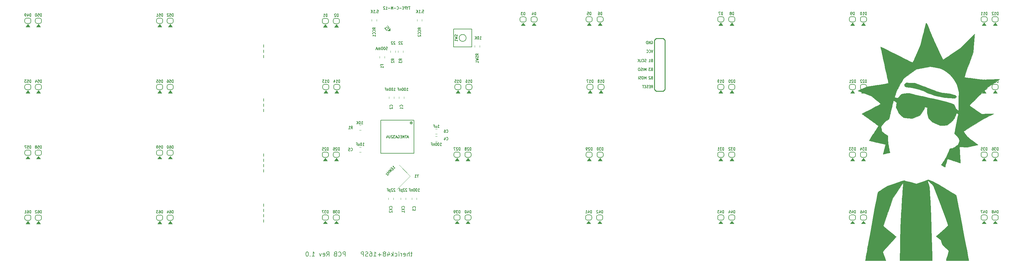
<source format=gbr>
G04 #@! TF.GenerationSoftware,KiCad,Pcbnew,(5.1.2-1)-1*
G04 #@! TF.CreationDate,2020-05-23T11:57:57-05:00*
G04 #@! TF.ProjectId,therick48.16SP,74686572-6963-46b3-9438-2e313653502e,rev?*
G04 #@! TF.SameCoordinates,Original*
G04 #@! TF.FileFunction,Legend,Bot*
G04 #@! TF.FilePolarity,Positive*
%FSLAX46Y46*%
G04 Gerber Fmt 4.6, Leading zero omitted, Abs format (unit mm)*
G04 Created by KiCad (PCBNEW (5.1.2-1)-1) date 2020-05-23 11:57:57*
%MOMM*%
%LPD*%
G04 APERTURE LIST*
%ADD10C,0.200000*%
%ADD11C,0.150000*%
%ADD12C,0.254000*%
%ADD13C,0.100000*%
%ADD14C,0.120000*%
%ADD15C,0.010000*%
%ADD16C,0.203200*%
G04 APERTURE END LIST*
D10*
X177747476Y-116191142D02*
X177271285Y-116191142D01*
X177568904Y-115774476D02*
X177568904Y-116845904D01*
X177509380Y-116964952D01*
X177390333Y-117024476D01*
X177271285Y-117024476D01*
X176854619Y-117024476D02*
X176854619Y-115774476D01*
X176318904Y-117024476D02*
X176318904Y-116369714D01*
X176378428Y-116250666D01*
X176497476Y-116191142D01*
X176676047Y-116191142D01*
X176795095Y-116250666D01*
X176854619Y-116310190D01*
X175247476Y-116964952D02*
X175366523Y-117024476D01*
X175604619Y-117024476D01*
X175723666Y-116964952D01*
X175783190Y-116845904D01*
X175783190Y-116369714D01*
X175723666Y-116250666D01*
X175604619Y-116191142D01*
X175366523Y-116191142D01*
X175247476Y-116250666D01*
X175187952Y-116369714D01*
X175187952Y-116488761D01*
X175783190Y-116607809D01*
X174652238Y-117024476D02*
X174652238Y-116191142D01*
X174652238Y-116429238D02*
X174592714Y-116310190D01*
X174533190Y-116250666D01*
X174414142Y-116191142D01*
X174295095Y-116191142D01*
X173878428Y-117024476D02*
X173878428Y-116191142D01*
X173878428Y-115774476D02*
X173937952Y-115834000D01*
X173878428Y-115893523D01*
X173818904Y-115834000D01*
X173878428Y-115774476D01*
X173878428Y-115893523D01*
X172747476Y-116964952D02*
X172866523Y-117024476D01*
X173104619Y-117024476D01*
X173223666Y-116964952D01*
X173283190Y-116905428D01*
X173342714Y-116786380D01*
X173342714Y-116429238D01*
X173283190Y-116310190D01*
X173223666Y-116250666D01*
X173104619Y-116191142D01*
X172866523Y-116191142D01*
X172747476Y-116250666D01*
X172211761Y-117024476D02*
X172211761Y-115774476D01*
X172092714Y-116548285D02*
X171735571Y-117024476D01*
X171735571Y-116191142D02*
X172211761Y-116667333D01*
X170664142Y-116191142D02*
X170664142Y-117024476D01*
X170961761Y-115714952D02*
X171259380Y-116607809D01*
X170485571Y-116607809D01*
X169830809Y-116310190D02*
X169949857Y-116250666D01*
X170009380Y-116191142D01*
X170068904Y-116072095D01*
X170068904Y-116012571D01*
X170009380Y-115893523D01*
X169949857Y-115834000D01*
X169830809Y-115774476D01*
X169592714Y-115774476D01*
X169473666Y-115834000D01*
X169414142Y-115893523D01*
X169354619Y-116012571D01*
X169354619Y-116072095D01*
X169414142Y-116191142D01*
X169473666Y-116250666D01*
X169592714Y-116310190D01*
X169830809Y-116310190D01*
X169949857Y-116369714D01*
X170009380Y-116429238D01*
X170068904Y-116548285D01*
X170068904Y-116786380D01*
X170009380Y-116905428D01*
X169949857Y-116964952D01*
X169830809Y-117024476D01*
X169592714Y-117024476D01*
X169473666Y-116964952D01*
X169414142Y-116905428D01*
X169354619Y-116786380D01*
X169354619Y-116548285D01*
X169414142Y-116429238D01*
X169473666Y-116369714D01*
X169592714Y-116310190D01*
X168818904Y-116548285D02*
X167866523Y-116548285D01*
X168342714Y-117024476D02*
X168342714Y-116072095D01*
X166616523Y-117024476D02*
X167330809Y-117024476D01*
X166973666Y-117024476D02*
X166973666Y-115774476D01*
X167092714Y-115953047D01*
X167211761Y-116072095D01*
X167330809Y-116131619D01*
X165545095Y-115774476D02*
X165783190Y-115774476D01*
X165902238Y-115834000D01*
X165961761Y-115893523D01*
X166080809Y-116072095D01*
X166140333Y-116310190D01*
X166140333Y-116786380D01*
X166080809Y-116905428D01*
X166021285Y-116964952D01*
X165902238Y-117024476D01*
X165664142Y-117024476D01*
X165545095Y-116964952D01*
X165485571Y-116905428D01*
X165426047Y-116786380D01*
X165426047Y-116488761D01*
X165485571Y-116369714D01*
X165545095Y-116310190D01*
X165664142Y-116250666D01*
X165902238Y-116250666D01*
X166021285Y-116310190D01*
X166080809Y-116369714D01*
X166140333Y-116488761D01*
X164949857Y-116964952D02*
X164771285Y-117024476D01*
X164473666Y-117024476D01*
X164354619Y-116964952D01*
X164295095Y-116905428D01*
X164235571Y-116786380D01*
X164235571Y-116667333D01*
X164295095Y-116548285D01*
X164354619Y-116488761D01*
X164473666Y-116429238D01*
X164711761Y-116369714D01*
X164830809Y-116310190D01*
X164890333Y-116250666D01*
X164949857Y-116131619D01*
X164949857Y-116012571D01*
X164890333Y-115893523D01*
X164830809Y-115834000D01*
X164711761Y-115774476D01*
X164414142Y-115774476D01*
X164235571Y-115834000D01*
X163699857Y-117024476D02*
X163699857Y-115774476D01*
X163223666Y-115774476D01*
X163104619Y-115834000D01*
X163045095Y-115893523D01*
X162985571Y-116012571D01*
X162985571Y-116191142D01*
X163045095Y-116310190D01*
X163104619Y-116369714D01*
X163223666Y-116429238D01*
X163699857Y-116429238D01*
X158435761Y-117024476D02*
X158435761Y-115774476D01*
X157959571Y-115774476D01*
X157840523Y-115834000D01*
X157781000Y-115893523D01*
X157721476Y-116012571D01*
X157721476Y-116191142D01*
X157781000Y-116310190D01*
X157840523Y-116369714D01*
X157959571Y-116429238D01*
X158435761Y-116429238D01*
X156471476Y-116905428D02*
X156531000Y-116964952D01*
X156709571Y-117024476D01*
X156828619Y-117024476D01*
X157007190Y-116964952D01*
X157126238Y-116845904D01*
X157185761Y-116726857D01*
X157245285Y-116488761D01*
X157245285Y-116310190D01*
X157185761Y-116072095D01*
X157126238Y-115953047D01*
X157007190Y-115834000D01*
X156828619Y-115774476D01*
X156709571Y-115774476D01*
X156531000Y-115834000D01*
X156471476Y-115893523D01*
X155519095Y-116369714D02*
X155340523Y-116429238D01*
X155281000Y-116488761D01*
X155221476Y-116607809D01*
X155221476Y-116786380D01*
X155281000Y-116905428D01*
X155340523Y-116964952D01*
X155459571Y-117024476D01*
X155935761Y-117024476D01*
X155935761Y-115774476D01*
X155519095Y-115774476D01*
X155400047Y-115834000D01*
X155340523Y-115893523D01*
X155281000Y-116012571D01*
X155281000Y-116131619D01*
X155340523Y-116250666D01*
X155400047Y-116310190D01*
X155519095Y-116369714D01*
X155935761Y-116369714D01*
X153019095Y-117024476D02*
X153435761Y-116429238D01*
X153733380Y-117024476D02*
X153733380Y-115774476D01*
X153257190Y-115774476D01*
X153138142Y-115834000D01*
X153078619Y-115893523D01*
X153019095Y-116012571D01*
X153019095Y-116191142D01*
X153078619Y-116310190D01*
X153138142Y-116369714D01*
X153257190Y-116429238D01*
X153733380Y-116429238D01*
X152007190Y-116964952D02*
X152126238Y-117024476D01*
X152364333Y-117024476D01*
X152483380Y-116964952D01*
X152542904Y-116845904D01*
X152542904Y-116369714D01*
X152483380Y-116250666D01*
X152364333Y-116191142D01*
X152126238Y-116191142D01*
X152007190Y-116250666D01*
X151947666Y-116369714D01*
X151947666Y-116488761D01*
X152542904Y-116607809D01*
X151531000Y-116191142D02*
X151233380Y-117024476D01*
X150935761Y-116191142D01*
X148852428Y-117024476D02*
X149566714Y-117024476D01*
X149209571Y-117024476D02*
X149209571Y-115774476D01*
X149328619Y-115953047D01*
X149447666Y-116072095D01*
X149566714Y-116131619D01*
X148316714Y-116905428D02*
X148257190Y-116964952D01*
X148316714Y-117024476D01*
X148376238Y-116964952D01*
X148316714Y-116905428D01*
X148316714Y-117024476D01*
X147483380Y-115774476D02*
X147364333Y-115774476D01*
X147245285Y-115834000D01*
X147185761Y-115893523D01*
X147126238Y-116012571D01*
X147066714Y-116250666D01*
X147066714Y-116548285D01*
X147126238Y-116786380D01*
X147185761Y-116905428D01*
X147245285Y-116964952D01*
X147364333Y-117024476D01*
X147483380Y-117024476D01*
X147602428Y-116964952D01*
X147661952Y-116905428D01*
X147721476Y-116786380D01*
X147781000Y-116548285D01*
X147781000Y-116250666D01*
X147721476Y-116012571D01*
X147661952Y-115893523D01*
X147602428Y-115834000D01*
X147483380Y-115774476D01*
D11*
X134899999Y-91960002D02*
X134899999Y-92720002D01*
X134899999Y-90440002D02*
X134899999Y-91200002D01*
X134899999Y-88920002D02*
X134899999Y-89680002D01*
X134899999Y-87400002D02*
X134899999Y-88160002D01*
X134899999Y-74480002D02*
X134899999Y-75240002D01*
X134899999Y-72960002D02*
X134899999Y-73720002D01*
X134899999Y-71440002D02*
X134899999Y-72200002D01*
X134899999Y-58900002D02*
X134899999Y-59660002D01*
X134899999Y-106400002D02*
X134899999Y-107160002D01*
X134899999Y-104880002D02*
X134899999Y-105640002D01*
X134899999Y-103360002D02*
X134899999Y-104120002D01*
X134899999Y-101840002D02*
X134899999Y-102600002D01*
X134899999Y-57380002D02*
X134899999Y-58140002D01*
X134899999Y-55860002D02*
X134899999Y-56620002D01*
X180661332Y-45893906D02*
X180994665Y-45893906D01*
X181027999Y-46274859D01*
X180994665Y-46236763D01*
X180927999Y-46198668D01*
X180761332Y-46198668D01*
X180694665Y-46236763D01*
X180661332Y-46274859D01*
X180627999Y-46351049D01*
X180627999Y-46541525D01*
X180661332Y-46617716D01*
X180694665Y-46655811D01*
X180761332Y-46693906D01*
X180927999Y-46693906D01*
X180994665Y-46655811D01*
X181027999Y-46617716D01*
X180327999Y-46617716D02*
X180294665Y-46655811D01*
X180327999Y-46693906D01*
X180361332Y-46655811D01*
X180327999Y-46617716D01*
X180327999Y-46693906D01*
X179627999Y-46693906D02*
X180027999Y-46693906D01*
X179827999Y-46693906D02*
X179827999Y-45893906D01*
X179894665Y-46008192D01*
X179961332Y-46084382D01*
X180027999Y-46122478D01*
X179327999Y-46693906D02*
X179327999Y-45893906D01*
X178927999Y-46693906D02*
X179227999Y-46236763D01*
X178927999Y-45893906D02*
X179327999Y-46351049D01*
X167580332Y-45893906D02*
X167913665Y-45893906D01*
X167946999Y-46274859D01*
X167913665Y-46236763D01*
X167846999Y-46198668D01*
X167680332Y-46198668D01*
X167613665Y-46236763D01*
X167580332Y-46274859D01*
X167546999Y-46351049D01*
X167546999Y-46541525D01*
X167580332Y-46617716D01*
X167613665Y-46655811D01*
X167680332Y-46693906D01*
X167846999Y-46693906D01*
X167913665Y-46655811D01*
X167946999Y-46617716D01*
X167246999Y-46617716D02*
X167213665Y-46655811D01*
X167246999Y-46693906D01*
X167280332Y-46655811D01*
X167246999Y-46617716D01*
X167246999Y-46693906D01*
X166546999Y-46693906D02*
X166946999Y-46693906D01*
X166746999Y-46693906D02*
X166746999Y-45893906D01*
X166813665Y-46008192D01*
X166880332Y-46084382D01*
X166946999Y-46122478D01*
X166246999Y-46693906D02*
X166246999Y-45893906D01*
X165846999Y-46693906D02*
X166146999Y-46236763D01*
X165846999Y-45893906D02*
X166246999Y-46351049D01*
X197225332Y-54315906D02*
X197625332Y-54315906D01*
X197425332Y-54315906D02*
X197425332Y-53515906D01*
X197491999Y-53630192D01*
X197558665Y-53706382D01*
X197625332Y-53744478D01*
X196791999Y-53515906D02*
X196725332Y-53515906D01*
X196658665Y-53554002D01*
X196625332Y-53592097D01*
X196591999Y-53668287D01*
X196558665Y-53820668D01*
X196558665Y-54011144D01*
X196591999Y-54163525D01*
X196625332Y-54239716D01*
X196658665Y-54277811D01*
X196725332Y-54315906D01*
X196791999Y-54315906D01*
X196858665Y-54277811D01*
X196891999Y-54239716D01*
X196925332Y-54163525D01*
X196958665Y-54011144D01*
X196958665Y-53820668D01*
X196925332Y-53668287D01*
X196891999Y-53592097D01*
X196858665Y-53554002D01*
X196791999Y-53515906D01*
X196258665Y-54315906D02*
X196258665Y-53515906D01*
X195858665Y-54315906D02*
X196158665Y-53858763D01*
X195858665Y-53515906D02*
X196258665Y-53973049D01*
X176108332Y-69174906D02*
X176508332Y-69174906D01*
X176308332Y-69174906D02*
X176308332Y-68374906D01*
X176374999Y-68489192D01*
X176441665Y-68565382D01*
X176508332Y-68603478D01*
X175674999Y-68374906D02*
X175608332Y-68374906D01*
X175541665Y-68413002D01*
X175508332Y-68451097D01*
X175474999Y-68527287D01*
X175441665Y-68679668D01*
X175441665Y-68870144D01*
X175474999Y-69022525D01*
X175508332Y-69098716D01*
X175541665Y-69136811D01*
X175608332Y-69174906D01*
X175674999Y-69174906D01*
X175741665Y-69136811D01*
X175774999Y-69098716D01*
X175808332Y-69022525D01*
X175841665Y-68870144D01*
X175841665Y-68679668D01*
X175808332Y-68527287D01*
X175774999Y-68451097D01*
X175741665Y-68413002D01*
X175674999Y-68374906D01*
X175008332Y-68374906D02*
X174941665Y-68374906D01*
X174874999Y-68413002D01*
X174841665Y-68451097D01*
X174808332Y-68527287D01*
X174774999Y-68679668D01*
X174774999Y-68870144D01*
X174808332Y-69022525D01*
X174841665Y-69098716D01*
X174874999Y-69136811D01*
X174941665Y-69174906D01*
X175008332Y-69174906D01*
X175074999Y-69136811D01*
X175108332Y-69098716D01*
X175141665Y-69022525D01*
X175174999Y-68870144D01*
X175174999Y-68679668D01*
X175141665Y-68527287D01*
X175108332Y-68451097D01*
X175074999Y-68413002D01*
X175008332Y-68374906D01*
X174474999Y-68641573D02*
X174474999Y-69174906D01*
X174474999Y-68717763D02*
X174441665Y-68679668D01*
X174374999Y-68641573D01*
X174274999Y-68641573D01*
X174208332Y-68679668D01*
X174174999Y-68755859D01*
X174174999Y-69174906D01*
X173608332Y-68755859D02*
X173841665Y-68755859D01*
X173841665Y-69174906D02*
X173841665Y-68374906D01*
X173508332Y-68374906D01*
X172561647Y-91727164D02*
X172844490Y-91444321D01*
X172703068Y-91585742D02*
X172137383Y-91020057D01*
X172265335Y-91053729D01*
X172366351Y-91060463D01*
X172440429Y-91040260D01*
X171571697Y-91585742D02*
X171665978Y-91491462D01*
X171740056Y-91471258D01*
X171790564Y-91474626D01*
X171918516Y-91508297D01*
X172049836Y-91592477D01*
X172265335Y-91807976D01*
X172295640Y-91885421D01*
X172299007Y-91935929D01*
X172278804Y-92010006D01*
X172184523Y-92104287D01*
X172110445Y-92124490D01*
X172059938Y-92121123D01*
X171982493Y-92090819D01*
X171847806Y-91956132D01*
X171817501Y-91878687D01*
X171814134Y-91828179D01*
X171834337Y-91754101D01*
X171928618Y-91659820D01*
X172002696Y-91639617D01*
X172053203Y-91642984D01*
X172130648Y-91673289D01*
X171878110Y-92410700D02*
X171312425Y-91845015D01*
X171551494Y-92414068D01*
X170982442Y-92174998D01*
X171548127Y-92740684D01*
X171312425Y-92976386D02*
X170746739Y-92410700D01*
X171016113Y-92680074D02*
X170733271Y-92962917D01*
X171029582Y-93259228D02*
X170463897Y-92693543D01*
X170463897Y-93070667D02*
X170204624Y-93329939D01*
X170841020Y-93447790D01*
X170581748Y-93707063D01*
X172749332Y-55076097D02*
X172715999Y-55038002D01*
X172649332Y-54999906D01*
X172482665Y-54999906D01*
X172415999Y-55038002D01*
X172382665Y-55076097D01*
X172349332Y-55152287D01*
X172349332Y-55228478D01*
X172382665Y-55342763D01*
X172782665Y-55799906D01*
X172349332Y-55799906D01*
X172082665Y-55076097D02*
X172049332Y-55038002D01*
X171982665Y-54999906D01*
X171815999Y-54999906D01*
X171749332Y-55038002D01*
X171715999Y-55076097D01*
X171682665Y-55152287D01*
X171682665Y-55228478D01*
X171715999Y-55342763D01*
X172115999Y-55799906D01*
X171682665Y-55799906D01*
X174908332Y-55076097D02*
X174874999Y-55038002D01*
X174808332Y-54999906D01*
X174641665Y-54999906D01*
X174574999Y-55038002D01*
X174541665Y-55076097D01*
X174508332Y-55152287D01*
X174508332Y-55228478D01*
X174541665Y-55342763D01*
X174941665Y-55799906D01*
X174508332Y-55799906D01*
X174241665Y-55076097D02*
X174208332Y-55038002D01*
X174141665Y-54999906D01*
X173974999Y-54999906D01*
X173908332Y-55038002D01*
X173874999Y-55076097D01*
X173841665Y-55152287D01*
X173841665Y-55228478D01*
X173874999Y-55342763D01*
X174274999Y-55799906D01*
X173841665Y-55799906D01*
X172425332Y-69174906D02*
X172825332Y-69174906D01*
X172625332Y-69174906D02*
X172625332Y-68374906D01*
X172691999Y-68489192D01*
X172758665Y-68565382D01*
X172825332Y-68603478D01*
X171991999Y-68374906D02*
X171925332Y-68374906D01*
X171858665Y-68413002D01*
X171825332Y-68451097D01*
X171791999Y-68527287D01*
X171758665Y-68679668D01*
X171758665Y-68870144D01*
X171791999Y-69022525D01*
X171825332Y-69098716D01*
X171858665Y-69136811D01*
X171925332Y-69174906D01*
X171991999Y-69174906D01*
X172058665Y-69136811D01*
X172091999Y-69098716D01*
X172125332Y-69022525D01*
X172158665Y-68870144D01*
X172158665Y-68679668D01*
X172125332Y-68527287D01*
X172091999Y-68451097D01*
X172058665Y-68413002D01*
X171991999Y-68374906D01*
X171325332Y-68374906D02*
X171258665Y-68374906D01*
X171191999Y-68413002D01*
X171158665Y-68451097D01*
X171125332Y-68527287D01*
X171091999Y-68679668D01*
X171091999Y-68870144D01*
X171125332Y-69022525D01*
X171158665Y-69098716D01*
X171191999Y-69136811D01*
X171258665Y-69174906D01*
X171325332Y-69174906D01*
X171391999Y-69136811D01*
X171425332Y-69098716D01*
X171458665Y-69022525D01*
X171491999Y-68870144D01*
X171491999Y-68679668D01*
X171458665Y-68527287D01*
X171425332Y-68451097D01*
X171391999Y-68413002D01*
X171325332Y-68374906D01*
X170791999Y-68641573D02*
X170791999Y-69174906D01*
X170791999Y-68717763D02*
X170758665Y-68679668D01*
X170691999Y-68641573D01*
X170591999Y-68641573D01*
X170525332Y-68679668D01*
X170491999Y-68755859D01*
X170491999Y-69174906D01*
X169925332Y-68755859D02*
X170158665Y-68755859D01*
X170158665Y-69174906D02*
X170158665Y-68374906D01*
X169825332Y-68374906D01*
X185093665Y-79842906D02*
X185493665Y-79842906D01*
X185293665Y-79842906D02*
X185293665Y-79042906D01*
X185360332Y-79157192D01*
X185426999Y-79233382D01*
X185493665Y-79271478D01*
X184493665Y-79309573D02*
X184493665Y-79842906D01*
X184793665Y-79309573D02*
X184793665Y-79728621D01*
X184760332Y-79804811D01*
X184693665Y-79842906D01*
X184593665Y-79842906D01*
X184526999Y-79804811D01*
X184493665Y-79766716D01*
X183926999Y-79423859D02*
X184160332Y-79423859D01*
X184160332Y-79842906D02*
X184160332Y-79042906D01*
X183826999Y-79042906D01*
X185760332Y-85049906D02*
X186160332Y-85049906D01*
X185960332Y-85049906D02*
X185960332Y-84249906D01*
X186026999Y-84364192D01*
X186093665Y-84440382D01*
X186160332Y-84478478D01*
X185326999Y-84249906D02*
X185260332Y-84249906D01*
X185193665Y-84288002D01*
X185160332Y-84326097D01*
X185126999Y-84402287D01*
X185093665Y-84554668D01*
X185093665Y-84745144D01*
X185126999Y-84897525D01*
X185160332Y-84973716D01*
X185193665Y-85011811D01*
X185260332Y-85049906D01*
X185326999Y-85049906D01*
X185393665Y-85011811D01*
X185426999Y-84973716D01*
X185460332Y-84897525D01*
X185493665Y-84745144D01*
X185493665Y-84554668D01*
X185460332Y-84402287D01*
X185426999Y-84326097D01*
X185393665Y-84288002D01*
X185326999Y-84249906D01*
X184660332Y-84249906D02*
X184593665Y-84249906D01*
X184526999Y-84288002D01*
X184493665Y-84326097D01*
X184460332Y-84402287D01*
X184426999Y-84554668D01*
X184426999Y-84745144D01*
X184460332Y-84897525D01*
X184493665Y-84973716D01*
X184526999Y-85011811D01*
X184593665Y-85049906D01*
X184660332Y-85049906D01*
X184726999Y-85011811D01*
X184760332Y-84973716D01*
X184793665Y-84897525D01*
X184826999Y-84745144D01*
X184826999Y-84554668D01*
X184793665Y-84402287D01*
X184760332Y-84326097D01*
X184726999Y-84288002D01*
X184660332Y-84249906D01*
X184126999Y-84516573D02*
X184126999Y-85049906D01*
X184126999Y-84592763D02*
X184093665Y-84554668D01*
X184026999Y-84516573D01*
X183926999Y-84516573D01*
X183860332Y-84554668D01*
X183826999Y-84630859D01*
X183826999Y-85049906D01*
X183260332Y-84630859D02*
X183493665Y-84630859D01*
X183493665Y-85049906D02*
X183493665Y-84249906D01*
X183160332Y-84249906D01*
X163062332Y-78826906D02*
X163462332Y-78826906D01*
X163262332Y-78826906D02*
X163262332Y-78026906D01*
X163328999Y-78141192D01*
X163395665Y-78217382D01*
X163462332Y-78255478D01*
X162628999Y-78026906D02*
X162562332Y-78026906D01*
X162495665Y-78065002D01*
X162462332Y-78103097D01*
X162428999Y-78179287D01*
X162395665Y-78331668D01*
X162395665Y-78522144D01*
X162428999Y-78674525D01*
X162462332Y-78750716D01*
X162495665Y-78788811D01*
X162562332Y-78826906D01*
X162628999Y-78826906D01*
X162695665Y-78788811D01*
X162728999Y-78750716D01*
X162762332Y-78674525D01*
X162795665Y-78522144D01*
X162795665Y-78331668D01*
X162762332Y-78179287D01*
X162728999Y-78103097D01*
X162695665Y-78065002D01*
X162628999Y-78026906D01*
X162095665Y-78826906D02*
X162095665Y-78026906D01*
X161695665Y-78826906D02*
X161995665Y-78369763D01*
X161695665Y-78026906D02*
X162095665Y-78484049D01*
X163455999Y-85049906D02*
X163855999Y-85049906D01*
X163655999Y-85049906D02*
X163655999Y-84249906D01*
X163722665Y-84364192D01*
X163789332Y-84440382D01*
X163855999Y-84478478D01*
X163022665Y-84249906D02*
X162955999Y-84249906D01*
X162889332Y-84288002D01*
X162855999Y-84326097D01*
X162822665Y-84402287D01*
X162789332Y-84554668D01*
X162789332Y-84745144D01*
X162822665Y-84897525D01*
X162855999Y-84973716D01*
X162889332Y-85011811D01*
X162955999Y-85049906D01*
X163022665Y-85049906D01*
X163089332Y-85011811D01*
X163122665Y-84973716D01*
X163155999Y-84897525D01*
X163189332Y-84745144D01*
X163189332Y-84554668D01*
X163155999Y-84402287D01*
X163122665Y-84326097D01*
X163089332Y-84288002D01*
X163022665Y-84249906D01*
X162189332Y-84516573D02*
X162189332Y-85049906D01*
X162489332Y-84516573D02*
X162489332Y-84935621D01*
X162455999Y-85011811D01*
X162389332Y-85049906D01*
X162289332Y-85049906D01*
X162222665Y-85011811D01*
X162189332Y-84973716D01*
X161622665Y-84630859D02*
X161855999Y-84630859D01*
X161855999Y-85049906D02*
X161855999Y-84249906D01*
X161522665Y-84249906D01*
X172745999Y-97534097D02*
X172712665Y-97496002D01*
X172645999Y-97457906D01*
X172479332Y-97457906D01*
X172412665Y-97496002D01*
X172379332Y-97534097D01*
X172345999Y-97610287D01*
X172345999Y-97686478D01*
X172379332Y-97800763D01*
X172779332Y-98257906D01*
X172345999Y-98257906D01*
X172079332Y-97534097D02*
X172045999Y-97496002D01*
X171979332Y-97457906D01*
X171812665Y-97457906D01*
X171745999Y-97496002D01*
X171712665Y-97534097D01*
X171679332Y-97610287D01*
X171679332Y-97686478D01*
X171712665Y-97800763D01*
X172112665Y-98257906D01*
X171679332Y-98257906D01*
X171379332Y-97724573D02*
X171379332Y-98524573D01*
X171379332Y-97762668D02*
X171312665Y-97724573D01*
X171179332Y-97724573D01*
X171112665Y-97762668D01*
X171079332Y-97800763D01*
X171045999Y-97876954D01*
X171045999Y-98105525D01*
X171079332Y-98181716D01*
X171112665Y-98219811D01*
X171179332Y-98257906D01*
X171312665Y-98257906D01*
X171379332Y-98219811D01*
X170512665Y-97838859D02*
X170745999Y-97838859D01*
X170745999Y-98257906D02*
X170745999Y-97457906D01*
X170412665Y-97457906D01*
X176174999Y-97534097D02*
X176141665Y-97496002D01*
X176074999Y-97457906D01*
X175908332Y-97457906D01*
X175841665Y-97496002D01*
X175808332Y-97534097D01*
X175774999Y-97610287D01*
X175774999Y-97686478D01*
X175808332Y-97800763D01*
X176208332Y-98257906D01*
X175774999Y-98257906D01*
X175508332Y-97534097D02*
X175474999Y-97496002D01*
X175408332Y-97457906D01*
X175241665Y-97457906D01*
X175174999Y-97496002D01*
X175141665Y-97534097D01*
X175108332Y-97610287D01*
X175108332Y-97686478D01*
X175141665Y-97800763D01*
X175541665Y-98257906D01*
X175108332Y-98257906D01*
X174808332Y-97724573D02*
X174808332Y-98524573D01*
X174808332Y-97762668D02*
X174741665Y-97724573D01*
X174608332Y-97724573D01*
X174541665Y-97762668D01*
X174508332Y-97800763D01*
X174474999Y-97876954D01*
X174474999Y-98105525D01*
X174508332Y-98181716D01*
X174541665Y-98219811D01*
X174608332Y-98257906D01*
X174741665Y-98257906D01*
X174808332Y-98219811D01*
X173941665Y-97838859D02*
X174174999Y-97838859D01*
X174174999Y-98257906D02*
X174174999Y-97457906D01*
X173841665Y-97457906D01*
X179410332Y-98257906D02*
X179810332Y-98257906D01*
X179610332Y-98257906D02*
X179610332Y-97457906D01*
X179676999Y-97572192D01*
X179743665Y-97648382D01*
X179810332Y-97686478D01*
X178976999Y-97457906D02*
X178910332Y-97457906D01*
X178843665Y-97496002D01*
X178810332Y-97534097D01*
X178776999Y-97610287D01*
X178743665Y-97762668D01*
X178743665Y-97953144D01*
X178776999Y-98105525D01*
X178810332Y-98181716D01*
X178843665Y-98219811D01*
X178910332Y-98257906D01*
X178976999Y-98257906D01*
X179043665Y-98219811D01*
X179076999Y-98181716D01*
X179110332Y-98105525D01*
X179143665Y-97953144D01*
X179143665Y-97762668D01*
X179110332Y-97610287D01*
X179076999Y-97534097D01*
X179043665Y-97496002D01*
X178976999Y-97457906D01*
X178310332Y-97457906D02*
X178243665Y-97457906D01*
X178176999Y-97496002D01*
X178143665Y-97534097D01*
X178110332Y-97610287D01*
X178076999Y-97762668D01*
X178076999Y-97953144D01*
X178110332Y-98105525D01*
X178143665Y-98181716D01*
X178176999Y-98219811D01*
X178243665Y-98257906D01*
X178310332Y-98257906D01*
X178376999Y-98219811D01*
X178410332Y-98181716D01*
X178443665Y-98105525D01*
X178476999Y-97953144D01*
X178476999Y-97762668D01*
X178443665Y-97610287D01*
X178410332Y-97534097D01*
X178376999Y-97496002D01*
X178310332Y-97457906D01*
X177776999Y-97724573D02*
X177776999Y-98257906D01*
X177776999Y-97800763D02*
X177743665Y-97762668D01*
X177676999Y-97724573D01*
X177576999Y-97724573D01*
X177510332Y-97762668D01*
X177476999Y-97838859D01*
X177476999Y-98257906D01*
X176910332Y-97838859D02*
X177143665Y-97838859D01*
X177143665Y-98257906D02*
X177143665Y-97457906D01*
X176810332Y-97457906D01*
X170195665Y-56563906D02*
X170528999Y-56563906D01*
X170562332Y-56944859D01*
X170528999Y-56906763D01*
X170462332Y-56868668D01*
X170295665Y-56868668D01*
X170228999Y-56906763D01*
X170195665Y-56944859D01*
X170162332Y-57021049D01*
X170162332Y-57211525D01*
X170195665Y-57287716D01*
X170228999Y-57325811D01*
X170295665Y-57363906D01*
X170462332Y-57363906D01*
X170528999Y-57325811D01*
X170562332Y-57287716D01*
X169728999Y-56563906D02*
X169662332Y-56563906D01*
X169595665Y-56602002D01*
X169562332Y-56640097D01*
X169528999Y-56716287D01*
X169495665Y-56868668D01*
X169495665Y-57059144D01*
X169528999Y-57211525D01*
X169562332Y-57287716D01*
X169595665Y-57325811D01*
X169662332Y-57363906D01*
X169728999Y-57363906D01*
X169795665Y-57325811D01*
X169828999Y-57287716D01*
X169862332Y-57211525D01*
X169895665Y-57059144D01*
X169895665Y-56868668D01*
X169862332Y-56716287D01*
X169828999Y-56640097D01*
X169795665Y-56602002D01*
X169728999Y-56563906D01*
X169062332Y-56563906D02*
X168995665Y-56563906D01*
X168928999Y-56602002D01*
X168895665Y-56640097D01*
X168862332Y-56716287D01*
X168828999Y-56868668D01*
X168828999Y-57059144D01*
X168862332Y-57211525D01*
X168895665Y-57287716D01*
X168928999Y-57325811D01*
X168995665Y-57363906D01*
X169062332Y-57363906D01*
X169128999Y-57325811D01*
X169162332Y-57287716D01*
X169195665Y-57211525D01*
X169228999Y-57059144D01*
X169228999Y-56868668D01*
X169195665Y-56716287D01*
X169162332Y-56640097D01*
X169128999Y-56602002D01*
X169062332Y-56563906D01*
X168528999Y-57363906D02*
X168528999Y-56830573D01*
X168528999Y-56906763D02*
X168495665Y-56868668D01*
X168428999Y-56830573D01*
X168328999Y-56830573D01*
X168262332Y-56868668D01*
X168228999Y-56944859D01*
X168228999Y-57363906D01*
X168228999Y-56944859D02*
X168195665Y-56868668D01*
X168128999Y-56830573D01*
X168028999Y-56830573D01*
X167962332Y-56868668D01*
X167928999Y-56944859D01*
X167928999Y-57363906D01*
X167628999Y-57135335D02*
X167295665Y-57135335D01*
X167695665Y-57363906D02*
X167462332Y-56563906D01*
X167228999Y-57363906D01*
D12*
X250627200Y-54578000D02*
X250119200Y-54070000D01*
X250119200Y-54070000D02*
X248087200Y-54070000D01*
X248087200Y-54070000D02*
X247579200Y-54578000D01*
X247579200Y-54578000D02*
X247579200Y-68802000D01*
X247579200Y-68802000D02*
X248087200Y-69310000D01*
X248087200Y-69310000D02*
X250119200Y-69310000D01*
X250119200Y-69310000D02*
X250627200Y-68802000D01*
X250627200Y-68802000D02*
X250627200Y-54578000D01*
D13*
G36*
X345839999Y-49537577D02*
G01*
X345239999Y-50337577D01*
X346439999Y-50337577D01*
X345839999Y-49537577D01*
G37*
X345839999Y-49537577D02*
X345239999Y-50337577D01*
X346439999Y-50337577D01*
X345839999Y-49537577D01*
D10*
X346739999Y-48823339D02*
X346739999Y-48323377D01*
X346239999Y-49323377D02*
G75*
G03X346739999Y-48823377I0J500000D01*
G01*
X346739999Y-48323377D02*
G75*
G03X346239999Y-47823377I-500000J0D01*
G01*
X345439999Y-47823377D02*
X346239999Y-47823377D01*
X345439999Y-47823377D02*
G75*
G03X344939999Y-48323377I0J-500000D01*
G01*
X344939999Y-48323415D02*
X344939999Y-48823377D01*
X345439999Y-49323377D02*
X346239999Y-49323377D01*
X344939999Y-48823377D02*
G75*
G03X345439999Y-49323377I500000J0D01*
G01*
D13*
G36*
X107919999Y-106852202D02*
G01*
X107319999Y-107652202D01*
X108519999Y-107652202D01*
X107919999Y-106852202D01*
G37*
X107919999Y-106852202D02*
X107319999Y-107652202D01*
X108519999Y-107652202D01*
X107919999Y-106852202D01*
D10*
X108819999Y-106137964D02*
X108819999Y-105638002D01*
X108319999Y-106638002D02*
G75*
G03X108819999Y-106138002I0J500000D01*
G01*
X108819999Y-105638002D02*
G75*
G03X108319999Y-105138002I-500000J0D01*
G01*
X107519999Y-105138002D02*
X108319999Y-105138002D01*
X107519999Y-105138002D02*
G75*
G03X107019999Y-105638002I0J-500000D01*
G01*
X107019999Y-105638040D02*
X107019999Y-106138002D01*
X107519999Y-106638002D02*
X108319999Y-106638002D01*
X107019999Y-106138002D02*
G75*
G03X107519999Y-106638002I500000J0D01*
G01*
D13*
G36*
X104879999Y-106852202D02*
G01*
X104279999Y-107652202D01*
X105479999Y-107652202D01*
X104879999Y-106852202D01*
G37*
X104879999Y-106852202D02*
X104279999Y-107652202D01*
X105479999Y-107652202D01*
X104879999Y-106852202D01*
D10*
X105779999Y-106137964D02*
X105779999Y-105638002D01*
X105279999Y-106638002D02*
G75*
G03X105779999Y-106138002I0J500000D01*
G01*
X105779999Y-105638002D02*
G75*
G03X105279999Y-105138002I-500000J0D01*
G01*
X104479999Y-105138002D02*
X105279999Y-105138002D01*
X104479999Y-105138002D02*
G75*
G03X103979999Y-105638002I0J-500000D01*
G01*
X103979999Y-105638040D02*
X103979999Y-106138002D01*
X104479999Y-106638002D02*
X105279999Y-106638002D01*
X103979999Y-106138002D02*
G75*
G03X104479999Y-106638002I500000J0D01*
G01*
D13*
G36*
X69919999Y-106852202D02*
G01*
X69319999Y-107652202D01*
X70519999Y-107652202D01*
X69919999Y-106852202D01*
G37*
X69919999Y-106852202D02*
X69319999Y-107652202D01*
X70519999Y-107652202D01*
X69919999Y-106852202D01*
D10*
X70819999Y-106137964D02*
X70819999Y-105638002D01*
X70319999Y-106638002D02*
G75*
G03X70819999Y-106138002I0J500000D01*
G01*
X70819999Y-105638002D02*
G75*
G03X70319999Y-105138002I-500000J0D01*
G01*
X69519999Y-105138002D02*
X70319999Y-105138002D01*
X69519999Y-105138002D02*
G75*
G03X69019999Y-105638002I0J-500000D01*
G01*
X69019999Y-105638040D02*
X69019999Y-106138002D01*
X69519999Y-106638002D02*
X70319999Y-106638002D01*
X69019999Y-106138002D02*
G75*
G03X69519999Y-106638002I500000J0D01*
G01*
D13*
G36*
X66879999Y-106852202D02*
G01*
X66279999Y-107652202D01*
X67479999Y-107652202D01*
X66879999Y-106852202D01*
G37*
X66879999Y-106852202D02*
X66279999Y-107652202D01*
X67479999Y-107652202D01*
X66879999Y-106852202D01*
D10*
X67779999Y-106137964D02*
X67779999Y-105638002D01*
X67279999Y-106638002D02*
G75*
G03X67779999Y-106138002I0J500000D01*
G01*
X67779999Y-105638002D02*
G75*
G03X67279999Y-105138002I-500000J0D01*
G01*
X66479999Y-105138002D02*
X67279999Y-105138002D01*
X66479999Y-105138002D02*
G75*
G03X65979999Y-105638002I0J-500000D01*
G01*
X65979999Y-105638040D02*
X65979999Y-106138002D01*
X66479999Y-106638002D02*
X67279999Y-106638002D01*
X65979999Y-106138002D02*
G75*
G03X66479999Y-106638002I500000J0D01*
G01*
D13*
G36*
X107919999Y-88107202D02*
G01*
X107319999Y-88907202D01*
X108519999Y-88907202D01*
X107919999Y-88107202D01*
G37*
X107919999Y-88107202D02*
X107319999Y-88907202D01*
X108519999Y-88907202D01*
X107919999Y-88107202D01*
D10*
X108819999Y-87392964D02*
X108819999Y-86893002D01*
X108319999Y-87893002D02*
G75*
G03X108819999Y-87393002I0J500000D01*
G01*
X108819999Y-86893002D02*
G75*
G03X108319999Y-86393002I-500000J0D01*
G01*
X107519999Y-86393002D02*
X108319999Y-86393002D01*
X107519999Y-86393002D02*
G75*
G03X107019999Y-86893002I0J-500000D01*
G01*
X107019999Y-86893040D02*
X107019999Y-87393002D01*
X107519999Y-87893002D02*
X108319999Y-87893002D01*
X107019999Y-87393002D02*
G75*
G03X107519999Y-87893002I500000J0D01*
G01*
D13*
G36*
X104879999Y-88107202D02*
G01*
X104279999Y-88907202D01*
X105479999Y-88907202D01*
X104879999Y-88107202D01*
G37*
X104879999Y-88107202D02*
X104279999Y-88907202D01*
X105479999Y-88907202D01*
X104879999Y-88107202D01*
D10*
X105779999Y-87392964D02*
X105779999Y-86893002D01*
X105279999Y-87893002D02*
G75*
G03X105779999Y-87393002I0J500000D01*
G01*
X105779999Y-86893002D02*
G75*
G03X105279999Y-86393002I-500000J0D01*
G01*
X104479999Y-86393002D02*
X105279999Y-86393002D01*
X104479999Y-86393002D02*
G75*
G03X103979999Y-86893002I0J-500000D01*
G01*
X103979999Y-86893040D02*
X103979999Y-87393002D01*
X104479999Y-87893002D02*
X105279999Y-87893002D01*
X103979999Y-87393002D02*
G75*
G03X104479999Y-87893002I500000J0D01*
G01*
D13*
G36*
X69919999Y-88107202D02*
G01*
X69319999Y-88907202D01*
X70519999Y-88907202D01*
X69919999Y-88107202D01*
G37*
X69919999Y-88107202D02*
X69319999Y-88907202D01*
X70519999Y-88907202D01*
X69919999Y-88107202D01*
D10*
X70819999Y-87392964D02*
X70819999Y-86893002D01*
X70319999Y-87893002D02*
G75*
G03X70819999Y-87393002I0J500000D01*
G01*
X70819999Y-86893002D02*
G75*
G03X70319999Y-86393002I-500000J0D01*
G01*
X69519999Y-86393002D02*
X70319999Y-86393002D01*
X69519999Y-86393002D02*
G75*
G03X69019999Y-86893002I0J-500000D01*
G01*
X69019999Y-86893040D02*
X69019999Y-87393002D01*
X69519999Y-87893002D02*
X70319999Y-87893002D01*
X69019999Y-87393002D02*
G75*
G03X69519999Y-87893002I500000J0D01*
G01*
D13*
G36*
X66879999Y-88107202D02*
G01*
X66279999Y-88907202D01*
X67479999Y-88907202D01*
X66879999Y-88107202D01*
G37*
X66879999Y-88107202D02*
X66279999Y-88907202D01*
X67479999Y-88907202D01*
X66879999Y-88107202D01*
D10*
X67779999Y-87392964D02*
X67779999Y-86893002D01*
X67279999Y-87893002D02*
G75*
G03X67779999Y-87393002I0J500000D01*
G01*
X67779999Y-86893002D02*
G75*
G03X67279999Y-86393002I-500000J0D01*
G01*
X66479999Y-86393002D02*
X67279999Y-86393002D01*
X66479999Y-86393002D02*
G75*
G03X65979999Y-86893002I0J-500000D01*
G01*
X65979999Y-86893040D02*
X65979999Y-87393002D01*
X66479999Y-87893002D02*
X67279999Y-87893002D01*
X65979999Y-87393002D02*
G75*
G03X66479999Y-87893002I500000J0D01*
G01*
D13*
G36*
X107919999Y-69106202D02*
G01*
X107319999Y-69906202D01*
X108519999Y-69906202D01*
X107919999Y-69106202D01*
G37*
X107919999Y-69106202D02*
X107319999Y-69906202D01*
X108519999Y-69906202D01*
X107919999Y-69106202D01*
D10*
X108819999Y-68391964D02*
X108819999Y-67892002D01*
X108319999Y-68892002D02*
G75*
G03X108819999Y-68392002I0J500000D01*
G01*
X108819999Y-67892002D02*
G75*
G03X108319999Y-67392002I-500000J0D01*
G01*
X107519999Y-67392002D02*
X108319999Y-67392002D01*
X107519999Y-67392002D02*
G75*
G03X107019999Y-67892002I0J-500000D01*
G01*
X107019999Y-67892040D02*
X107019999Y-68392002D01*
X107519999Y-68892002D02*
X108319999Y-68892002D01*
X107019999Y-68392002D02*
G75*
G03X107519999Y-68892002I500000J0D01*
G01*
D13*
G36*
X104879999Y-69106202D02*
G01*
X104279999Y-69906202D01*
X105479999Y-69906202D01*
X104879999Y-69106202D01*
G37*
X104879999Y-69106202D02*
X104279999Y-69906202D01*
X105479999Y-69906202D01*
X104879999Y-69106202D01*
D10*
X105779999Y-68391964D02*
X105779999Y-67892002D01*
X105279999Y-68892002D02*
G75*
G03X105779999Y-68392002I0J500000D01*
G01*
X105779999Y-67892002D02*
G75*
G03X105279999Y-67392002I-500000J0D01*
G01*
X104479999Y-67392002D02*
X105279999Y-67392002D01*
X104479999Y-67392002D02*
G75*
G03X103979999Y-67892002I0J-500000D01*
G01*
X103979999Y-67892040D02*
X103979999Y-68392002D01*
X104479999Y-68892002D02*
X105279999Y-68892002D01*
X103979999Y-68392002D02*
G75*
G03X104479999Y-68892002I500000J0D01*
G01*
D13*
G36*
X69919999Y-69106202D02*
G01*
X69319999Y-69906202D01*
X70519999Y-69906202D01*
X69919999Y-69106202D01*
G37*
X69919999Y-69106202D02*
X69319999Y-69906202D01*
X70519999Y-69906202D01*
X69919999Y-69106202D01*
D10*
X70819999Y-68391964D02*
X70819999Y-67892002D01*
X70319999Y-68892002D02*
G75*
G03X70819999Y-68392002I0J500000D01*
G01*
X70819999Y-67892002D02*
G75*
G03X70319999Y-67392002I-500000J0D01*
G01*
X69519999Y-67392002D02*
X70319999Y-67392002D01*
X69519999Y-67392002D02*
G75*
G03X69019999Y-67892002I0J-500000D01*
G01*
X69019999Y-67892040D02*
X69019999Y-68392002D01*
X69519999Y-68892002D02*
X70319999Y-68892002D01*
X69019999Y-68392002D02*
G75*
G03X69519999Y-68892002I500000J0D01*
G01*
D13*
G36*
X66879999Y-69106202D02*
G01*
X66279999Y-69906202D01*
X67479999Y-69906202D01*
X66879999Y-69106202D01*
G37*
X66879999Y-69106202D02*
X66279999Y-69906202D01*
X67479999Y-69906202D01*
X66879999Y-69106202D01*
D10*
X67779999Y-68391964D02*
X67779999Y-67892002D01*
X67279999Y-68892002D02*
G75*
G03X67779999Y-68392002I0J500000D01*
G01*
X67779999Y-67892002D02*
G75*
G03X67279999Y-67392002I-500000J0D01*
G01*
X66479999Y-67392002D02*
X67279999Y-67392002D01*
X66479999Y-67392002D02*
G75*
G03X65979999Y-67892002I0J-500000D01*
G01*
X65979999Y-67892040D02*
X65979999Y-68392002D01*
X66479999Y-68892002D02*
X67279999Y-68892002D01*
X65979999Y-68392002D02*
G75*
G03X66479999Y-68892002I500000J0D01*
G01*
D13*
G36*
X107919999Y-49979202D02*
G01*
X107319999Y-50779202D01*
X108519999Y-50779202D01*
X107919999Y-49979202D01*
G37*
X107919999Y-49979202D02*
X107319999Y-50779202D01*
X108519999Y-50779202D01*
X107919999Y-49979202D01*
D10*
X108819999Y-49264964D02*
X108819999Y-48765002D01*
X108319999Y-49765002D02*
G75*
G03X108819999Y-49265002I0J500000D01*
G01*
X108819999Y-48765002D02*
G75*
G03X108319999Y-48265002I-500000J0D01*
G01*
X107519999Y-48265002D02*
X108319999Y-48265002D01*
X107519999Y-48265002D02*
G75*
G03X107019999Y-48765002I0J-500000D01*
G01*
X107019999Y-48765040D02*
X107019999Y-49265002D01*
X107519999Y-49765002D02*
X108319999Y-49765002D01*
X107019999Y-49265002D02*
G75*
G03X107519999Y-49765002I500000J0D01*
G01*
D13*
G36*
X104879999Y-49979202D02*
G01*
X104279999Y-50779202D01*
X105479999Y-50779202D01*
X104879999Y-49979202D01*
G37*
X104879999Y-49979202D02*
X104279999Y-50779202D01*
X105479999Y-50779202D01*
X104879999Y-49979202D01*
D10*
X105779999Y-49264964D02*
X105779999Y-48765002D01*
X105279999Y-49765002D02*
G75*
G03X105779999Y-49265002I0J500000D01*
G01*
X105779999Y-48765002D02*
G75*
G03X105279999Y-48265002I-500000J0D01*
G01*
X104479999Y-48265002D02*
X105279999Y-48265002D01*
X104479999Y-48265002D02*
G75*
G03X103979999Y-48765002I0J-500000D01*
G01*
X103979999Y-48765040D02*
X103979999Y-49265002D01*
X104479999Y-49765002D02*
X105279999Y-49765002D01*
X103979999Y-49265002D02*
G75*
G03X104479999Y-49765002I500000J0D01*
G01*
D13*
G36*
X69919999Y-49979202D02*
G01*
X69319999Y-50779202D01*
X70519999Y-50779202D01*
X69919999Y-49979202D01*
G37*
X69919999Y-49979202D02*
X69319999Y-50779202D01*
X70519999Y-50779202D01*
X69919999Y-49979202D01*
D10*
X70819999Y-49264964D02*
X70819999Y-48765002D01*
X70319999Y-49765002D02*
G75*
G03X70819999Y-49265002I0J500000D01*
G01*
X70819999Y-48765002D02*
G75*
G03X70319999Y-48265002I-500000J0D01*
G01*
X69519999Y-48265002D02*
X70319999Y-48265002D01*
X69519999Y-48265002D02*
G75*
G03X69019999Y-48765002I0J-500000D01*
G01*
X69019999Y-48765040D02*
X69019999Y-49265002D01*
X69519999Y-49765002D02*
X70319999Y-49765002D01*
X69019999Y-49265002D02*
G75*
G03X69519999Y-49765002I500000J0D01*
G01*
D13*
G36*
X66879999Y-49979202D02*
G01*
X66279999Y-50779202D01*
X67479999Y-50779202D01*
X66879999Y-49979202D01*
G37*
X66879999Y-49979202D02*
X66279999Y-50779202D01*
X67479999Y-50779202D01*
X66879999Y-49979202D01*
D10*
X67779999Y-49264964D02*
X67779999Y-48765002D01*
X67279999Y-49765002D02*
G75*
G03X67779999Y-49265002I0J500000D01*
G01*
X67779999Y-48765002D02*
G75*
G03X67279999Y-48265002I-500000J0D01*
G01*
X66479999Y-48265002D02*
X67279999Y-48265002D01*
X66479999Y-48265002D02*
G75*
G03X65979999Y-48765002I0J-500000D01*
G01*
X65979999Y-48765040D02*
X65979999Y-49265002D01*
X66479999Y-49765002D02*
X67279999Y-49765002D01*
X65979999Y-49265002D02*
G75*
G03X66479999Y-49765002I500000J0D01*
G01*
D11*
X194879999Y-56560002D02*
X194879999Y-51360002D01*
X194879999Y-51360002D02*
X189679999Y-51360002D01*
X189679999Y-51360002D02*
X189679999Y-56560002D01*
X189679999Y-56560002D02*
X194879999Y-56560002D01*
X193279999Y-53960002D02*
G75*
G03X193279999Y-53960002I-1000000J0D01*
G01*
D13*
G36*
X171354999Y-51188002D02*
G01*
X171354999Y-51938002D01*
X170604999Y-51938002D01*
X171354999Y-51188002D01*
G37*
X171354999Y-51188002D02*
X171354999Y-51938002D01*
X170604999Y-51938002D01*
X171354999Y-51188002D01*
G36*
X345839999Y-106814577D02*
G01*
X345239999Y-107614577D01*
X346439999Y-107614577D01*
X345839999Y-106814577D01*
G37*
X345839999Y-106814577D02*
X345239999Y-107614577D01*
X346439999Y-107614577D01*
X345839999Y-106814577D01*
D10*
X346739999Y-106100339D02*
X346739999Y-105600377D01*
X346239999Y-106600377D02*
G75*
G03X346739999Y-106100377I0J500000D01*
G01*
X346739999Y-105600377D02*
G75*
G03X346239999Y-105100377I-500000J0D01*
G01*
X345439999Y-105100377D02*
X346239999Y-105100377D01*
X345439999Y-105100377D02*
G75*
G03X344939999Y-105600377I0J-500000D01*
G01*
X344939999Y-105600415D02*
X344939999Y-106100377D01*
X345439999Y-106600377D02*
X346239999Y-106600377D01*
X344939999Y-106100377D02*
G75*
G03X345439999Y-106600377I500000J0D01*
G01*
D13*
G36*
X342664999Y-106814577D02*
G01*
X342064999Y-107614577D01*
X343264999Y-107614577D01*
X342664999Y-106814577D01*
G37*
X342664999Y-106814577D02*
X342064999Y-107614577D01*
X343264999Y-107614577D01*
X342664999Y-106814577D01*
D10*
X343564999Y-106100339D02*
X343564999Y-105600377D01*
X343064999Y-106600377D02*
G75*
G03X343564999Y-106100377I0J500000D01*
G01*
X343564999Y-105600377D02*
G75*
G03X343064999Y-105100377I-500000J0D01*
G01*
X342264999Y-105100377D02*
X343064999Y-105100377D01*
X342264999Y-105100377D02*
G75*
G03X341764999Y-105600377I0J-500000D01*
G01*
X341764999Y-105600415D02*
X341764999Y-106100377D01*
X342264999Y-106600377D02*
X343064999Y-106600377D01*
X341764999Y-106100377D02*
G75*
G03X342264999Y-106600377I500000J0D01*
G01*
D13*
G36*
X307866999Y-106814577D02*
G01*
X307266999Y-107614577D01*
X308466999Y-107614577D01*
X307866999Y-106814577D01*
G37*
X307866999Y-106814577D02*
X307266999Y-107614577D01*
X308466999Y-107614577D01*
X307866999Y-106814577D01*
D10*
X308766999Y-106100339D02*
X308766999Y-105600377D01*
X308266999Y-106600377D02*
G75*
G03X308766999Y-106100377I0J500000D01*
G01*
X308766999Y-105600377D02*
G75*
G03X308266999Y-105100377I-500000J0D01*
G01*
X307466999Y-105100377D02*
X308266999Y-105100377D01*
X307466999Y-105100377D02*
G75*
G03X306966999Y-105600377I0J-500000D01*
G01*
X306966999Y-105600415D02*
X306966999Y-106100377D01*
X307466999Y-106600377D02*
X308266999Y-106600377D01*
X306966999Y-106100377D02*
G75*
G03X307466999Y-106600377I500000J0D01*
G01*
D13*
G36*
X304691999Y-106814577D02*
G01*
X304091999Y-107614577D01*
X305291999Y-107614577D01*
X304691999Y-106814577D01*
G37*
X304691999Y-106814577D02*
X304091999Y-107614577D01*
X305291999Y-107614577D01*
X304691999Y-106814577D01*
D10*
X305591999Y-106100339D02*
X305591999Y-105600377D01*
X305091999Y-106600377D02*
G75*
G03X305591999Y-106100377I0J500000D01*
G01*
X305591999Y-105600377D02*
G75*
G03X305091999Y-105100377I-500000J0D01*
G01*
X304291999Y-105100377D02*
X305091999Y-105100377D01*
X304291999Y-105100377D02*
G75*
G03X303791999Y-105600377I0J-500000D01*
G01*
X303791999Y-105600415D02*
X303791999Y-106100377D01*
X304291999Y-106600377D02*
X305091999Y-106600377D01*
X303791999Y-106100377D02*
G75*
G03X304291999Y-106600377I500000J0D01*
G01*
D13*
G36*
X269893999Y-106814577D02*
G01*
X269293999Y-107614577D01*
X270493999Y-107614577D01*
X269893999Y-106814577D01*
G37*
X269893999Y-106814577D02*
X269293999Y-107614577D01*
X270493999Y-107614577D01*
X269893999Y-106814577D01*
D10*
X270793999Y-106100339D02*
X270793999Y-105600377D01*
X270293999Y-106600377D02*
G75*
G03X270793999Y-106100377I0J500000D01*
G01*
X270793999Y-105600377D02*
G75*
G03X270293999Y-105100377I-500000J0D01*
G01*
X269493999Y-105100377D02*
X270293999Y-105100377D01*
X269493999Y-105100377D02*
G75*
G03X268993999Y-105600377I0J-500000D01*
G01*
X268993999Y-105600415D02*
X268993999Y-106100377D01*
X269493999Y-106600377D02*
X270293999Y-106600377D01*
X268993999Y-106100377D02*
G75*
G03X269493999Y-106600377I500000J0D01*
G01*
D13*
G36*
X266718999Y-106814577D02*
G01*
X266118999Y-107614577D01*
X267318999Y-107614577D01*
X266718999Y-106814577D01*
G37*
X266718999Y-106814577D02*
X266118999Y-107614577D01*
X267318999Y-107614577D01*
X266718999Y-106814577D01*
D10*
X267618999Y-106100339D02*
X267618999Y-105600377D01*
X267118999Y-106600377D02*
G75*
G03X267618999Y-106100377I0J500000D01*
G01*
X267618999Y-105600377D02*
G75*
G03X267118999Y-105100377I-500000J0D01*
G01*
X266318999Y-105100377D02*
X267118999Y-105100377D01*
X266318999Y-105100377D02*
G75*
G03X265818999Y-105600377I0J-500000D01*
G01*
X265818999Y-105600415D02*
X265818999Y-106100377D01*
X266318999Y-106600377D02*
X267118999Y-106600377D01*
X265818999Y-106100377D02*
G75*
G03X266318999Y-106600377I500000J0D01*
G01*
D13*
G36*
X231793999Y-106814577D02*
G01*
X231193999Y-107614577D01*
X232393999Y-107614577D01*
X231793999Y-106814577D01*
G37*
X231793999Y-106814577D02*
X231193999Y-107614577D01*
X232393999Y-107614577D01*
X231793999Y-106814577D01*
D10*
X232693999Y-106100339D02*
X232693999Y-105600377D01*
X232193999Y-106600377D02*
G75*
G03X232693999Y-106100377I0J500000D01*
G01*
X232693999Y-105600377D02*
G75*
G03X232193999Y-105100377I-500000J0D01*
G01*
X231393999Y-105100377D02*
X232193999Y-105100377D01*
X231393999Y-105100377D02*
G75*
G03X230893999Y-105600377I0J-500000D01*
G01*
X230893999Y-105600415D02*
X230893999Y-106100377D01*
X231393999Y-106600377D02*
X232193999Y-106600377D01*
X230893999Y-106100377D02*
G75*
G03X231393999Y-106600377I500000J0D01*
G01*
D13*
G36*
X228618999Y-106814577D02*
G01*
X228018999Y-107614577D01*
X229218999Y-107614577D01*
X228618999Y-106814577D01*
G37*
X228618999Y-106814577D02*
X228018999Y-107614577D01*
X229218999Y-107614577D01*
X228618999Y-106814577D01*
D10*
X229518999Y-106100339D02*
X229518999Y-105600377D01*
X229018999Y-106600377D02*
G75*
G03X229518999Y-106100377I0J500000D01*
G01*
X229518999Y-105600377D02*
G75*
G03X229018999Y-105100377I-500000J0D01*
G01*
X228218999Y-105100377D02*
X229018999Y-105100377D01*
X228218999Y-105100377D02*
G75*
G03X227718999Y-105600377I0J-500000D01*
G01*
X227718999Y-105600415D02*
X227718999Y-106100377D01*
X228218999Y-106600377D02*
X229018999Y-106600377D01*
X227718999Y-106100377D02*
G75*
G03X228218999Y-106600377I500000J0D01*
G01*
D13*
G36*
X193820999Y-106814577D02*
G01*
X193220999Y-107614577D01*
X194420999Y-107614577D01*
X193820999Y-106814577D01*
G37*
X193820999Y-106814577D02*
X193220999Y-107614577D01*
X194420999Y-107614577D01*
X193820999Y-106814577D01*
D10*
X194720999Y-106100339D02*
X194720999Y-105600377D01*
X194220999Y-106600377D02*
G75*
G03X194720999Y-106100377I0J500000D01*
G01*
X194720999Y-105600377D02*
G75*
G03X194220999Y-105100377I-500000J0D01*
G01*
X193420999Y-105100377D02*
X194220999Y-105100377D01*
X193420999Y-105100377D02*
G75*
G03X192920999Y-105600377I0J-500000D01*
G01*
X192920999Y-105600415D02*
X192920999Y-106100377D01*
X193420999Y-106600377D02*
X194220999Y-106600377D01*
X192920999Y-106100377D02*
G75*
G03X193420999Y-106600377I500000J0D01*
G01*
D13*
G36*
X190645999Y-106814577D02*
G01*
X190045999Y-107614577D01*
X191245999Y-107614577D01*
X190645999Y-106814577D01*
G37*
X190645999Y-106814577D02*
X190045999Y-107614577D01*
X191245999Y-107614577D01*
X190645999Y-106814577D01*
D10*
X191545999Y-106100339D02*
X191545999Y-105600377D01*
X191045999Y-106600377D02*
G75*
G03X191545999Y-106100377I0J500000D01*
G01*
X191545999Y-105600377D02*
G75*
G03X191045999Y-105100377I-500000J0D01*
G01*
X190245999Y-105100377D02*
X191045999Y-105100377D01*
X190245999Y-105100377D02*
G75*
G03X189745999Y-105600377I0J-500000D01*
G01*
X189745999Y-105600415D02*
X189745999Y-106100377D01*
X190245999Y-106600377D02*
X191045999Y-106600377D01*
X189745999Y-106100377D02*
G75*
G03X190245999Y-106600377I500000J0D01*
G01*
D13*
G36*
X155847999Y-106814577D02*
G01*
X155247999Y-107614577D01*
X156447999Y-107614577D01*
X155847999Y-106814577D01*
G37*
X155847999Y-106814577D02*
X155247999Y-107614577D01*
X156447999Y-107614577D01*
X155847999Y-106814577D01*
D10*
X156747999Y-106100339D02*
X156747999Y-105600377D01*
X156247999Y-106600377D02*
G75*
G03X156747999Y-106100377I0J500000D01*
G01*
X156747999Y-105600377D02*
G75*
G03X156247999Y-105100377I-500000J0D01*
G01*
X155447999Y-105100377D02*
X156247999Y-105100377D01*
X155447999Y-105100377D02*
G75*
G03X154947999Y-105600377I0J-500000D01*
G01*
X154947999Y-105600415D02*
X154947999Y-106100377D01*
X155447999Y-106600377D02*
X156247999Y-106600377D01*
X154947999Y-106100377D02*
G75*
G03X155447999Y-106600377I500000J0D01*
G01*
D13*
G36*
X152673804Y-106814577D02*
G01*
X152073804Y-107614577D01*
X153273804Y-107614577D01*
X152673804Y-106814577D01*
G37*
X152673804Y-106814577D02*
X152073804Y-107614577D01*
X153273804Y-107614577D01*
X152673804Y-106814577D01*
D10*
X153573804Y-106100339D02*
X153573804Y-105600377D01*
X153073804Y-106600377D02*
G75*
G03X153573804Y-106100377I0J500000D01*
G01*
X153573804Y-105600377D02*
G75*
G03X153073804Y-105100377I-500000J0D01*
G01*
X152273804Y-105100377D02*
X153073804Y-105100377D01*
X152273804Y-105100377D02*
G75*
G03X151773804Y-105600377I0J-500000D01*
G01*
X151773804Y-105600415D02*
X151773804Y-106100377D01*
X152273804Y-106600377D02*
X153073804Y-106600377D01*
X151773804Y-106100377D02*
G75*
G03X152273804Y-106600377I500000J0D01*
G01*
D13*
G36*
X345839999Y-88653577D02*
G01*
X345239999Y-89453577D01*
X346439999Y-89453577D01*
X345839999Y-88653577D01*
G37*
X345839999Y-88653577D02*
X345239999Y-89453577D01*
X346439999Y-89453577D01*
X345839999Y-88653577D01*
D10*
X346739999Y-87939339D02*
X346739999Y-87439377D01*
X346239999Y-88439377D02*
G75*
G03X346739999Y-87939377I0J500000D01*
G01*
X346739999Y-87439377D02*
G75*
G03X346239999Y-86939377I-500000J0D01*
G01*
X345439999Y-86939377D02*
X346239999Y-86939377D01*
X345439999Y-86939377D02*
G75*
G03X344939999Y-87439377I0J-500000D01*
G01*
X344939999Y-87439415D02*
X344939999Y-87939377D01*
X345439999Y-88439377D02*
X346239999Y-88439377D01*
X344939999Y-87939377D02*
G75*
G03X345439999Y-88439377I500000J0D01*
G01*
D13*
G36*
X342664999Y-88653577D02*
G01*
X342064999Y-89453577D01*
X343264999Y-89453577D01*
X342664999Y-88653577D01*
G37*
X342664999Y-88653577D02*
X342064999Y-89453577D01*
X343264999Y-89453577D01*
X342664999Y-88653577D01*
D10*
X343564999Y-87939339D02*
X343564999Y-87439377D01*
X343064999Y-88439377D02*
G75*
G03X343564999Y-87939377I0J500000D01*
G01*
X343564999Y-87439377D02*
G75*
G03X343064999Y-86939377I-500000J0D01*
G01*
X342264999Y-86939377D02*
X343064999Y-86939377D01*
X342264999Y-86939377D02*
G75*
G03X341764999Y-87439377I0J-500000D01*
G01*
X341764999Y-87439415D02*
X341764999Y-87939377D01*
X342264999Y-88439377D02*
X343064999Y-88439377D01*
X341764999Y-87939377D02*
G75*
G03X342264999Y-88439377I500000J0D01*
G01*
D13*
G36*
X307866999Y-88653577D02*
G01*
X307266999Y-89453577D01*
X308466999Y-89453577D01*
X307866999Y-88653577D01*
G37*
X307866999Y-88653577D02*
X307266999Y-89453577D01*
X308466999Y-89453577D01*
X307866999Y-88653577D01*
D10*
X308766999Y-87939339D02*
X308766999Y-87439377D01*
X308266999Y-88439377D02*
G75*
G03X308766999Y-87939377I0J500000D01*
G01*
X308766999Y-87439377D02*
G75*
G03X308266999Y-86939377I-500000J0D01*
G01*
X307466999Y-86939377D02*
X308266999Y-86939377D01*
X307466999Y-86939377D02*
G75*
G03X306966999Y-87439377I0J-500000D01*
G01*
X306966999Y-87439415D02*
X306966999Y-87939377D01*
X307466999Y-88439377D02*
X308266999Y-88439377D01*
X306966999Y-87939377D02*
G75*
G03X307466999Y-88439377I500000J0D01*
G01*
D13*
G36*
X304691999Y-88653577D02*
G01*
X304091999Y-89453577D01*
X305291999Y-89453577D01*
X304691999Y-88653577D01*
G37*
X304691999Y-88653577D02*
X304091999Y-89453577D01*
X305291999Y-89453577D01*
X304691999Y-88653577D01*
D10*
X305591999Y-87939339D02*
X305591999Y-87439377D01*
X305091999Y-88439377D02*
G75*
G03X305591999Y-87939377I0J500000D01*
G01*
X305591999Y-87439377D02*
G75*
G03X305091999Y-86939377I-500000J0D01*
G01*
X304291999Y-86939377D02*
X305091999Y-86939377D01*
X304291999Y-86939377D02*
G75*
G03X303791999Y-87439377I0J-500000D01*
G01*
X303791999Y-87439415D02*
X303791999Y-87939377D01*
X304291999Y-88439377D02*
X305091999Y-88439377D01*
X303791999Y-87939377D02*
G75*
G03X304291999Y-88439377I500000J0D01*
G01*
D13*
G36*
X269893999Y-88653577D02*
G01*
X269293999Y-89453577D01*
X270493999Y-89453577D01*
X269893999Y-88653577D01*
G37*
X269893999Y-88653577D02*
X269293999Y-89453577D01*
X270493999Y-89453577D01*
X269893999Y-88653577D01*
D10*
X270793999Y-87939339D02*
X270793999Y-87439377D01*
X270293999Y-88439377D02*
G75*
G03X270793999Y-87939377I0J500000D01*
G01*
X270793999Y-87439377D02*
G75*
G03X270293999Y-86939377I-500000J0D01*
G01*
X269493999Y-86939377D02*
X270293999Y-86939377D01*
X269493999Y-86939377D02*
G75*
G03X268993999Y-87439377I0J-500000D01*
G01*
X268993999Y-87439415D02*
X268993999Y-87939377D01*
X269493999Y-88439377D02*
X270293999Y-88439377D01*
X268993999Y-87939377D02*
G75*
G03X269493999Y-88439377I500000J0D01*
G01*
D13*
G36*
X266718999Y-88653577D02*
G01*
X266118999Y-89453577D01*
X267318999Y-89453577D01*
X266718999Y-88653577D01*
G37*
X266718999Y-88653577D02*
X266118999Y-89453577D01*
X267318999Y-89453577D01*
X266718999Y-88653577D01*
D10*
X267618999Y-87939339D02*
X267618999Y-87439377D01*
X267118999Y-88439377D02*
G75*
G03X267618999Y-87939377I0J500000D01*
G01*
X267618999Y-87439377D02*
G75*
G03X267118999Y-86939377I-500000J0D01*
G01*
X266318999Y-86939377D02*
X267118999Y-86939377D01*
X266318999Y-86939377D02*
G75*
G03X265818999Y-87439377I0J-500000D01*
G01*
X265818999Y-87439415D02*
X265818999Y-87939377D01*
X266318999Y-88439377D02*
X267118999Y-88439377D01*
X265818999Y-87939377D02*
G75*
G03X266318999Y-88439377I500000J0D01*
G01*
D13*
G36*
X231920999Y-88653577D02*
G01*
X231320999Y-89453577D01*
X232520999Y-89453577D01*
X231920999Y-88653577D01*
G37*
X231920999Y-88653577D02*
X231320999Y-89453577D01*
X232520999Y-89453577D01*
X231920999Y-88653577D01*
D10*
X232820999Y-87939339D02*
X232820999Y-87439377D01*
X232320999Y-88439377D02*
G75*
G03X232820999Y-87939377I0J500000D01*
G01*
X232820999Y-87439377D02*
G75*
G03X232320999Y-86939377I-500000J0D01*
G01*
X231520999Y-86939377D02*
X232320999Y-86939377D01*
X231520999Y-86939377D02*
G75*
G03X231020999Y-87439377I0J-500000D01*
G01*
X231020999Y-87439415D02*
X231020999Y-87939377D01*
X231520999Y-88439377D02*
X232320999Y-88439377D01*
X231020999Y-87939377D02*
G75*
G03X231520999Y-88439377I500000J0D01*
G01*
D13*
G36*
X228745999Y-88653577D02*
G01*
X228145999Y-89453577D01*
X229345999Y-89453577D01*
X228745999Y-88653577D01*
G37*
X228745999Y-88653577D02*
X228145999Y-89453577D01*
X229345999Y-89453577D01*
X228745999Y-88653577D01*
D10*
X229645999Y-87939339D02*
X229645999Y-87439377D01*
X229145999Y-88439377D02*
G75*
G03X229645999Y-87939377I0J500000D01*
G01*
X229645999Y-87439377D02*
G75*
G03X229145999Y-86939377I-500000J0D01*
G01*
X228345999Y-86939377D02*
X229145999Y-86939377D01*
X228345999Y-86939377D02*
G75*
G03X227845999Y-87439377I0J-500000D01*
G01*
X227845999Y-87439415D02*
X227845999Y-87939377D01*
X228345999Y-88439377D02*
X229145999Y-88439377D01*
X227845999Y-87939377D02*
G75*
G03X228345999Y-88439377I500000J0D01*
G01*
D13*
G36*
X193820999Y-88653577D02*
G01*
X193220999Y-89453577D01*
X194420999Y-89453577D01*
X193820999Y-88653577D01*
G37*
X193820999Y-88653577D02*
X193220999Y-89453577D01*
X194420999Y-89453577D01*
X193820999Y-88653577D01*
D10*
X194720999Y-87939339D02*
X194720999Y-87439377D01*
X194220999Y-88439377D02*
G75*
G03X194720999Y-87939377I0J500000D01*
G01*
X194720999Y-87439377D02*
G75*
G03X194220999Y-86939377I-500000J0D01*
G01*
X193420999Y-86939377D02*
X194220999Y-86939377D01*
X193420999Y-86939377D02*
G75*
G03X192920999Y-87439377I0J-500000D01*
G01*
X192920999Y-87439415D02*
X192920999Y-87939377D01*
X193420999Y-88439377D02*
X194220999Y-88439377D01*
X192920999Y-87939377D02*
G75*
G03X193420999Y-88439377I500000J0D01*
G01*
D13*
G36*
X190645999Y-88653577D02*
G01*
X190045999Y-89453577D01*
X191245999Y-89453577D01*
X190645999Y-88653577D01*
G37*
X190645999Y-88653577D02*
X190045999Y-89453577D01*
X191245999Y-89453577D01*
X190645999Y-88653577D01*
D10*
X191545999Y-87939339D02*
X191545999Y-87439377D01*
X191045999Y-88439377D02*
G75*
G03X191545999Y-87939377I0J500000D01*
G01*
X191545999Y-87439377D02*
G75*
G03X191045999Y-86939377I-500000J0D01*
G01*
X190245999Y-86939377D02*
X191045999Y-86939377D01*
X190245999Y-86939377D02*
G75*
G03X189745999Y-87439377I0J-500000D01*
G01*
X189745999Y-87439415D02*
X189745999Y-87939377D01*
X190245999Y-88439377D02*
X191045999Y-88439377D01*
X189745999Y-87939377D02*
G75*
G03X190245999Y-88439377I500000J0D01*
G01*
D13*
G36*
X155847999Y-88653577D02*
G01*
X155247999Y-89453577D01*
X156447999Y-89453577D01*
X155847999Y-88653577D01*
G37*
X155847999Y-88653577D02*
X155247999Y-89453577D01*
X156447999Y-89453577D01*
X155847999Y-88653577D01*
D10*
X156747999Y-87939339D02*
X156747999Y-87439377D01*
X156247999Y-88439377D02*
G75*
G03X156747999Y-87939377I0J500000D01*
G01*
X156747999Y-87439377D02*
G75*
G03X156247999Y-86939377I-500000J0D01*
G01*
X155447999Y-86939377D02*
X156247999Y-86939377D01*
X155447999Y-86939377D02*
G75*
G03X154947999Y-87439377I0J-500000D01*
G01*
X154947999Y-87439415D02*
X154947999Y-87939377D01*
X155447999Y-88439377D02*
X156247999Y-88439377D01*
X154947999Y-87939377D02*
G75*
G03X155447999Y-88439377I500000J0D01*
G01*
D13*
G36*
X152672999Y-88653577D02*
G01*
X152072999Y-89453577D01*
X153272999Y-89453577D01*
X152672999Y-88653577D01*
G37*
X152672999Y-88653577D02*
X152072999Y-89453577D01*
X153272999Y-89453577D01*
X152672999Y-88653577D01*
D10*
X153572999Y-87939339D02*
X153572999Y-87439377D01*
X153072999Y-88439377D02*
G75*
G03X153572999Y-87939377I0J500000D01*
G01*
X153572999Y-87439377D02*
G75*
G03X153072999Y-86939377I-500000J0D01*
G01*
X152272999Y-86939377D02*
X153072999Y-86939377D01*
X152272999Y-86939377D02*
G75*
G03X151772999Y-87439377I0J-500000D01*
G01*
X151772999Y-87439415D02*
X151772999Y-87939377D01*
X152272999Y-88439377D02*
X153072999Y-88439377D01*
X151772999Y-87939377D02*
G75*
G03X152272999Y-88439377I500000J0D01*
G01*
D13*
G36*
X345839999Y-69095577D02*
G01*
X345239999Y-69895577D01*
X346439999Y-69895577D01*
X345839999Y-69095577D01*
G37*
X345839999Y-69095577D02*
X345239999Y-69895577D01*
X346439999Y-69895577D01*
X345839999Y-69095577D01*
D10*
X346739999Y-68381339D02*
X346739999Y-67881377D01*
X346239999Y-68881377D02*
G75*
G03X346739999Y-68381377I0J500000D01*
G01*
X346739999Y-67881377D02*
G75*
G03X346239999Y-67381377I-500000J0D01*
G01*
X345439999Y-67381377D02*
X346239999Y-67381377D01*
X345439999Y-67381377D02*
G75*
G03X344939999Y-67881377I0J-500000D01*
G01*
X344939999Y-67881415D02*
X344939999Y-68381377D01*
X345439999Y-68881377D02*
X346239999Y-68881377D01*
X344939999Y-68381377D02*
G75*
G03X345439999Y-68881377I500000J0D01*
G01*
D13*
G36*
X342664999Y-69095577D02*
G01*
X342064999Y-69895577D01*
X343264999Y-69895577D01*
X342664999Y-69095577D01*
G37*
X342664999Y-69095577D02*
X342064999Y-69895577D01*
X343264999Y-69895577D01*
X342664999Y-69095577D01*
D10*
X343564999Y-68381339D02*
X343564999Y-67881377D01*
X343064999Y-68881377D02*
G75*
G03X343564999Y-68381377I0J500000D01*
G01*
X343564999Y-67881377D02*
G75*
G03X343064999Y-67381377I-500000J0D01*
G01*
X342264999Y-67381377D02*
X343064999Y-67381377D01*
X342264999Y-67381377D02*
G75*
G03X341764999Y-67881377I0J-500000D01*
G01*
X341764999Y-67881415D02*
X341764999Y-68381377D01*
X342264999Y-68881377D02*
X343064999Y-68881377D01*
X341764999Y-68381377D02*
G75*
G03X342264999Y-68881377I500000J0D01*
G01*
D13*
G36*
X307866999Y-69095577D02*
G01*
X307266999Y-69895577D01*
X308466999Y-69895577D01*
X307866999Y-69095577D01*
G37*
X307866999Y-69095577D02*
X307266999Y-69895577D01*
X308466999Y-69895577D01*
X307866999Y-69095577D01*
D10*
X308766999Y-68381339D02*
X308766999Y-67881377D01*
X308266999Y-68881377D02*
G75*
G03X308766999Y-68381377I0J500000D01*
G01*
X308766999Y-67881377D02*
G75*
G03X308266999Y-67381377I-500000J0D01*
G01*
X307466999Y-67381377D02*
X308266999Y-67381377D01*
X307466999Y-67381377D02*
G75*
G03X306966999Y-67881377I0J-500000D01*
G01*
X306966999Y-67881415D02*
X306966999Y-68381377D01*
X307466999Y-68881377D02*
X308266999Y-68881377D01*
X306966999Y-68381377D02*
G75*
G03X307466999Y-68881377I500000J0D01*
G01*
D13*
G36*
X304691999Y-69095577D02*
G01*
X304091999Y-69895577D01*
X305291999Y-69895577D01*
X304691999Y-69095577D01*
G37*
X304691999Y-69095577D02*
X304091999Y-69895577D01*
X305291999Y-69895577D01*
X304691999Y-69095577D01*
D10*
X305591999Y-68381339D02*
X305591999Y-67881377D01*
X305091999Y-68881377D02*
G75*
G03X305591999Y-68381377I0J500000D01*
G01*
X305591999Y-67881377D02*
G75*
G03X305091999Y-67381377I-500000J0D01*
G01*
X304291999Y-67381377D02*
X305091999Y-67381377D01*
X304291999Y-67381377D02*
G75*
G03X303791999Y-67881377I0J-500000D01*
G01*
X303791999Y-67881415D02*
X303791999Y-68381377D01*
X304291999Y-68881377D02*
X305091999Y-68881377D01*
X303791999Y-68381377D02*
G75*
G03X304291999Y-68881377I500000J0D01*
G01*
D13*
G36*
X269893999Y-69095577D02*
G01*
X269293999Y-69895577D01*
X270493999Y-69895577D01*
X269893999Y-69095577D01*
G37*
X269893999Y-69095577D02*
X269293999Y-69895577D01*
X270493999Y-69895577D01*
X269893999Y-69095577D01*
D10*
X270793999Y-68381339D02*
X270793999Y-67881377D01*
X270293999Y-68881377D02*
G75*
G03X270793999Y-68381377I0J500000D01*
G01*
X270793999Y-67881377D02*
G75*
G03X270293999Y-67381377I-500000J0D01*
G01*
X269493999Y-67381377D02*
X270293999Y-67381377D01*
X269493999Y-67381377D02*
G75*
G03X268993999Y-67881377I0J-500000D01*
G01*
X268993999Y-67881415D02*
X268993999Y-68381377D01*
X269493999Y-68881377D02*
X270293999Y-68881377D01*
X268993999Y-68381377D02*
G75*
G03X269493999Y-68881377I500000J0D01*
G01*
D13*
G36*
X266718999Y-69095577D02*
G01*
X266118999Y-69895577D01*
X267318999Y-69895577D01*
X266718999Y-69095577D01*
G37*
X266718999Y-69095577D02*
X266118999Y-69895577D01*
X267318999Y-69895577D01*
X266718999Y-69095577D01*
D10*
X267618999Y-68381339D02*
X267618999Y-67881377D01*
X267118999Y-68881377D02*
G75*
G03X267618999Y-68381377I0J500000D01*
G01*
X267618999Y-67881377D02*
G75*
G03X267118999Y-67381377I-500000J0D01*
G01*
X266318999Y-67381377D02*
X267118999Y-67381377D01*
X266318999Y-67381377D02*
G75*
G03X265818999Y-67881377I0J-500000D01*
G01*
X265818999Y-67881415D02*
X265818999Y-68381377D01*
X266318999Y-68881377D02*
X267118999Y-68881377D01*
X265818999Y-68381377D02*
G75*
G03X266318999Y-68881377I500000J0D01*
G01*
D13*
G36*
X232174999Y-69095577D02*
G01*
X231574999Y-69895577D01*
X232774999Y-69895577D01*
X232174999Y-69095577D01*
G37*
X232174999Y-69095577D02*
X231574999Y-69895577D01*
X232774999Y-69895577D01*
X232174999Y-69095577D01*
D10*
X233074999Y-68381339D02*
X233074999Y-67881377D01*
X232574999Y-68881377D02*
G75*
G03X233074999Y-68381377I0J500000D01*
G01*
X233074999Y-67881377D02*
G75*
G03X232574999Y-67381377I-500000J0D01*
G01*
X231774999Y-67381377D02*
X232574999Y-67381377D01*
X231774999Y-67381377D02*
G75*
G03X231274999Y-67881377I0J-500000D01*
G01*
X231274999Y-67881415D02*
X231274999Y-68381377D01*
X231774999Y-68881377D02*
X232574999Y-68881377D01*
X231274999Y-68381377D02*
G75*
G03X231774999Y-68881377I500000J0D01*
G01*
D13*
G36*
X228999999Y-69095577D02*
G01*
X228399999Y-69895577D01*
X229599999Y-69895577D01*
X228999999Y-69095577D01*
G37*
X228999999Y-69095577D02*
X228399999Y-69895577D01*
X229599999Y-69895577D01*
X228999999Y-69095577D01*
D10*
X229899999Y-68381339D02*
X229899999Y-67881377D01*
X229399999Y-68881377D02*
G75*
G03X229899999Y-68381377I0J500000D01*
G01*
X229899999Y-67881377D02*
G75*
G03X229399999Y-67381377I-500000J0D01*
G01*
X228599999Y-67381377D02*
X229399999Y-67381377D01*
X228599999Y-67381377D02*
G75*
G03X228099999Y-67881377I0J-500000D01*
G01*
X228099999Y-67881415D02*
X228099999Y-68381377D01*
X228599999Y-68881377D02*
X229399999Y-68881377D01*
X228099999Y-68381377D02*
G75*
G03X228599999Y-68881377I500000J0D01*
G01*
D13*
G36*
X194074999Y-69095577D02*
G01*
X193474999Y-69895577D01*
X194674999Y-69895577D01*
X194074999Y-69095577D01*
G37*
X194074999Y-69095577D02*
X193474999Y-69895577D01*
X194674999Y-69895577D01*
X194074999Y-69095577D01*
D10*
X194974999Y-68381339D02*
X194974999Y-67881377D01*
X194474999Y-68881377D02*
G75*
G03X194974999Y-68381377I0J500000D01*
G01*
X194974999Y-67881377D02*
G75*
G03X194474999Y-67381377I-500000J0D01*
G01*
X193674999Y-67381377D02*
X194474999Y-67381377D01*
X193674999Y-67381377D02*
G75*
G03X193174999Y-67881377I0J-500000D01*
G01*
X193174999Y-67881415D02*
X193174999Y-68381377D01*
X193674999Y-68881377D02*
X194474999Y-68881377D01*
X193174999Y-68381377D02*
G75*
G03X193674999Y-68881377I500000J0D01*
G01*
D13*
G36*
X190899999Y-69095577D02*
G01*
X190299999Y-69895577D01*
X191499999Y-69895577D01*
X190899999Y-69095577D01*
G37*
X190899999Y-69095577D02*
X190299999Y-69895577D01*
X191499999Y-69895577D01*
X190899999Y-69095577D01*
D10*
X191799999Y-68381339D02*
X191799999Y-67881377D01*
X191299999Y-68881377D02*
G75*
G03X191799999Y-68381377I0J500000D01*
G01*
X191799999Y-67881377D02*
G75*
G03X191299999Y-67381377I-500000J0D01*
G01*
X190499999Y-67381377D02*
X191299999Y-67381377D01*
X190499999Y-67381377D02*
G75*
G03X189999999Y-67881377I0J-500000D01*
G01*
X189999999Y-67881415D02*
X189999999Y-68381377D01*
X190499999Y-68881377D02*
X191299999Y-68881377D01*
X189999999Y-68381377D02*
G75*
G03X190499999Y-68881377I500000J0D01*
G01*
D13*
G36*
X155974999Y-69095577D02*
G01*
X155374999Y-69895577D01*
X156574999Y-69895577D01*
X155974999Y-69095577D01*
G37*
X155974999Y-69095577D02*
X155374999Y-69895577D01*
X156574999Y-69895577D01*
X155974999Y-69095577D01*
D10*
X156874999Y-68381339D02*
X156874999Y-67881377D01*
X156374999Y-68881377D02*
G75*
G03X156874999Y-68381377I0J500000D01*
G01*
X156874999Y-67881377D02*
G75*
G03X156374999Y-67381377I-500000J0D01*
G01*
X155574999Y-67381377D02*
X156374999Y-67381377D01*
X155574999Y-67381377D02*
G75*
G03X155074999Y-67881377I0J-500000D01*
G01*
X155074999Y-67881415D02*
X155074999Y-68381377D01*
X155574999Y-68881377D02*
X156374999Y-68881377D01*
X155074999Y-68381377D02*
G75*
G03X155574999Y-68881377I500000J0D01*
G01*
D13*
G36*
X152799999Y-69095577D02*
G01*
X152199999Y-69895577D01*
X153399999Y-69895577D01*
X152799999Y-69095577D01*
G37*
X152799999Y-69095577D02*
X152199999Y-69895577D01*
X153399999Y-69895577D01*
X152799999Y-69095577D01*
D10*
X153699999Y-68381339D02*
X153699999Y-67881377D01*
X153199999Y-68881377D02*
G75*
G03X153699999Y-68381377I0J500000D01*
G01*
X153699999Y-67881377D02*
G75*
G03X153199999Y-67381377I-500000J0D01*
G01*
X152399999Y-67381377D02*
X153199999Y-67381377D01*
X152399999Y-67381377D02*
G75*
G03X151899999Y-67881377I0J-500000D01*
G01*
X151899999Y-67881415D02*
X151899999Y-68381377D01*
X152399999Y-68881377D02*
X153199999Y-68881377D01*
X151899999Y-68381377D02*
G75*
G03X152399999Y-68881377I500000J0D01*
G01*
D13*
G36*
X342664999Y-49537577D02*
G01*
X342064999Y-50337577D01*
X343264999Y-50337577D01*
X342664999Y-49537577D01*
G37*
X342664999Y-49537577D02*
X342064999Y-50337577D01*
X343264999Y-50337577D01*
X342664999Y-49537577D01*
D10*
X343564999Y-48823339D02*
X343564999Y-48323377D01*
X343064999Y-49323377D02*
G75*
G03X343564999Y-48823377I0J500000D01*
G01*
X343564999Y-48323377D02*
G75*
G03X343064999Y-47823377I-500000J0D01*
G01*
X342264999Y-47823377D02*
X343064999Y-47823377D01*
X342264999Y-47823377D02*
G75*
G03X341764999Y-48323377I0J-500000D01*
G01*
X341764999Y-48323415D02*
X341764999Y-48823377D01*
X342264999Y-49323377D02*
X343064999Y-49323377D01*
X341764999Y-48823377D02*
G75*
G03X342264999Y-49323377I500000J0D01*
G01*
D13*
G36*
X307866999Y-49537577D02*
G01*
X307266999Y-50337577D01*
X308466999Y-50337577D01*
X307866999Y-49537577D01*
G37*
X307866999Y-49537577D02*
X307266999Y-50337577D01*
X308466999Y-50337577D01*
X307866999Y-49537577D01*
D10*
X308766999Y-48823339D02*
X308766999Y-48323377D01*
X308266999Y-49323377D02*
G75*
G03X308766999Y-48823377I0J500000D01*
G01*
X308766999Y-48323377D02*
G75*
G03X308266999Y-47823377I-500000J0D01*
G01*
X307466999Y-47823377D02*
X308266999Y-47823377D01*
X307466999Y-47823377D02*
G75*
G03X306966999Y-48323377I0J-500000D01*
G01*
X306966999Y-48323415D02*
X306966999Y-48823377D01*
X307466999Y-49323377D02*
X308266999Y-49323377D01*
X306966999Y-48823377D02*
G75*
G03X307466999Y-49323377I500000J0D01*
G01*
D13*
G36*
X304691999Y-49537577D02*
G01*
X304091999Y-50337577D01*
X305291999Y-50337577D01*
X304691999Y-49537577D01*
G37*
X304691999Y-49537577D02*
X304091999Y-50337577D01*
X305291999Y-50337577D01*
X304691999Y-49537577D01*
D10*
X305591999Y-48823339D02*
X305591999Y-48323377D01*
X305091999Y-49323377D02*
G75*
G03X305591999Y-48823377I0J500000D01*
G01*
X305591999Y-48323377D02*
G75*
G03X305091999Y-47823377I-500000J0D01*
G01*
X304291999Y-47823377D02*
X305091999Y-47823377D01*
X304291999Y-47823377D02*
G75*
G03X303791999Y-48323377I0J-500000D01*
G01*
X303791999Y-48323415D02*
X303791999Y-48823377D01*
X304291999Y-49323377D02*
X305091999Y-49323377D01*
X303791999Y-48823377D02*
G75*
G03X304291999Y-49323377I500000J0D01*
G01*
D13*
G36*
X269893999Y-49537577D02*
G01*
X269293999Y-50337577D01*
X270493999Y-50337577D01*
X269893999Y-49537577D01*
G37*
X269893999Y-49537577D02*
X269293999Y-50337577D01*
X270493999Y-50337577D01*
X269893999Y-49537577D01*
D10*
X270793999Y-48823339D02*
X270793999Y-48323377D01*
X270293999Y-49323377D02*
G75*
G03X270793999Y-48823377I0J500000D01*
G01*
X270793999Y-48323377D02*
G75*
G03X270293999Y-47823377I-500000J0D01*
G01*
X269493999Y-47823377D02*
X270293999Y-47823377D01*
X269493999Y-47823377D02*
G75*
G03X268993999Y-48323377I0J-500000D01*
G01*
X268993999Y-48323415D02*
X268993999Y-48823377D01*
X269493999Y-49323377D02*
X270293999Y-49323377D01*
X268993999Y-48823377D02*
G75*
G03X269493999Y-49323377I500000J0D01*
G01*
D13*
G36*
X266718999Y-49537577D02*
G01*
X266118999Y-50337577D01*
X267318999Y-50337577D01*
X266718999Y-49537577D01*
G37*
X266718999Y-49537577D02*
X266118999Y-50337577D01*
X267318999Y-50337577D01*
X266718999Y-49537577D01*
D10*
X267618999Y-48823339D02*
X267618999Y-48323377D01*
X267118999Y-49323377D02*
G75*
G03X267618999Y-48823377I0J500000D01*
G01*
X267618999Y-48323377D02*
G75*
G03X267118999Y-47823377I-500000J0D01*
G01*
X266318999Y-47823377D02*
X267118999Y-47823377D01*
X266318999Y-47823377D02*
G75*
G03X265818999Y-48323377I0J-500000D01*
G01*
X265818999Y-48323415D02*
X265818999Y-48823377D01*
X266318999Y-49323377D02*
X267118999Y-49323377D01*
X265818999Y-48823377D02*
G75*
G03X266318999Y-49323377I500000J0D01*
G01*
D13*
G36*
X231920999Y-49537577D02*
G01*
X231320999Y-50337577D01*
X232520999Y-50337577D01*
X231920999Y-49537577D01*
G37*
X231920999Y-49537577D02*
X231320999Y-50337577D01*
X232520999Y-50337577D01*
X231920999Y-49537577D01*
D10*
X232820999Y-48823339D02*
X232820999Y-48323377D01*
X232320999Y-49323377D02*
G75*
G03X232820999Y-48823377I0J500000D01*
G01*
X232820999Y-48323377D02*
G75*
G03X232320999Y-47823377I-500000J0D01*
G01*
X231520999Y-47823377D02*
X232320999Y-47823377D01*
X231520999Y-47823377D02*
G75*
G03X231020999Y-48323377I0J-500000D01*
G01*
X231020999Y-48323415D02*
X231020999Y-48823377D01*
X231520999Y-49323377D02*
X232320999Y-49323377D01*
X231020999Y-48823377D02*
G75*
G03X231520999Y-49323377I500000J0D01*
G01*
D13*
G36*
X228745999Y-49537577D02*
G01*
X228145999Y-50337577D01*
X229345999Y-50337577D01*
X228745999Y-49537577D01*
G37*
X228745999Y-49537577D02*
X228145999Y-50337577D01*
X229345999Y-50337577D01*
X228745999Y-49537577D01*
D10*
X229645999Y-48823339D02*
X229645999Y-48323377D01*
X229145999Y-49323377D02*
G75*
G03X229645999Y-48823377I0J500000D01*
G01*
X229645999Y-48323377D02*
G75*
G03X229145999Y-47823377I-500000J0D01*
G01*
X228345999Y-47823377D02*
X229145999Y-47823377D01*
X228345999Y-47823377D02*
G75*
G03X227845999Y-48323377I0J-500000D01*
G01*
X227845999Y-48323415D02*
X227845999Y-48823377D01*
X228345999Y-49323377D02*
X229145999Y-49323377D01*
X227845999Y-48823377D02*
G75*
G03X228345999Y-49323377I500000J0D01*
G01*
D13*
G36*
X212870999Y-49585202D02*
G01*
X212270999Y-50385202D01*
X213470999Y-50385202D01*
X212870999Y-49585202D01*
G37*
X212870999Y-49585202D02*
X212270999Y-50385202D01*
X213470999Y-50385202D01*
X212870999Y-49585202D01*
D10*
X213770999Y-48870964D02*
X213770999Y-48371002D01*
X213270999Y-49371002D02*
G75*
G03X213770999Y-48871002I0J500000D01*
G01*
X213770999Y-48371002D02*
G75*
G03X213270999Y-47871002I-500000J0D01*
G01*
X212470999Y-47871002D02*
X213270999Y-47871002D01*
X212470999Y-47871002D02*
G75*
G03X211970999Y-48371002I0J-500000D01*
G01*
X211970999Y-48371040D02*
X211970999Y-48871002D01*
X212470999Y-49371002D02*
X213270999Y-49371002D01*
X211970999Y-48871002D02*
G75*
G03X212470999Y-49371002I500000J0D01*
G01*
D13*
G36*
X209695999Y-49585202D02*
G01*
X209095999Y-50385202D01*
X210295999Y-50385202D01*
X209695999Y-49585202D01*
G37*
X209695999Y-49585202D02*
X209095999Y-50385202D01*
X210295999Y-50385202D01*
X209695999Y-49585202D01*
D10*
X210595999Y-48870964D02*
X210595999Y-48371002D01*
X210095999Y-49371002D02*
G75*
G03X210595999Y-48871002I0J500000D01*
G01*
X210595999Y-48371002D02*
G75*
G03X210095999Y-47871002I-500000J0D01*
G01*
X209295999Y-47871002D02*
X210095999Y-47871002D01*
X209295999Y-47871002D02*
G75*
G03X208795999Y-48371002I0J-500000D01*
G01*
X208795999Y-48371040D02*
X208795999Y-48871002D01*
X209295999Y-49371002D02*
X210095999Y-49371002D01*
X208795999Y-48871002D02*
G75*
G03X209295999Y-49371002I500000J0D01*
G01*
D13*
G36*
X155847999Y-50045577D02*
G01*
X155247999Y-50845577D01*
X156447999Y-50845577D01*
X155847999Y-50045577D01*
G37*
X155847999Y-50045577D02*
X155247999Y-50845577D01*
X156447999Y-50845577D01*
X155847999Y-50045577D01*
D10*
X156747999Y-49331339D02*
X156747999Y-48831377D01*
X156247999Y-49831377D02*
G75*
G03X156747999Y-49331377I0J500000D01*
G01*
X156747999Y-48831377D02*
G75*
G03X156247999Y-48331377I-500000J0D01*
G01*
X155447999Y-48331377D02*
X156247999Y-48331377D01*
X155447999Y-48331377D02*
G75*
G03X154947999Y-48831377I0J-500000D01*
G01*
X154947999Y-48831415D02*
X154947999Y-49331377D01*
X155447999Y-49831377D02*
X156247999Y-49831377D01*
X154947999Y-49331377D02*
G75*
G03X155447999Y-49831377I500000J0D01*
G01*
D13*
G36*
X152672999Y-50045577D02*
G01*
X152072999Y-50845577D01*
X153272999Y-50845577D01*
X152672999Y-50045577D01*
G37*
X152672999Y-50045577D02*
X152072999Y-50845577D01*
X153272999Y-50845577D01*
X152672999Y-50045577D01*
D10*
X153572999Y-49331339D02*
X153572999Y-48831377D01*
X153072999Y-49831377D02*
G75*
G03X153572999Y-49331377I0J500000D01*
G01*
X153572999Y-48831377D02*
G75*
G03X153072999Y-48331377I-500000J0D01*
G01*
X152272999Y-48331377D02*
X153072999Y-48331377D01*
X152272999Y-48331377D02*
G75*
G03X151772999Y-48831377I0J-500000D01*
G01*
X151772999Y-48831415D02*
X151772999Y-49331377D01*
X152272999Y-49831377D02*
X153072999Y-49831377D01*
X151772999Y-49331377D02*
G75*
G03X152272999Y-49831377I500000J0D01*
G01*
D14*
X167464999Y-48570750D02*
X167464999Y-49093254D01*
X166044999Y-48570750D02*
X166044999Y-49093254D01*
X180545999Y-48570750D02*
X180545999Y-49093254D01*
X179125999Y-48570750D02*
X179125999Y-49093254D01*
X195759000Y-56649252D02*
X195759000Y-56126748D01*
X197179000Y-56649252D02*
X197179000Y-56126748D01*
X173940499Y-71435254D02*
X173940499Y-70912750D01*
X175360499Y-71435254D02*
X175360499Y-70912750D01*
X168345999Y-59803254D02*
X168345999Y-59280750D01*
X169765999Y-59803254D02*
X169765999Y-59280750D01*
X177137678Y-93886804D02*
X173319301Y-97705181D01*
X173955697Y-90704823D02*
X177137678Y-93886804D01*
X162476247Y-79152002D02*
X162998751Y-79152002D01*
X162476247Y-80572002D02*
X162998751Y-80572002D01*
X184415747Y-80295002D02*
X184938251Y-80295002D01*
X184415747Y-81715002D02*
X184938251Y-81715002D01*
X171016999Y-71435254D02*
X171016999Y-70912750D01*
X172436999Y-71435254D02*
X172436999Y-70912750D01*
X173679999Y-58184254D02*
X173679999Y-57661750D01*
X175099999Y-58184254D02*
X175099999Y-57661750D01*
X171436999Y-58184254D02*
X171436999Y-57661750D01*
X172856999Y-58184254D02*
X172856999Y-57661750D01*
X172305999Y-100143750D02*
X172305999Y-100666254D01*
X170885999Y-100143750D02*
X170885999Y-100666254D01*
X175861999Y-100143750D02*
X175861999Y-100666254D01*
X174441999Y-100143750D02*
X174441999Y-100666254D01*
X162967251Y-86922002D02*
X162444747Y-86922002D01*
X162967251Y-85502002D02*
X162444747Y-85502002D01*
X184415747Y-82400002D02*
X184938251Y-82400002D01*
X184415747Y-83820002D02*
X184938251Y-83820002D01*
X179028999Y-100143750D02*
X179028999Y-100666254D01*
X177608999Y-100143750D02*
X177608999Y-100666254D01*
D15*
G36*
X319890901Y-67176126D02*
G01*
X319612777Y-67449084D01*
X319726786Y-67739327D01*
X319776738Y-67859340D01*
X319831359Y-67950144D01*
X319909010Y-68018285D01*
X320028047Y-68070307D01*
X320206830Y-68112758D01*
X320463716Y-68152181D01*
X320817064Y-68195124D01*
X321092898Y-68226416D01*
X321790352Y-68324631D01*
X322517938Y-68462603D01*
X323250464Y-68633260D01*
X323962736Y-68829531D01*
X324629561Y-69044344D01*
X325225748Y-69270627D01*
X325726103Y-69501310D01*
X325826749Y-69555224D01*
X326503907Y-69888377D01*
X327297629Y-70204155D01*
X328198274Y-70499352D01*
X329196197Y-70770763D01*
X330112999Y-70980215D01*
X330484549Y-71052277D01*
X330874257Y-71114652D01*
X331301073Y-71169319D01*
X331783948Y-71218258D01*
X332341830Y-71263447D01*
X332993670Y-71306864D01*
X333550140Y-71339153D01*
X334256781Y-71378203D01*
X334482798Y-71179758D01*
X334708815Y-70981312D01*
X334576500Y-70757056D01*
X334515095Y-70658296D01*
X334450936Y-70582428D01*
X334363435Y-70519955D01*
X334232007Y-70461379D01*
X334036063Y-70397204D01*
X333755017Y-70317933D01*
X333442356Y-70233865D01*
X332965136Y-70123715D01*
X332404646Y-70027391D01*
X331742623Y-69941927D01*
X331457154Y-69911325D01*
X330976791Y-69859630D01*
X330590923Y-69810489D01*
X330267330Y-69757979D01*
X329973789Y-69696179D01*
X329678079Y-69619169D01*
X329369587Y-69527693D01*
X328995450Y-69405587D01*
X328600894Y-69265396D01*
X328234609Y-69125027D01*
X327961932Y-69009983D01*
X327771146Y-68928539D01*
X327478185Y-68810077D01*
X327100148Y-68661209D01*
X326654130Y-68488548D01*
X326157229Y-68298706D01*
X325626542Y-68098294D01*
X325079165Y-67893924D01*
X325005057Y-67866442D01*
X322627615Y-66985509D01*
X321398320Y-66944339D01*
X320169024Y-66903169D01*
X319890901Y-67176126D01*
X319890901Y-67176126D01*
G37*
X319890901Y-67176126D02*
X319612777Y-67449084D01*
X319726786Y-67739327D01*
X319776738Y-67859340D01*
X319831359Y-67950144D01*
X319909010Y-68018285D01*
X320028047Y-68070307D01*
X320206830Y-68112758D01*
X320463716Y-68152181D01*
X320817064Y-68195124D01*
X321092898Y-68226416D01*
X321790352Y-68324631D01*
X322517938Y-68462603D01*
X323250464Y-68633260D01*
X323962736Y-68829531D01*
X324629561Y-69044344D01*
X325225748Y-69270627D01*
X325726103Y-69501310D01*
X325826749Y-69555224D01*
X326503907Y-69888377D01*
X327297629Y-70204155D01*
X328198274Y-70499352D01*
X329196197Y-70770763D01*
X330112999Y-70980215D01*
X330484549Y-71052277D01*
X330874257Y-71114652D01*
X331301073Y-71169319D01*
X331783948Y-71218258D01*
X332341830Y-71263447D01*
X332993670Y-71306864D01*
X333550140Y-71339153D01*
X334256781Y-71378203D01*
X334482798Y-71179758D01*
X334708815Y-70981312D01*
X334576500Y-70757056D01*
X334515095Y-70658296D01*
X334450936Y-70582428D01*
X334363435Y-70519955D01*
X334232007Y-70461379D01*
X334036063Y-70397204D01*
X333755017Y-70317933D01*
X333442356Y-70233865D01*
X332965136Y-70123715D01*
X332404646Y-70027391D01*
X331742623Y-69941927D01*
X331457154Y-69911325D01*
X330976791Y-69859630D01*
X330590923Y-69810489D01*
X330267330Y-69757979D01*
X329973789Y-69696179D01*
X329678079Y-69619169D01*
X329369587Y-69527693D01*
X328995450Y-69405587D01*
X328600894Y-69265396D01*
X328234609Y-69125027D01*
X327961932Y-69009983D01*
X327771146Y-68928539D01*
X327478185Y-68810077D01*
X327100148Y-68661209D01*
X326654130Y-68488548D01*
X326157229Y-68298706D01*
X325626542Y-68098294D01*
X325079165Y-67893924D01*
X325005057Y-67866442D01*
X322627615Y-66985509D01*
X321398320Y-66944339D01*
X320169024Y-66903169D01*
X319890901Y-67176126D01*
G36*
X325862402Y-49727198D02*
G01*
X325826749Y-49749094D01*
X325812216Y-49815636D01*
X325770494Y-49993827D01*
X325704406Y-50271911D01*
X325616773Y-50638135D01*
X325510415Y-51080744D01*
X325388153Y-51587982D01*
X325252808Y-52148094D01*
X325107201Y-52749327D01*
X325065896Y-52919649D01*
X324305042Y-56056110D01*
X323208521Y-58568510D01*
X322941667Y-59175471D01*
X322701579Y-59712576D01*
X322491887Y-60172110D01*
X322316220Y-60546355D01*
X322178208Y-60827595D01*
X322081482Y-61008116D01*
X322029671Y-61080201D01*
X322026414Y-61081205D01*
X321957707Y-61053239D01*
X321784360Y-60972094D01*
X321514996Y-60842048D01*
X321158236Y-60667375D01*
X320722703Y-60452351D01*
X320217019Y-60201251D01*
X319649805Y-59918350D01*
X319029684Y-59607923D01*
X318365278Y-59274246D01*
X317665209Y-58921595D01*
X317340562Y-58757709D01*
X316501345Y-58334129D01*
X315768425Y-57965063D01*
X315134993Y-57647266D01*
X314594239Y-57377496D01*
X314139354Y-57152508D01*
X313763528Y-56969057D01*
X313459953Y-56823901D01*
X313221819Y-56713794D01*
X313042317Y-56635494D01*
X312914638Y-56585755D01*
X312831972Y-56561334D01*
X312787509Y-56558987D01*
X312774442Y-56575470D01*
X312775438Y-56582834D01*
X312821776Y-56783492D01*
X312889658Y-57083515D01*
X312976673Y-57471902D01*
X313080411Y-57937650D01*
X313198460Y-58469757D01*
X313328409Y-59057221D01*
X313467846Y-59689040D01*
X313614360Y-60354212D01*
X313765540Y-61041734D01*
X313918974Y-61740605D01*
X314072252Y-62439823D01*
X314222963Y-63128385D01*
X314368694Y-63795290D01*
X314507034Y-64429535D01*
X314635574Y-65020118D01*
X314751900Y-65556037D01*
X314853602Y-66026290D01*
X314938269Y-66419875D01*
X315003489Y-66725789D01*
X315046851Y-66933031D01*
X315065944Y-67030599D01*
X315066573Y-67036844D01*
X315001915Y-67050543D01*
X314823875Y-67082375D01*
X314544467Y-67130333D01*
X314175702Y-67192410D01*
X313729592Y-67266600D01*
X313218149Y-67350897D01*
X312653386Y-67443293D01*
X312047314Y-67541782D01*
X311933568Y-67560196D01*
X308820219Y-68063891D01*
X307544484Y-68619470D01*
X307172829Y-68782772D01*
X306843825Y-68930102D01*
X306574172Y-69053753D01*
X306380567Y-69146019D01*
X306279711Y-69199191D01*
X306269016Y-69208151D01*
X306326224Y-69237726D01*
X306488504Y-69306486D01*
X306742040Y-69408958D01*
X307073013Y-69539668D01*
X307467606Y-69693145D01*
X307912002Y-69863916D01*
X308242092Y-69989594D01*
X310214901Y-70737937D01*
X311512075Y-71852516D01*
X311854857Y-72148594D01*
X312163661Y-72418291D01*
X312425994Y-72650455D01*
X312629363Y-72833934D01*
X312761273Y-72957575D01*
X312809232Y-73010227D01*
X312809249Y-73010465D01*
X312755160Y-73050253D01*
X312602210Y-73140897D01*
X312364376Y-73274976D01*
X312055635Y-73445066D01*
X311689965Y-73643743D01*
X311281342Y-73863585D01*
X310843742Y-74097167D01*
X310391144Y-74337068D01*
X309937524Y-74575862D01*
X309496860Y-74806128D01*
X309083127Y-75020442D01*
X308710303Y-75211380D01*
X308392366Y-75371519D01*
X308143291Y-75493436D01*
X308062624Y-75531436D01*
X307803496Y-75655320D01*
X307593307Y-75763344D01*
X307455225Y-75843089D01*
X307411749Y-75880276D01*
X307461835Y-75925740D01*
X307605275Y-76037186D01*
X307831843Y-76207109D01*
X308131315Y-76428006D01*
X308493464Y-76692370D01*
X308908066Y-76992699D01*
X309364895Y-77321487D01*
X309792999Y-77627892D01*
X310278685Y-77976077D01*
X310731073Y-78303191D01*
X311139926Y-78601629D01*
X311495007Y-78863786D01*
X311786080Y-79082060D01*
X312002909Y-79248846D01*
X312135255Y-79356541D01*
X312173709Y-79396323D01*
X312139785Y-79462913D01*
X312043293Y-79623531D01*
X311891782Y-79866318D01*
X311692801Y-80179411D01*
X311453901Y-80550952D01*
X311182629Y-80969078D01*
X310886537Y-81421930D01*
X310816540Y-81528502D01*
X310517011Y-81985465D01*
X310241402Y-82408464D01*
X309997101Y-82785971D01*
X309791493Y-83106456D01*
X309631966Y-83358392D01*
X309525906Y-83530250D01*
X309480699Y-83610503D01*
X309479740Y-83614870D01*
X309544029Y-83633333D01*
X309718690Y-83676201D01*
X309990120Y-83740322D01*
X310344716Y-83822546D01*
X310768875Y-83919722D01*
X311248995Y-84028700D01*
X311771473Y-84146329D01*
X311858927Y-84165929D01*
X312387089Y-84284664D01*
X312875196Y-84395240D01*
X313309627Y-84494506D01*
X313676761Y-84579315D01*
X313962976Y-84646514D01*
X314154651Y-84692955D01*
X314238164Y-84715488D01*
X314240583Y-84716668D01*
X314231236Y-84781650D01*
X314192801Y-84951581D01*
X314129645Y-85208897D01*
X314046133Y-85536032D01*
X313946630Y-85915421D01*
X313888749Y-86132252D01*
X313782169Y-86531617D01*
X313688493Y-86887346D01*
X313612204Y-87182029D01*
X313557782Y-87398258D01*
X313529707Y-87518623D01*
X313527058Y-87537614D01*
X313590134Y-87528812D01*
X313750741Y-87495319D01*
X313983206Y-87443250D01*
X314261852Y-87378723D01*
X314561005Y-87307855D01*
X314854991Y-87236763D01*
X315118134Y-87171564D01*
X315324760Y-87118375D01*
X315449195Y-87083313D01*
X315473381Y-87073900D01*
X315472588Y-87003801D01*
X315432645Y-86866037D01*
X315424544Y-86844203D01*
X315392191Y-86724858D01*
X315343532Y-86500515D01*
X315282511Y-86191550D01*
X315213073Y-85818341D01*
X315139162Y-85401263D01*
X315094037Y-85136818D01*
X314999125Y-84551810D01*
X314929001Y-84068398D01*
X314881096Y-83664159D01*
X314852843Y-83316670D01*
X314841674Y-83003508D01*
X314841249Y-82929375D01*
X314841249Y-82225364D01*
X313983999Y-81589698D01*
X313700843Y-81378648D01*
X313457126Y-81194928D01*
X313269568Y-81051307D01*
X313154885Y-80960557D01*
X313126749Y-80934820D01*
X313118472Y-80868050D01*
X313096058Y-80702098D01*
X313063134Y-80463532D01*
X313031287Y-80235552D01*
X312935824Y-79555496D01*
X313512799Y-78826795D01*
X313757578Y-78523205D01*
X313953768Y-78297596D01*
X314127479Y-78125241D01*
X314304822Y-77981412D01*
X314511907Y-77841381D01*
X314632349Y-77766536D01*
X314869485Y-77612508D01*
X315066169Y-77467788D01*
X315195589Y-77353004D01*
X315229893Y-77306865D01*
X315259668Y-77209493D01*
X315312546Y-77007896D01*
X315383681Y-76721738D01*
X315468227Y-76370679D01*
X315561336Y-75974382D01*
X315605835Y-75781752D01*
X315748538Y-75165633D01*
X315888906Y-74568954D01*
X316023798Y-74004362D01*
X316150074Y-73484506D01*
X316264593Y-73022035D01*
X316364215Y-72629598D01*
X316445799Y-72319842D01*
X316506203Y-72105416D01*
X316542288Y-71998969D01*
X316547177Y-71990672D01*
X316609091Y-72009794D01*
X316739678Y-72099026D01*
X316915193Y-72241371D01*
X316993725Y-72310329D01*
X317399692Y-72674565D01*
X317341657Y-73357655D01*
X317283623Y-74040746D01*
X317660844Y-74865069D01*
X318038065Y-75689393D01*
X319381499Y-76936903D01*
X320670743Y-77092552D01*
X321959986Y-77248201D01*
X323034686Y-76800726D01*
X324109385Y-76353252D01*
X324644228Y-75657960D01*
X324975987Y-75200137D01*
X325222024Y-74797601D01*
X325386836Y-74451460D01*
X325482104Y-74219126D01*
X325558652Y-74036320D01*
X325604532Y-73931412D01*
X325611672Y-73917546D01*
X325677121Y-73919223D01*
X325827054Y-73947819D01*
X325955879Y-73978684D01*
X326283015Y-74062526D01*
X326235231Y-74699889D01*
X326213220Y-74989688D01*
X326200384Y-75204436D01*
X326200523Y-75375776D01*
X326217442Y-75535352D01*
X326254941Y-75714807D01*
X326316823Y-75945783D01*
X326406890Y-76259924D01*
X326434033Y-76354386D01*
X326670430Y-77178752D01*
X327166358Y-77721375D01*
X327662285Y-78263998D01*
X328792392Y-78774434D01*
X329922499Y-79284871D01*
X330938499Y-79213150D01*
X331954499Y-79141430D01*
X332621249Y-78682467D01*
X332928881Y-78464176D01*
X333163987Y-78276182D01*
X333362928Y-78083600D01*
X333562067Y-77851550D01*
X333774567Y-77576065D01*
X334006892Y-77256148D01*
X334176851Y-76990546D01*
X334306750Y-76738915D01*
X334418895Y-76460915D01*
X334467138Y-76323439D01*
X334555425Y-76066924D01*
X334628644Y-75859506D01*
X334677264Y-75727888D01*
X334691322Y-75695416D01*
X334754041Y-75705624D01*
X334891205Y-75757953D01*
X334964721Y-75790666D01*
X335138250Y-75894586D01*
X335197053Y-75989799D01*
X335195100Y-76004002D01*
X335160244Y-76153262D01*
X335105840Y-76405354D01*
X335036294Y-76738387D01*
X334956010Y-77130472D01*
X334869395Y-77559719D01*
X334780853Y-78004238D01*
X334694791Y-78442141D01*
X334615614Y-78851537D01*
X334547727Y-79210537D01*
X334525240Y-79332288D01*
X334448931Y-79744021D01*
X334369069Y-80166324D01*
X334293077Y-80560498D01*
X334228378Y-80887842D01*
X334202443Y-81015038D01*
X334076297Y-81623752D01*
X334611011Y-82131752D01*
X334856516Y-82371293D01*
X335029688Y-82561356D01*
X335154771Y-82734935D01*
X335256012Y-82925020D01*
X335342749Y-83127477D01*
X335539772Y-83615202D01*
X335327313Y-84206977D01*
X335114853Y-84798752D01*
X334447201Y-85286433D01*
X334168843Y-85487575D01*
X333962604Y-85626697D01*
X333798950Y-85717913D01*
X333648348Y-85775334D01*
X333481263Y-85813072D01*
X333281640Y-85843368D01*
X333042515Y-85881467D01*
X332855027Y-85920379D01*
X332752467Y-85952945D01*
X332744260Y-85958936D01*
X332707723Y-86034215D01*
X332638885Y-86202850D01*
X332548149Y-86438590D01*
X332461624Y-86672002D01*
X332247554Y-87212687D01*
X331989656Y-87789337D01*
X331703228Y-88372533D01*
X331403570Y-88932855D01*
X331105980Y-89440886D01*
X330825760Y-89867206D01*
X330736486Y-89989205D01*
X330557162Y-90229306D01*
X330412258Y-90429683D01*
X330315660Y-90570657D01*
X330281256Y-90632550D01*
X330281743Y-90633613D01*
X330341471Y-90671686D01*
X330484440Y-90761732D01*
X330686218Y-90888382D01*
X330826205Y-90976084D01*
X331348910Y-91303347D01*
X331454532Y-90940299D01*
X331513060Y-90737806D01*
X331595595Y-90450520D01*
X331691421Y-90115811D01*
X331789824Y-89771047D01*
X331795322Y-89751752D01*
X331907834Y-89379575D01*
X332003588Y-89109862D01*
X332079495Y-88950583D01*
X332121999Y-88908295D01*
X332203437Y-88923445D01*
X332389128Y-88975038D01*
X332663258Y-89058134D01*
X333010011Y-89167797D01*
X333413572Y-89299088D01*
X333858125Y-89447070D01*
X333988366Y-89491017D01*
X334437429Y-89642182D01*
X334845981Y-89778146D01*
X335199009Y-89894038D01*
X335481502Y-89984987D01*
X335678448Y-90046123D01*
X335774834Y-90072573D01*
X335781935Y-90072983D01*
X335783198Y-90007744D01*
X335777963Y-89833563D01*
X335767159Y-89568280D01*
X335751712Y-89229735D01*
X335732551Y-88835769D01*
X335710602Y-88404222D01*
X335686794Y-87952934D01*
X335662055Y-87499747D01*
X335637311Y-87062499D01*
X335613490Y-86659032D01*
X335591521Y-86307186D01*
X335572330Y-86024801D01*
X335569315Y-85983700D01*
X335529903Y-85454148D01*
X337923499Y-85541834D01*
X339352249Y-85210076D01*
X339761744Y-85113531D01*
X340129906Y-85023949D01*
X340438633Y-84945964D01*
X340669820Y-84884206D01*
X340805362Y-84843310D01*
X340832715Y-84831269D01*
X340799626Y-84781703D01*
X340677353Y-84670581D01*
X340480409Y-84509670D01*
X340223305Y-84310739D01*
X339920552Y-84085556D01*
X339848465Y-84033084D01*
X339349456Y-83671032D01*
X338940674Y-83372632D01*
X338609605Y-83126879D01*
X338343738Y-82922769D01*
X338130559Y-82749298D01*
X337957555Y-82595461D01*
X337812213Y-82450253D01*
X337682020Y-82302671D01*
X337554464Y-82141710D01*
X337417031Y-81956365D01*
X337294155Y-81786722D01*
X337101029Y-81513946D01*
X336939953Y-81275675D01*
X336823490Y-81091362D01*
X336764204Y-80980458D01*
X336759668Y-80959214D01*
X336815890Y-80914006D01*
X336968716Y-80807858D01*
X337207455Y-80647781D01*
X337521417Y-80440787D01*
X337899913Y-80193887D01*
X338332253Y-79914092D01*
X338807748Y-79608413D01*
X339256999Y-79321272D01*
X339917924Y-78901694D01*
X340492755Y-78541167D01*
X341001058Y-78228275D01*
X341462396Y-77951604D01*
X341896336Y-77699737D01*
X342322441Y-77461260D01*
X342760275Y-77224758D01*
X343229404Y-76978814D01*
X343586682Y-76795029D01*
X344030754Y-76567029D01*
X344435385Y-76357478D01*
X344787523Y-76173277D01*
X345074117Y-76021327D01*
X345282116Y-75908528D01*
X345398470Y-75841781D01*
X345418746Y-75826331D01*
X345352299Y-75823217D01*
X345175556Y-75825111D01*
X344905100Y-75831553D01*
X344557517Y-75842086D01*
X344149392Y-75856253D01*
X343697310Y-75873597D01*
X343678599Y-75874348D01*
X341959571Y-75943484D01*
X340179660Y-74724047D01*
X339759199Y-74434832D01*
X339374149Y-74167759D01*
X339036586Y-73931373D01*
X338758583Y-73734225D01*
X338552215Y-73584860D01*
X338429557Y-73491828D01*
X338399749Y-73464010D01*
X338443570Y-73413055D01*
X338569674Y-73280918D01*
X338770025Y-73075701D01*
X339036586Y-72805502D01*
X339361321Y-72478422D01*
X339736192Y-72102562D01*
X340153164Y-71686022D01*
X340604199Y-71236902D01*
X340955685Y-70887830D01*
X342295433Y-69558752D01*
X335368721Y-69558752D01*
X335315421Y-71590752D01*
X335302268Y-72122948D01*
X335290818Y-72646398D01*
X335281448Y-73138951D01*
X335274531Y-73578452D01*
X335270443Y-73942751D01*
X335269557Y-74209694D01*
X335270044Y-74273627D01*
X335271029Y-74543767D01*
X335267433Y-74759146D01*
X335259966Y-74893218D01*
X335252591Y-74924502D01*
X335190111Y-74892975D01*
X335052487Y-74810808D01*
X334891585Y-74709801D01*
X334744297Y-74610226D01*
X334632767Y-74513151D01*
X334538255Y-74392097D01*
X334442020Y-74220587D01*
X334325325Y-73972141D01*
X334250307Y-73803687D01*
X333944660Y-73112274D01*
X333076580Y-72814322D01*
X332474166Y-72620724D01*
X331754073Y-72412558D01*
X330924528Y-72191872D01*
X329993759Y-71960714D01*
X328969996Y-71721133D01*
X327861465Y-71475178D01*
X326773522Y-71244968D01*
X326141190Y-71112213D01*
X325467806Y-70967575D01*
X324782501Y-70817531D01*
X324114406Y-70668558D01*
X323492653Y-70527132D01*
X322946373Y-70399730D01*
X322631207Y-70324004D01*
X322172688Y-70214224D01*
X321743649Y-70115660D01*
X321362756Y-70032273D01*
X321048674Y-69968027D01*
X320820067Y-69926884D01*
X320695601Y-69912807D01*
X320694457Y-69912826D01*
X320543656Y-69924966D01*
X320300002Y-69954646D01*
X319995745Y-69997557D01*
X319663140Y-70049393D01*
X319624719Y-70055701D01*
X318788439Y-70193752D01*
X318299216Y-70749377D01*
X318098298Y-70968670D01*
X317919865Y-71147149D01*
X317784163Y-71265588D01*
X317714068Y-71305002D01*
X317579020Y-71293262D01*
X317388042Y-71263207D01*
X317178440Y-71222582D01*
X316987517Y-71179133D01*
X316852578Y-71140605D01*
X316809749Y-71117237D01*
X316828956Y-71047082D01*
X316882166Y-70877107D01*
X316962765Y-70627820D01*
X317064139Y-70319732D01*
X317152932Y-70053130D01*
X317263911Y-69728624D01*
X317367767Y-69445647D01*
X317475007Y-69182002D01*
X317596139Y-68915492D01*
X317741672Y-68623921D01*
X317922114Y-68285092D01*
X318147972Y-67876807D01*
X318369388Y-67483544D01*
X318602731Y-67072263D01*
X318821128Y-66689891D01*
X319015235Y-66352588D01*
X319175709Y-66076512D01*
X319293206Y-65877821D01*
X319358381Y-65772674D01*
X319360482Y-65769609D01*
X319438558Y-65693318D01*
X319607278Y-65553058D01*
X319853898Y-65358610D01*
X320165673Y-65119761D01*
X320529859Y-64846294D01*
X320933711Y-64547993D01*
X321285456Y-64291771D01*
X323092610Y-62983577D01*
X327157706Y-62220751D01*
X328571853Y-62472112D01*
X329985999Y-62723472D01*
X330880453Y-63188362D01*
X331418896Y-63489397D01*
X331900615Y-63808618D01*
X332351936Y-64167673D01*
X332799184Y-64588206D01*
X333268687Y-65091864D01*
X333453858Y-65304252D01*
X333966609Y-65965563D01*
X334389833Y-66658594D01*
X334736825Y-67409455D01*
X335020880Y-68244253D01*
X335103112Y-68542752D01*
X335368721Y-69558752D01*
X342295433Y-69558752D01*
X343511620Y-68352252D01*
X345337984Y-67120093D01*
X345763787Y-66831674D01*
X346152991Y-66565825D01*
X346493807Y-66330773D01*
X346774443Y-66134744D01*
X346983109Y-65985964D01*
X347108016Y-65892659D01*
X347139548Y-65863133D01*
X347072732Y-65860092D01*
X346892924Y-65862069D01*
X346614016Y-65868649D01*
X346249901Y-65879413D01*
X345814469Y-65893947D01*
X345321613Y-65911832D01*
X344785225Y-65932653D01*
X344678123Y-65936963D01*
X342241499Y-66035595D01*
X339796749Y-65718521D01*
X339122973Y-65631129D01*
X338564346Y-65558408D01*
X338110085Y-65498585D01*
X337749410Y-65449888D01*
X337471538Y-65410541D01*
X337265687Y-65378774D01*
X337121076Y-65352811D01*
X337026923Y-65330880D01*
X336972445Y-65311207D01*
X336946862Y-65292020D01*
X336939390Y-65271544D01*
X336939249Y-65248546D01*
X336960217Y-65175497D01*
X337020609Y-64993732D01*
X337116657Y-64713968D01*
X337244593Y-64346918D01*
X337400648Y-63903297D01*
X337581056Y-63393820D01*
X337782048Y-62829202D01*
X337999855Y-62220158D01*
X338210804Y-61632720D01*
X339482358Y-58098595D01*
X339704822Y-55453733D01*
X339751930Y-54888570D01*
X339794810Y-54364213D01*
X339832446Y-53893831D01*
X339863822Y-53490597D01*
X339887923Y-53167681D01*
X339903732Y-52938255D01*
X339910234Y-52815491D01*
X339909642Y-52798196D01*
X339863231Y-52840046D01*
X339737502Y-52964068D01*
X339541428Y-53161146D01*
X339283981Y-53422164D01*
X338974134Y-53738002D01*
X338620860Y-54099546D01*
X338233131Y-54497676D01*
X337930260Y-54809502D01*
X335968521Y-56831482D01*
X333455642Y-58521531D01*
X332948629Y-58861674D01*
X332471807Y-59179924D01*
X332035898Y-59469242D01*
X331651623Y-59722588D01*
X331329704Y-59932921D01*
X331080863Y-60093201D01*
X330915823Y-60196390D01*
X330845382Y-60235427D01*
X330811052Y-60211927D01*
X330751627Y-60126131D01*
X330664085Y-59971842D01*
X330545403Y-59742858D01*
X330392560Y-59432980D01*
X330202535Y-59036009D01*
X329972305Y-58545745D01*
X329698850Y-57955989D01*
X329379147Y-57260540D01*
X329130783Y-56717513D01*
X328775001Y-55938233D01*
X328466964Y-55262973D01*
X328201650Y-54680236D01*
X327974038Y-54178523D01*
X327779105Y-53746336D01*
X327611831Y-53372176D01*
X327467192Y-53044546D01*
X327340167Y-52751946D01*
X327225734Y-52482880D01*
X327118872Y-52225847D01*
X327014558Y-51969351D01*
X326907771Y-51701892D01*
X326793489Y-51411973D01*
X326666690Y-51088095D01*
X326620197Y-50969126D01*
X326455779Y-50551082D01*
X326328724Y-50237157D01*
X326231516Y-50012668D01*
X326156640Y-49862927D01*
X326096582Y-49773249D01*
X326043827Y-49728947D01*
X325990859Y-49715336D01*
X325978452Y-49715002D01*
X325862402Y-49727198D01*
X325862402Y-49727198D01*
G37*
X325862402Y-49727198D02*
X325826749Y-49749094D01*
X325812216Y-49815636D01*
X325770494Y-49993827D01*
X325704406Y-50271911D01*
X325616773Y-50638135D01*
X325510415Y-51080744D01*
X325388153Y-51587982D01*
X325252808Y-52148094D01*
X325107201Y-52749327D01*
X325065896Y-52919649D01*
X324305042Y-56056110D01*
X323208521Y-58568510D01*
X322941667Y-59175471D01*
X322701579Y-59712576D01*
X322491887Y-60172110D01*
X322316220Y-60546355D01*
X322178208Y-60827595D01*
X322081482Y-61008116D01*
X322029671Y-61080201D01*
X322026414Y-61081205D01*
X321957707Y-61053239D01*
X321784360Y-60972094D01*
X321514996Y-60842048D01*
X321158236Y-60667375D01*
X320722703Y-60452351D01*
X320217019Y-60201251D01*
X319649805Y-59918350D01*
X319029684Y-59607923D01*
X318365278Y-59274246D01*
X317665209Y-58921595D01*
X317340562Y-58757709D01*
X316501345Y-58334129D01*
X315768425Y-57965063D01*
X315134993Y-57647266D01*
X314594239Y-57377496D01*
X314139354Y-57152508D01*
X313763528Y-56969057D01*
X313459953Y-56823901D01*
X313221819Y-56713794D01*
X313042317Y-56635494D01*
X312914638Y-56585755D01*
X312831972Y-56561334D01*
X312787509Y-56558987D01*
X312774442Y-56575470D01*
X312775438Y-56582834D01*
X312821776Y-56783492D01*
X312889658Y-57083515D01*
X312976673Y-57471902D01*
X313080411Y-57937650D01*
X313198460Y-58469757D01*
X313328409Y-59057221D01*
X313467846Y-59689040D01*
X313614360Y-60354212D01*
X313765540Y-61041734D01*
X313918974Y-61740605D01*
X314072252Y-62439823D01*
X314222963Y-63128385D01*
X314368694Y-63795290D01*
X314507034Y-64429535D01*
X314635574Y-65020118D01*
X314751900Y-65556037D01*
X314853602Y-66026290D01*
X314938269Y-66419875D01*
X315003489Y-66725789D01*
X315046851Y-66933031D01*
X315065944Y-67030599D01*
X315066573Y-67036844D01*
X315001915Y-67050543D01*
X314823875Y-67082375D01*
X314544467Y-67130333D01*
X314175702Y-67192410D01*
X313729592Y-67266600D01*
X313218149Y-67350897D01*
X312653386Y-67443293D01*
X312047314Y-67541782D01*
X311933568Y-67560196D01*
X308820219Y-68063891D01*
X307544484Y-68619470D01*
X307172829Y-68782772D01*
X306843825Y-68930102D01*
X306574172Y-69053753D01*
X306380567Y-69146019D01*
X306279711Y-69199191D01*
X306269016Y-69208151D01*
X306326224Y-69237726D01*
X306488504Y-69306486D01*
X306742040Y-69408958D01*
X307073013Y-69539668D01*
X307467606Y-69693145D01*
X307912002Y-69863916D01*
X308242092Y-69989594D01*
X310214901Y-70737937D01*
X311512075Y-71852516D01*
X311854857Y-72148594D01*
X312163661Y-72418291D01*
X312425994Y-72650455D01*
X312629363Y-72833934D01*
X312761273Y-72957575D01*
X312809232Y-73010227D01*
X312809249Y-73010465D01*
X312755160Y-73050253D01*
X312602210Y-73140897D01*
X312364376Y-73274976D01*
X312055635Y-73445066D01*
X311689965Y-73643743D01*
X311281342Y-73863585D01*
X310843742Y-74097167D01*
X310391144Y-74337068D01*
X309937524Y-74575862D01*
X309496860Y-74806128D01*
X309083127Y-75020442D01*
X308710303Y-75211380D01*
X308392366Y-75371519D01*
X308143291Y-75493436D01*
X308062624Y-75531436D01*
X307803496Y-75655320D01*
X307593307Y-75763344D01*
X307455225Y-75843089D01*
X307411749Y-75880276D01*
X307461835Y-75925740D01*
X307605275Y-76037186D01*
X307831843Y-76207109D01*
X308131315Y-76428006D01*
X308493464Y-76692370D01*
X308908066Y-76992699D01*
X309364895Y-77321487D01*
X309792999Y-77627892D01*
X310278685Y-77976077D01*
X310731073Y-78303191D01*
X311139926Y-78601629D01*
X311495007Y-78863786D01*
X311786080Y-79082060D01*
X312002909Y-79248846D01*
X312135255Y-79356541D01*
X312173709Y-79396323D01*
X312139785Y-79462913D01*
X312043293Y-79623531D01*
X311891782Y-79866318D01*
X311692801Y-80179411D01*
X311453901Y-80550952D01*
X311182629Y-80969078D01*
X310886537Y-81421930D01*
X310816540Y-81528502D01*
X310517011Y-81985465D01*
X310241402Y-82408464D01*
X309997101Y-82785971D01*
X309791493Y-83106456D01*
X309631966Y-83358392D01*
X309525906Y-83530250D01*
X309480699Y-83610503D01*
X309479740Y-83614870D01*
X309544029Y-83633333D01*
X309718690Y-83676201D01*
X309990120Y-83740322D01*
X310344716Y-83822546D01*
X310768875Y-83919722D01*
X311248995Y-84028700D01*
X311771473Y-84146329D01*
X311858927Y-84165929D01*
X312387089Y-84284664D01*
X312875196Y-84395240D01*
X313309627Y-84494506D01*
X313676761Y-84579315D01*
X313962976Y-84646514D01*
X314154651Y-84692955D01*
X314238164Y-84715488D01*
X314240583Y-84716668D01*
X314231236Y-84781650D01*
X314192801Y-84951581D01*
X314129645Y-85208897D01*
X314046133Y-85536032D01*
X313946630Y-85915421D01*
X313888749Y-86132252D01*
X313782169Y-86531617D01*
X313688493Y-86887346D01*
X313612204Y-87182029D01*
X313557782Y-87398258D01*
X313529707Y-87518623D01*
X313527058Y-87537614D01*
X313590134Y-87528812D01*
X313750741Y-87495319D01*
X313983206Y-87443250D01*
X314261852Y-87378723D01*
X314561005Y-87307855D01*
X314854991Y-87236763D01*
X315118134Y-87171564D01*
X315324760Y-87118375D01*
X315449195Y-87083313D01*
X315473381Y-87073900D01*
X315472588Y-87003801D01*
X315432645Y-86866037D01*
X315424544Y-86844203D01*
X315392191Y-86724858D01*
X315343532Y-86500515D01*
X315282511Y-86191550D01*
X315213073Y-85818341D01*
X315139162Y-85401263D01*
X315094037Y-85136818D01*
X314999125Y-84551810D01*
X314929001Y-84068398D01*
X314881096Y-83664159D01*
X314852843Y-83316670D01*
X314841674Y-83003508D01*
X314841249Y-82929375D01*
X314841249Y-82225364D01*
X313983999Y-81589698D01*
X313700843Y-81378648D01*
X313457126Y-81194928D01*
X313269568Y-81051307D01*
X313154885Y-80960557D01*
X313126749Y-80934820D01*
X313118472Y-80868050D01*
X313096058Y-80702098D01*
X313063134Y-80463532D01*
X313031287Y-80235552D01*
X312935824Y-79555496D01*
X313512799Y-78826795D01*
X313757578Y-78523205D01*
X313953768Y-78297596D01*
X314127479Y-78125241D01*
X314304822Y-77981412D01*
X314511907Y-77841381D01*
X314632349Y-77766536D01*
X314869485Y-77612508D01*
X315066169Y-77467788D01*
X315195589Y-77353004D01*
X315229893Y-77306865D01*
X315259668Y-77209493D01*
X315312546Y-77007896D01*
X315383681Y-76721738D01*
X315468227Y-76370679D01*
X315561336Y-75974382D01*
X315605835Y-75781752D01*
X315748538Y-75165633D01*
X315888906Y-74568954D01*
X316023798Y-74004362D01*
X316150074Y-73484506D01*
X316264593Y-73022035D01*
X316364215Y-72629598D01*
X316445799Y-72319842D01*
X316506203Y-72105416D01*
X316542288Y-71998969D01*
X316547177Y-71990672D01*
X316609091Y-72009794D01*
X316739678Y-72099026D01*
X316915193Y-72241371D01*
X316993725Y-72310329D01*
X317399692Y-72674565D01*
X317341657Y-73357655D01*
X317283623Y-74040746D01*
X317660844Y-74865069D01*
X318038065Y-75689393D01*
X319381499Y-76936903D01*
X320670743Y-77092552D01*
X321959986Y-77248201D01*
X323034686Y-76800726D01*
X324109385Y-76353252D01*
X324644228Y-75657960D01*
X324975987Y-75200137D01*
X325222024Y-74797601D01*
X325386836Y-74451460D01*
X325482104Y-74219126D01*
X325558652Y-74036320D01*
X325604532Y-73931412D01*
X325611672Y-73917546D01*
X325677121Y-73919223D01*
X325827054Y-73947819D01*
X325955879Y-73978684D01*
X326283015Y-74062526D01*
X326235231Y-74699889D01*
X326213220Y-74989688D01*
X326200384Y-75204436D01*
X326200523Y-75375776D01*
X326217442Y-75535352D01*
X326254941Y-75714807D01*
X326316823Y-75945783D01*
X326406890Y-76259924D01*
X326434033Y-76354386D01*
X326670430Y-77178752D01*
X327166358Y-77721375D01*
X327662285Y-78263998D01*
X328792392Y-78774434D01*
X329922499Y-79284871D01*
X330938499Y-79213150D01*
X331954499Y-79141430D01*
X332621249Y-78682467D01*
X332928881Y-78464176D01*
X333163987Y-78276182D01*
X333362928Y-78083600D01*
X333562067Y-77851550D01*
X333774567Y-77576065D01*
X334006892Y-77256148D01*
X334176851Y-76990546D01*
X334306750Y-76738915D01*
X334418895Y-76460915D01*
X334467138Y-76323439D01*
X334555425Y-76066924D01*
X334628644Y-75859506D01*
X334677264Y-75727888D01*
X334691322Y-75695416D01*
X334754041Y-75705624D01*
X334891205Y-75757953D01*
X334964721Y-75790666D01*
X335138250Y-75894586D01*
X335197053Y-75989799D01*
X335195100Y-76004002D01*
X335160244Y-76153262D01*
X335105840Y-76405354D01*
X335036294Y-76738387D01*
X334956010Y-77130472D01*
X334869395Y-77559719D01*
X334780853Y-78004238D01*
X334694791Y-78442141D01*
X334615614Y-78851537D01*
X334547727Y-79210537D01*
X334525240Y-79332288D01*
X334448931Y-79744021D01*
X334369069Y-80166324D01*
X334293077Y-80560498D01*
X334228378Y-80887842D01*
X334202443Y-81015038D01*
X334076297Y-81623752D01*
X334611011Y-82131752D01*
X334856516Y-82371293D01*
X335029688Y-82561356D01*
X335154771Y-82734935D01*
X335256012Y-82925020D01*
X335342749Y-83127477D01*
X335539772Y-83615202D01*
X335327313Y-84206977D01*
X335114853Y-84798752D01*
X334447201Y-85286433D01*
X334168843Y-85487575D01*
X333962604Y-85626697D01*
X333798950Y-85717913D01*
X333648348Y-85775334D01*
X333481263Y-85813072D01*
X333281640Y-85843368D01*
X333042515Y-85881467D01*
X332855027Y-85920379D01*
X332752467Y-85952945D01*
X332744260Y-85958936D01*
X332707723Y-86034215D01*
X332638885Y-86202850D01*
X332548149Y-86438590D01*
X332461624Y-86672002D01*
X332247554Y-87212687D01*
X331989656Y-87789337D01*
X331703228Y-88372533D01*
X331403570Y-88932855D01*
X331105980Y-89440886D01*
X330825760Y-89867206D01*
X330736486Y-89989205D01*
X330557162Y-90229306D01*
X330412258Y-90429683D01*
X330315660Y-90570657D01*
X330281256Y-90632550D01*
X330281743Y-90633613D01*
X330341471Y-90671686D01*
X330484440Y-90761732D01*
X330686218Y-90888382D01*
X330826205Y-90976084D01*
X331348910Y-91303347D01*
X331454532Y-90940299D01*
X331513060Y-90737806D01*
X331595595Y-90450520D01*
X331691421Y-90115811D01*
X331789824Y-89771047D01*
X331795322Y-89751752D01*
X331907834Y-89379575D01*
X332003588Y-89109862D01*
X332079495Y-88950583D01*
X332121999Y-88908295D01*
X332203437Y-88923445D01*
X332389128Y-88975038D01*
X332663258Y-89058134D01*
X333010011Y-89167797D01*
X333413572Y-89299088D01*
X333858125Y-89447070D01*
X333988366Y-89491017D01*
X334437429Y-89642182D01*
X334845981Y-89778146D01*
X335199009Y-89894038D01*
X335481502Y-89984987D01*
X335678448Y-90046123D01*
X335774834Y-90072573D01*
X335781935Y-90072983D01*
X335783198Y-90007744D01*
X335777963Y-89833563D01*
X335767159Y-89568280D01*
X335751712Y-89229735D01*
X335732551Y-88835769D01*
X335710602Y-88404222D01*
X335686794Y-87952934D01*
X335662055Y-87499747D01*
X335637311Y-87062499D01*
X335613490Y-86659032D01*
X335591521Y-86307186D01*
X335572330Y-86024801D01*
X335569315Y-85983700D01*
X335529903Y-85454148D01*
X337923499Y-85541834D01*
X339352249Y-85210076D01*
X339761744Y-85113531D01*
X340129906Y-85023949D01*
X340438633Y-84945964D01*
X340669820Y-84884206D01*
X340805362Y-84843310D01*
X340832715Y-84831269D01*
X340799626Y-84781703D01*
X340677353Y-84670581D01*
X340480409Y-84509670D01*
X340223305Y-84310739D01*
X339920552Y-84085556D01*
X339848465Y-84033084D01*
X339349456Y-83671032D01*
X338940674Y-83372632D01*
X338609605Y-83126879D01*
X338343738Y-82922769D01*
X338130559Y-82749298D01*
X337957555Y-82595461D01*
X337812213Y-82450253D01*
X337682020Y-82302671D01*
X337554464Y-82141710D01*
X337417031Y-81956365D01*
X337294155Y-81786722D01*
X337101029Y-81513946D01*
X336939953Y-81275675D01*
X336823490Y-81091362D01*
X336764204Y-80980458D01*
X336759668Y-80959214D01*
X336815890Y-80914006D01*
X336968716Y-80807858D01*
X337207455Y-80647781D01*
X337521417Y-80440787D01*
X337899913Y-80193887D01*
X338332253Y-79914092D01*
X338807748Y-79608413D01*
X339256999Y-79321272D01*
X339917924Y-78901694D01*
X340492755Y-78541167D01*
X341001058Y-78228275D01*
X341462396Y-77951604D01*
X341896336Y-77699737D01*
X342322441Y-77461260D01*
X342760275Y-77224758D01*
X343229404Y-76978814D01*
X343586682Y-76795029D01*
X344030754Y-76567029D01*
X344435385Y-76357478D01*
X344787523Y-76173277D01*
X345074117Y-76021327D01*
X345282116Y-75908528D01*
X345398470Y-75841781D01*
X345418746Y-75826331D01*
X345352299Y-75823217D01*
X345175556Y-75825111D01*
X344905100Y-75831553D01*
X344557517Y-75842086D01*
X344149392Y-75856253D01*
X343697310Y-75873597D01*
X343678599Y-75874348D01*
X341959571Y-75943484D01*
X340179660Y-74724047D01*
X339759199Y-74434832D01*
X339374149Y-74167759D01*
X339036586Y-73931373D01*
X338758583Y-73734225D01*
X338552215Y-73584860D01*
X338429557Y-73491828D01*
X338399749Y-73464010D01*
X338443570Y-73413055D01*
X338569674Y-73280918D01*
X338770025Y-73075701D01*
X339036586Y-72805502D01*
X339361321Y-72478422D01*
X339736192Y-72102562D01*
X340153164Y-71686022D01*
X340604199Y-71236902D01*
X340955685Y-70887830D01*
X342295433Y-69558752D01*
X335368721Y-69558752D01*
X335315421Y-71590752D01*
X335302268Y-72122948D01*
X335290818Y-72646398D01*
X335281448Y-73138951D01*
X335274531Y-73578452D01*
X335270443Y-73942751D01*
X335269557Y-74209694D01*
X335270044Y-74273627D01*
X335271029Y-74543767D01*
X335267433Y-74759146D01*
X335259966Y-74893218D01*
X335252591Y-74924502D01*
X335190111Y-74892975D01*
X335052487Y-74810808D01*
X334891585Y-74709801D01*
X334744297Y-74610226D01*
X334632767Y-74513151D01*
X334538255Y-74392097D01*
X334442020Y-74220587D01*
X334325325Y-73972141D01*
X334250307Y-73803687D01*
X333944660Y-73112274D01*
X333076580Y-72814322D01*
X332474166Y-72620724D01*
X331754073Y-72412558D01*
X330924528Y-72191872D01*
X329993759Y-71960714D01*
X328969996Y-71721133D01*
X327861465Y-71475178D01*
X326773522Y-71244968D01*
X326141190Y-71112213D01*
X325467806Y-70967575D01*
X324782501Y-70817531D01*
X324114406Y-70668558D01*
X323492653Y-70527132D01*
X322946373Y-70399730D01*
X322631207Y-70324004D01*
X322172688Y-70214224D01*
X321743649Y-70115660D01*
X321362756Y-70032273D01*
X321048674Y-69968027D01*
X320820067Y-69926884D01*
X320695601Y-69912807D01*
X320694457Y-69912826D01*
X320543656Y-69924966D01*
X320300002Y-69954646D01*
X319995745Y-69997557D01*
X319663140Y-70049393D01*
X319624719Y-70055701D01*
X318788439Y-70193752D01*
X318299216Y-70749377D01*
X318098298Y-70968670D01*
X317919865Y-71147149D01*
X317784163Y-71265588D01*
X317714068Y-71305002D01*
X317579020Y-71293262D01*
X317388042Y-71263207D01*
X317178440Y-71222582D01*
X316987517Y-71179133D01*
X316852578Y-71140605D01*
X316809749Y-71117237D01*
X316828956Y-71047082D01*
X316882166Y-70877107D01*
X316962765Y-70627820D01*
X317064139Y-70319732D01*
X317152932Y-70053130D01*
X317263911Y-69728624D01*
X317367767Y-69445647D01*
X317475007Y-69182002D01*
X317596139Y-68915492D01*
X317741672Y-68623921D01*
X317922114Y-68285092D01*
X318147972Y-67876807D01*
X318369388Y-67483544D01*
X318602731Y-67072263D01*
X318821128Y-66689891D01*
X319015235Y-66352588D01*
X319175709Y-66076512D01*
X319293206Y-65877821D01*
X319358381Y-65772674D01*
X319360482Y-65769609D01*
X319438558Y-65693318D01*
X319607278Y-65553058D01*
X319853898Y-65358610D01*
X320165673Y-65119761D01*
X320529859Y-64846294D01*
X320933711Y-64547993D01*
X321285456Y-64291771D01*
X323092610Y-62983577D01*
X327157706Y-62220751D01*
X328571853Y-62472112D01*
X329985999Y-62723472D01*
X330880453Y-63188362D01*
X331418896Y-63489397D01*
X331900615Y-63808618D01*
X332351936Y-64167673D01*
X332799184Y-64588206D01*
X333268687Y-65091864D01*
X333453858Y-65304252D01*
X333966609Y-65965563D01*
X334389833Y-66658594D01*
X334736825Y-67409455D01*
X335020880Y-68244253D01*
X335103112Y-68542752D01*
X335368721Y-69558752D01*
X342295433Y-69558752D01*
X343511620Y-68352252D01*
X345337984Y-67120093D01*
X345763787Y-66831674D01*
X346152991Y-66565825D01*
X346493807Y-66330773D01*
X346774443Y-66134744D01*
X346983109Y-65985964D01*
X347108016Y-65892659D01*
X347139548Y-65863133D01*
X347072732Y-65860092D01*
X346892924Y-65862069D01*
X346614016Y-65868649D01*
X346249901Y-65879413D01*
X345814469Y-65893947D01*
X345321613Y-65911832D01*
X344785225Y-65932653D01*
X344678123Y-65936963D01*
X342241499Y-66035595D01*
X339796749Y-65718521D01*
X339122973Y-65631129D01*
X338564346Y-65558408D01*
X338110085Y-65498585D01*
X337749410Y-65449888D01*
X337471538Y-65410541D01*
X337265687Y-65378774D01*
X337121076Y-65352811D01*
X337026923Y-65330880D01*
X336972445Y-65311207D01*
X336946862Y-65292020D01*
X336939390Y-65271544D01*
X336939249Y-65248546D01*
X336960217Y-65175497D01*
X337020609Y-64993732D01*
X337116657Y-64713968D01*
X337244593Y-64346918D01*
X337400648Y-63903297D01*
X337581056Y-63393820D01*
X337782048Y-62829202D01*
X337999855Y-62220158D01*
X338210804Y-61632720D01*
X339482358Y-58098595D01*
X339704822Y-55453733D01*
X339751930Y-54888570D01*
X339794810Y-54364213D01*
X339832446Y-53893831D01*
X339863822Y-53490597D01*
X339887923Y-53167681D01*
X339903732Y-52938255D01*
X339910234Y-52815491D01*
X339909642Y-52798196D01*
X339863231Y-52840046D01*
X339737502Y-52964068D01*
X339541428Y-53161146D01*
X339283981Y-53422164D01*
X338974134Y-53738002D01*
X338620860Y-54099546D01*
X338233131Y-54497676D01*
X337930260Y-54809502D01*
X335968521Y-56831482D01*
X333455642Y-58521531D01*
X332948629Y-58861674D01*
X332471807Y-59179924D01*
X332035898Y-59469242D01*
X331651623Y-59722588D01*
X331329704Y-59932921D01*
X331080863Y-60093201D01*
X330915823Y-60196390D01*
X330845382Y-60235427D01*
X330811052Y-60211927D01*
X330751627Y-60126131D01*
X330664085Y-59971842D01*
X330545403Y-59742858D01*
X330392560Y-59432980D01*
X330202535Y-59036009D01*
X329972305Y-58545745D01*
X329698850Y-57955989D01*
X329379147Y-57260540D01*
X329130783Y-56717513D01*
X328775001Y-55938233D01*
X328466964Y-55262973D01*
X328201650Y-54680236D01*
X327974038Y-54178523D01*
X327779105Y-53746336D01*
X327611831Y-53372176D01*
X327467192Y-53044546D01*
X327340167Y-52751946D01*
X327225734Y-52482880D01*
X327118872Y-52225847D01*
X327014558Y-51969351D01*
X326907771Y-51701892D01*
X326793489Y-51411973D01*
X326666690Y-51088095D01*
X326620197Y-50969126D01*
X326455779Y-50551082D01*
X326328724Y-50237157D01*
X326231516Y-50012668D01*
X326156640Y-49862927D01*
X326096582Y-49773249D01*
X326043827Y-49728947D01*
X325990859Y-49715336D01*
X325978452Y-49715002D01*
X325862402Y-49727198D01*
G36*
X326335474Y-94969191D02*
G01*
X326323795Y-94991616D01*
X326259871Y-95027393D01*
X326090755Y-95095144D01*
X325832536Y-95189166D01*
X325501305Y-95303761D01*
X325113153Y-95433226D01*
X324702227Y-95566111D01*
X323102199Y-96075992D01*
X321368849Y-95621291D01*
X320919484Y-95502024D01*
X320511193Y-95391003D01*
X320159864Y-95292761D01*
X319881389Y-95211832D01*
X319691657Y-95152752D01*
X319606559Y-95120053D01*
X319603749Y-95117627D01*
X319538955Y-95127252D01*
X319367274Y-95175211D01*
X319101499Y-95257343D01*
X318754423Y-95369490D01*
X318338840Y-95507492D01*
X317867542Y-95667189D01*
X317353323Y-95844422D01*
X317142450Y-95917906D01*
X314712901Y-96767148D01*
X313427700Y-97571818D01*
X313062736Y-97801206D01*
X312731334Y-98011173D01*
X312449523Y-98191429D01*
X312233327Y-98331686D01*
X312098775Y-98421654D01*
X312063051Y-98447961D01*
X312022052Y-98534502D01*
X311966421Y-98720365D01*
X311902958Y-98979691D01*
X311838466Y-99286625D01*
X311827717Y-99342593D01*
X311733324Y-99843617D01*
X311620133Y-100448796D01*
X311490381Y-101145921D01*
X311346304Y-101922784D01*
X311190138Y-102767177D01*
X311024119Y-103666891D01*
X310850483Y-104609718D01*
X310671466Y-105583448D01*
X310489305Y-106575874D01*
X310306235Y-107574788D01*
X310124494Y-108567979D01*
X309946315Y-109543241D01*
X309773937Y-110488364D01*
X309609595Y-111391141D01*
X309455526Y-112239362D01*
X309313964Y-113020819D01*
X309187148Y-113723304D01*
X309077312Y-114334608D01*
X308986692Y-114842523D01*
X308932072Y-115151752D01*
X308828213Y-115742402D01*
X308730129Y-116298035D01*
X308640182Y-116805420D01*
X308560737Y-117251328D01*
X308494155Y-117622530D01*
X308442799Y-117905794D01*
X308409033Y-118087892D01*
X308396203Y-118152127D01*
X308361830Y-118295002D01*
X311315790Y-118295002D01*
X311914644Y-118294070D01*
X312472811Y-118291401D01*
X312977827Y-118287184D01*
X313417228Y-118281607D01*
X313778549Y-118274861D01*
X314049326Y-118267133D01*
X314217094Y-118258614D01*
X314269749Y-118250195D01*
X314249837Y-118179069D01*
X314194316Y-118006993D01*
X314109515Y-117752891D01*
X314001759Y-117435690D01*
X313877376Y-117074315D01*
X313857000Y-117015519D01*
X313730133Y-116645339D01*
X313619061Y-116312738D01*
X313530185Y-116037590D01*
X313469908Y-115839771D01*
X313444631Y-115739156D01*
X313444250Y-115734107D01*
X313485824Y-115669583D01*
X313604803Y-115521488D01*
X313792569Y-115299682D01*
X314040507Y-115014028D01*
X314340000Y-114674384D01*
X314682432Y-114290612D01*
X315059185Y-113872573D01*
X315365124Y-113535870D01*
X315762178Y-113099757D01*
X316132069Y-112692228D01*
X316466151Y-112322898D01*
X316755780Y-112001384D01*
X316992310Y-111737300D01*
X317167096Y-111540262D01*
X317271492Y-111419887D01*
X317298479Y-111385462D01*
X317253332Y-111337469D01*
X317119307Y-111219681D01*
X316907198Y-111041001D01*
X316627804Y-110810335D01*
X316291919Y-110536589D01*
X315910342Y-110228667D01*
X315493867Y-109895474D01*
X315441104Y-109853457D01*
X315020064Y-109516034D01*
X314632147Y-109200721D01*
X314288280Y-108916739D01*
X313999389Y-108673308D01*
X313776402Y-108479646D01*
X313630245Y-108344974D01*
X313571847Y-108278511D01*
X313571249Y-108275769D01*
X313591408Y-108201811D01*
X313649604Y-108017976D01*
X313742421Y-107734434D01*
X313866443Y-107361351D01*
X314018252Y-106908897D01*
X314194431Y-106387238D01*
X314391563Y-105806543D01*
X314606232Y-105176980D01*
X314835019Y-104508716D01*
X314938325Y-104207813D01*
X316305401Y-100229252D01*
X317716450Y-98107460D01*
X318090902Y-97545022D01*
X318401618Y-97080035D01*
X318654697Y-96703873D01*
X318856237Y-96407910D01*
X319012336Y-96183518D01*
X319129092Y-96022074D01*
X319212603Y-95914950D01*
X319268968Y-95853520D01*
X319304284Y-95829159D01*
X319324388Y-95832973D01*
X319324288Y-95899080D01*
X319314591Y-96078616D01*
X319296244Y-96358452D01*
X319270193Y-96725455D01*
X319237385Y-97166494D01*
X319198767Y-97668439D01*
X319155286Y-98218156D01*
X319128462Y-98550622D01*
X319084747Y-99114563D01*
X319036411Y-99784101D01*
X318984799Y-100537971D01*
X318931255Y-101354911D01*
X318877125Y-102213656D01*
X318823753Y-103092943D01*
X318772485Y-103971509D01*
X318724664Y-104828090D01*
X318688938Y-105499752D01*
X318639014Y-106479269D01*
X318596434Y-107356940D01*
X318560443Y-108157167D01*
X318530289Y-108904358D01*
X318505218Y-109622915D01*
X318484476Y-110337246D01*
X318467311Y-111071754D01*
X318452969Y-111850845D01*
X318440697Y-112698924D01*
X318429741Y-113640397D01*
X318425797Y-114024627D01*
X318383236Y-118295002D01*
X327668249Y-118295002D01*
X327668075Y-117707627D01*
X327666061Y-117523734D01*
X327660362Y-117228524D01*
X327651382Y-116837613D01*
X327639526Y-116366617D01*
X327625200Y-115831152D01*
X327608807Y-115246835D01*
X327590752Y-114629282D01*
X327573858Y-114072252D01*
X327552582Y-113374303D01*
X327528754Y-112578015D01*
X327503205Y-111712004D01*
X327476763Y-110804885D01*
X327450259Y-109885274D01*
X327424524Y-108981787D01*
X327400386Y-108123040D01*
X327381385Y-107436502D01*
X327357023Y-106624964D01*
X327326517Y-105731757D01*
X327291144Y-104787634D01*
X327252179Y-103823346D01*
X327210902Y-102869648D01*
X327168587Y-101957291D01*
X327126514Y-101117029D01*
X327094503Y-100528241D01*
X326906051Y-97207730D01*
X326614511Y-96189672D01*
X326519752Y-95849734D01*
X326442137Y-95553672D01*
X326386740Y-95322352D01*
X326358636Y-95176639D01*
X326358306Y-95136279D01*
X326422371Y-95157439D01*
X326560397Y-95256814D01*
X326757749Y-95421627D01*
X326999789Y-95639100D01*
X327271881Y-95896458D01*
X327559387Y-96180923D01*
X327586225Y-96208137D01*
X328043951Y-96673252D01*
X330173850Y-102339173D01*
X330478610Y-103150768D01*
X330770332Y-103929356D01*
X331045939Y-104666628D01*
X331302354Y-105354272D01*
X331536500Y-105983979D01*
X331745298Y-106547438D01*
X331925671Y-107036340D01*
X332074542Y-107442374D01*
X332188833Y-107757231D01*
X332265467Y-107972599D01*
X332301366Y-108080170D01*
X332303749Y-108090562D01*
X332257479Y-108150643D01*
X332125815Y-108283827D01*
X331919480Y-108480206D01*
X331649196Y-108729872D01*
X331325687Y-109022917D01*
X330959675Y-109349434D01*
X330573374Y-109689465D01*
X330176805Y-110037545D01*
X329812223Y-110359918D01*
X329490312Y-110646955D01*
X329221754Y-110889029D01*
X329017230Y-111076512D01*
X328887424Y-111199776D01*
X328842999Y-111249000D01*
X328889626Y-111303746D01*
X329017460Y-111421766D01*
X329208432Y-111587126D01*
X329444474Y-111783896D01*
X329514476Y-111841064D01*
X330185953Y-112387027D01*
X330387004Y-113039139D01*
X330588055Y-113691252D01*
X331509402Y-114510696D01*
X331810589Y-114784181D01*
X332066325Y-115027407D01*
X332263588Y-115227213D01*
X332389355Y-115370436D01*
X332430749Y-115441903D01*
X332414645Y-115526553D01*
X332370298Y-115711347D01*
X332303658Y-115974118D01*
X332220677Y-116292701D01*
X332127303Y-116644929D01*
X332029489Y-117008636D01*
X331933183Y-117361655D01*
X331844336Y-117681821D01*
X331768899Y-117946966D01*
X331712821Y-118134924D01*
X331687477Y-118210790D01*
X331699049Y-118229966D01*
X331755760Y-118246124D01*
X331866694Y-118259498D01*
X332040939Y-118270325D01*
X332287580Y-118278841D01*
X332615704Y-118285281D01*
X333034396Y-118289881D01*
X333552742Y-118292877D01*
X334179829Y-118294506D01*
X334924744Y-118295001D01*
X334932206Y-118295002D01*
X335672065Y-118294597D01*
X336294564Y-118293203D01*
X336809340Y-118290554D01*
X337226030Y-118286383D01*
X337554271Y-118280420D01*
X337803701Y-118272400D01*
X337983956Y-118262055D01*
X338104676Y-118249117D01*
X338175495Y-118233319D01*
X338206053Y-118214393D01*
X338209249Y-118204078D01*
X338197427Y-118113663D01*
X338163035Y-117908419D01*
X338107684Y-117596686D01*
X338032985Y-117186807D01*
X337940549Y-116687123D01*
X337831987Y-116105975D01*
X337708910Y-115451704D01*
X337572929Y-114732653D01*
X337425655Y-113957162D01*
X337268700Y-113133573D01*
X337103673Y-112270228D01*
X336932186Y-111375468D01*
X336755850Y-110457634D01*
X336576276Y-109525068D01*
X336395075Y-108586111D01*
X336213859Y-107649105D01*
X336034237Y-106722392D01*
X335857821Y-105814312D01*
X335686223Y-104933207D01*
X335521053Y-104087419D01*
X335363921Y-103285288D01*
X335216440Y-102535158D01*
X335080220Y-101845368D01*
X334956872Y-101224261D01*
X334848007Y-100680177D01*
X334755236Y-100221459D01*
X334680170Y-99856448D01*
X334624420Y-99593485D01*
X334589597Y-99440911D01*
X334578361Y-99404069D01*
X334509571Y-99357368D01*
X334342434Y-99251112D01*
X334087188Y-99091618D01*
X333754069Y-98885203D01*
X333353312Y-98638182D01*
X332895154Y-98356871D01*
X332389832Y-98047588D01*
X331847581Y-97716647D01*
X331543720Y-97531587D01*
X330853806Y-97112764D01*
X330260057Y-96754891D01*
X329751009Y-96451495D01*
X329315203Y-96196099D01*
X328941177Y-95982231D01*
X328617471Y-95803417D01*
X328332623Y-95653182D01*
X328075172Y-95525053D01*
X327833657Y-95412554D01*
X327648746Y-95331398D01*
X327194569Y-95144004D01*
X326843851Y-95016060D01*
X326588895Y-94945593D01*
X326422002Y-94930628D01*
X326335474Y-94969191D01*
X326335474Y-94969191D01*
G37*
X326335474Y-94969191D02*
X326323795Y-94991616D01*
X326259871Y-95027393D01*
X326090755Y-95095144D01*
X325832536Y-95189166D01*
X325501305Y-95303761D01*
X325113153Y-95433226D01*
X324702227Y-95566111D01*
X323102199Y-96075992D01*
X321368849Y-95621291D01*
X320919484Y-95502024D01*
X320511193Y-95391003D01*
X320159864Y-95292761D01*
X319881389Y-95211832D01*
X319691657Y-95152752D01*
X319606559Y-95120053D01*
X319603749Y-95117627D01*
X319538955Y-95127252D01*
X319367274Y-95175211D01*
X319101499Y-95257343D01*
X318754423Y-95369490D01*
X318338840Y-95507492D01*
X317867542Y-95667189D01*
X317353323Y-95844422D01*
X317142450Y-95917906D01*
X314712901Y-96767148D01*
X313427700Y-97571818D01*
X313062736Y-97801206D01*
X312731334Y-98011173D01*
X312449523Y-98191429D01*
X312233327Y-98331686D01*
X312098775Y-98421654D01*
X312063051Y-98447961D01*
X312022052Y-98534502D01*
X311966421Y-98720365D01*
X311902958Y-98979691D01*
X311838466Y-99286625D01*
X311827717Y-99342593D01*
X311733324Y-99843617D01*
X311620133Y-100448796D01*
X311490381Y-101145921D01*
X311346304Y-101922784D01*
X311190138Y-102767177D01*
X311024119Y-103666891D01*
X310850483Y-104609718D01*
X310671466Y-105583448D01*
X310489305Y-106575874D01*
X310306235Y-107574788D01*
X310124494Y-108567979D01*
X309946315Y-109543241D01*
X309773937Y-110488364D01*
X309609595Y-111391141D01*
X309455526Y-112239362D01*
X309313964Y-113020819D01*
X309187148Y-113723304D01*
X309077312Y-114334608D01*
X308986692Y-114842523D01*
X308932072Y-115151752D01*
X308828213Y-115742402D01*
X308730129Y-116298035D01*
X308640182Y-116805420D01*
X308560737Y-117251328D01*
X308494155Y-117622530D01*
X308442799Y-117905794D01*
X308409033Y-118087892D01*
X308396203Y-118152127D01*
X308361830Y-118295002D01*
X311315790Y-118295002D01*
X311914644Y-118294070D01*
X312472811Y-118291401D01*
X312977827Y-118287184D01*
X313417228Y-118281607D01*
X313778549Y-118274861D01*
X314049326Y-118267133D01*
X314217094Y-118258614D01*
X314269749Y-118250195D01*
X314249837Y-118179069D01*
X314194316Y-118006993D01*
X314109515Y-117752891D01*
X314001759Y-117435690D01*
X313877376Y-117074315D01*
X313857000Y-117015519D01*
X313730133Y-116645339D01*
X313619061Y-116312738D01*
X313530185Y-116037590D01*
X313469908Y-115839771D01*
X313444631Y-115739156D01*
X313444250Y-115734107D01*
X313485824Y-115669583D01*
X313604803Y-115521488D01*
X313792569Y-115299682D01*
X314040507Y-115014028D01*
X314340000Y-114674384D01*
X314682432Y-114290612D01*
X315059185Y-113872573D01*
X315365124Y-113535870D01*
X315762178Y-113099757D01*
X316132069Y-112692228D01*
X316466151Y-112322898D01*
X316755780Y-112001384D01*
X316992310Y-111737300D01*
X317167096Y-111540262D01*
X317271492Y-111419887D01*
X317298479Y-111385462D01*
X317253332Y-111337469D01*
X317119307Y-111219681D01*
X316907198Y-111041001D01*
X316627804Y-110810335D01*
X316291919Y-110536589D01*
X315910342Y-110228667D01*
X315493867Y-109895474D01*
X315441104Y-109853457D01*
X315020064Y-109516034D01*
X314632147Y-109200721D01*
X314288280Y-108916739D01*
X313999389Y-108673308D01*
X313776402Y-108479646D01*
X313630245Y-108344974D01*
X313571847Y-108278511D01*
X313571249Y-108275769D01*
X313591408Y-108201811D01*
X313649604Y-108017976D01*
X313742421Y-107734434D01*
X313866443Y-107361351D01*
X314018252Y-106908897D01*
X314194431Y-106387238D01*
X314391563Y-105806543D01*
X314606232Y-105176980D01*
X314835019Y-104508716D01*
X314938325Y-104207813D01*
X316305401Y-100229252D01*
X317716450Y-98107460D01*
X318090902Y-97545022D01*
X318401618Y-97080035D01*
X318654697Y-96703873D01*
X318856237Y-96407910D01*
X319012336Y-96183518D01*
X319129092Y-96022074D01*
X319212603Y-95914950D01*
X319268968Y-95853520D01*
X319304284Y-95829159D01*
X319324388Y-95832973D01*
X319324288Y-95899080D01*
X319314591Y-96078616D01*
X319296244Y-96358452D01*
X319270193Y-96725455D01*
X319237385Y-97166494D01*
X319198767Y-97668439D01*
X319155286Y-98218156D01*
X319128462Y-98550622D01*
X319084747Y-99114563D01*
X319036411Y-99784101D01*
X318984799Y-100537971D01*
X318931255Y-101354911D01*
X318877125Y-102213656D01*
X318823753Y-103092943D01*
X318772485Y-103971509D01*
X318724664Y-104828090D01*
X318688938Y-105499752D01*
X318639014Y-106479269D01*
X318596434Y-107356940D01*
X318560443Y-108157167D01*
X318530289Y-108904358D01*
X318505218Y-109622915D01*
X318484476Y-110337246D01*
X318467311Y-111071754D01*
X318452969Y-111850845D01*
X318440697Y-112698924D01*
X318429741Y-113640397D01*
X318425797Y-114024627D01*
X318383236Y-118295002D01*
X327668249Y-118295002D01*
X327668075Y-117707627D01*
X327666061Y-117523734D01*
X327660362Y-117228524D01*
X327651382Y-116837613D01*
X327639526Y-116366617D01*
X327625200Y-115831152D01*
X327608807Y-115246835D01*
X327590752Y-114629282D01*
X327573858Y-114072252D01*
X327552582Y-113374303D01*
X327528754Y-112578015D01*
X327503205Y-111712004D01*
X327476763Y-110804885D01*
X327450259Y-109885274D01*
X327424524Y-108981787D01*
X327400386Y-108123040D01*
X327381385Y-107436502D01*
X327357023Y-106624964D01*
X327326517Y-105731757D01*
X327291144Y-104787634D01*
X327252179Y-103823346D01*
X327210902Y-102869648D01*
X327168587Y-101957291D01*
X327126514Y-101117029D01*
X327094503Y-100528241D01*
X326906051Y-97207730D01*
X326614511Y-96189672D01*
X326519752Y-95849734D01*
X326442137Y-95553672D01*
X326386740Y-95322352D01*
X326358636Y-95176639D01*
X326358306Y-95136279D01*
X326422371Y-95157439D01*
X326560397Y-95256814D01*
X326757749Y-95421627D01*
X326999789Y-95639100D01*
X327271881Y-95896458D01*
X327559387Y-96180923D01*
X327586225Y-96208137D01*
X328043951Y-96673252D01*
X330173850Y-102339173D01*
X330478610Y-103150768D01*
X330770332Y-103929356D01*
X331045939Y-104666628D01*
X331302354Y-105354272D01*
X331536500Y-105983979D01*
X331745298Y-106547438D01*
X331925671Y-107036340D01*
X332074542Y-107442374D01*
X332188833Y-107757231D01*
X332265467Y-107972599D01*
X332301366Y-108080170D01*
X332303749Y-108090562D01*
X332257479Y-108150643D01*
X332125815Y-108283827D01*
X331919480Y-108480206D01*
X331649196Y-108729872D01*
X331325687Y-109022917D01*
X330959675Y-109349434D01*
X330573374Y-109689465D01*
X330176805Y-110037545D01*
X329812223Y-110359918D01*
X329490312Y-110646955D01*
X329221754Y-110889029D01*
X329017230Y-111076512D01*
X328887424Y-111199776D01*
X328842999Y-111249000D01*
X328889626Y-111303746D01*
X329017460Y-111421766D01*
X329208432Y-111587126D01*
X329444474Y-111783896D01*
X329514476Y-111841064D01*
X330185953Y-112387027D01*
X330387004Y-113039139D01*
X330588055Y-113691252D01*
X331509402Y-114510696D01*
X331810589Y-114784181D01*
X332066325Y-115027407D01*
X332263588Y-115227213D01*
X332389355Y-115370436D01*
X332430749Y-115441903D01*
X332414645Y-115526553D01*
X332370298Y-115711347D01*
X332303658Y-115974118D01*
X332220677Y-116292701D01*
X332127303Y-116644929D01*
X332029489Y-117008636D01*
X331933183Y-117361655D01*
X331844336Y-117681821D01*
X331768899Y-117946966D01*
X331712821Y-118134924D01*
X331687477Y-118210790D01*
X331699049Y-118229966D01*
X331755760Y-118246124D01*
X331866694Y-118259498D01*
X332040939Y-118270325D01*
X332287580Y-118278841D01*
X332615704Y-118285281D01*
X333034396Y-118289881D01*
X333552742Y-118292877D01*
X334179829Y-118294506D01*
X334924744Y-118295001D01*
X334932206Y-118295002D01*
X335672065Y-118294597D01*
X336294564Y-118293203D01*
X336809340Y-118290554D01*
X337226030Y-118286383D01*
X337554271Y-118280420D01*
X337803701Y-118272400D01*
X337983956Y-118262055D01*
X338104676Y-118249117D01*
X338175495Y-118233319D01*
X338206053Y-118214393D01*
X338209249Y-118204078D01*
X338197427Y-118113663D01*
X338163035Y-117908419D01*
X338107684Y-117596686D01*
X338032985Y-117186807D01*
X337940549Y-116687123D01*
X337831987Y-116105975D01*
X337708910Y-115451704D01*
X337572929Y-114732653D01*
X337425655Y-113957162D01*
X337268700Y-113133573D01*
X337103673Y-112270228D01*
X336932186Y-111375468D01*
X336755850Y-110457634D01*
X336576276Y-109525068D01*
X336395075Y-108586111D01*
X336213859Y-107649105D01*
X336034237Y-106722392D01*
X335857821Y-105814312D01*
X335686223Y-104933207D01*
X335521053Y-104087419D01*
X335363921Y-103285288D01*
X335216440Y-102535158D01*
X335080220Y-101845368D01*
X334956872Y-101224261D01*
X334848007Y-100680177D01*
X334755236Y-100221459D01*
X334680170Y-99856448D01*
X334624420Y-99593485D01*
X334589597Y-99440911D01*
X334578361Y-99404069D01*
X334509571Y-99357368D01*
X334342434Y-99251112D01*
X334087188Y-99091618D01*
X333754069Y-98885203D01*
X333353312Y-98638182D01*
X332895154Y-98356871D01*
X332389832Y-98047588D01*
X331847581Y-97716647D01*
X331543720Y-97531587D01*
X330853806Y-97112764D01*
X330260057Y-96754891D01*
X329751009Y-96451495D01*
X329315203Y-96196099D01*
X328941177Y-95982231D01*
X328617471Y-95803417D01*
X328332623Y-95653182D01*
X328075172Y-95525053D01*
X327833657Y-95412554D01*
X327648746Y-95331398D01*
X327194569Y-95144004D01*
X326843851Y-95016060D01*
X326588895Y-94945593D01*
X326422002Y-94930628D01*
X326335474Y-94969191D01*
D12*
X177720199Y-78505002D02*
G75*
G03X177720199Y-78505002I-282700J0D01*
G01*
D16*
X178237499Y-87305002D02*
X178237499Y-77705002D01*
X168637499Y-87305002D02*
X178237499Y-87305002D01*
X168637499Y-77705002D02*
X168637499Y-87305002D01*
X178237499Y-77705002D02*
X168637499Y-77705002D01*
D11*
X246681666Y-54927300D02*
X246748333Y-54889204D01*
X246848333Y-54889204D01*
X246948333Y-54927300D01*
X247015000Y-55003490D01*
X247048333Y-55079680D01*
X247081666Y-55232061D01*
X247081666Y-55346347D01*
X247048333Y-55498728D01*
X247015000Y-55574919D01*
X246948333Y-55651109D01*
X246848333Y-55689204D01*
X246781666Y-55689204D01*
X246681666Y-55651109D01*
X246648333Y-55613014D01*
X246648333Y-55346347D01*
X246781666Y-55346347D01*
X246348333Y-55689204D02*
X246348333Y-54889204D01*
X245948333Y-55689204D01*
X245948333Y-54889204D01*
X245615000Y-55689204D02*
X245615000Y-54889204D01*
X245448333Y-54889204D01*
X245348333Y-54927300D01*
X245281666Y-55003490D01*
X245248333Y-55079680D01*
X245215000Y-55232061D01*
X245215000Y-55346347D01*
X245248333Y-55498728D01*
X245281666Y-55574919D01*
X245348333Y-55651109D01*
X245448333Y-55689204D01*
X245615000Y-55689204D01*
X247148333Y-57429204D02*
X246915000Y-58229204D01*
X246681666Y-57429204D01*
X246048333Y-58153014D02*
X246081666Y-58191109D01*
X246181666Y-58229204D01*
X246248333Y-58229204D01*
X246348333Y-58191109D01*
X246415000Y-58114919D01*
X246448333Y-58038728D01*
X246481666Y-57886347D01*
X246481666Y-57772061D01*
X246448333Y-57619680D01*
X246415000Y-57543490D01*
X246348333Y-57467300D01*
X246248333Y-57429204D01*
X246181666Y-57429204D01*
X246081666Y-57467300D01*
X246048333Y-57505395D01*
X245348333Y-58153014D02*
X245381666Y-58191109D01*
X245481666Y-58229204D01*
X245548333Y-58229204D01*
X245648333Y-58191109D01*
X245715000Y-58114919D01*
X245748333Y-58038728D01*
X245781666Y-57886347D01*
X245781666Y-57772061D01*
X245748333Y-57619680D01*
X245715000Y-57543490D01*
X245648333Y-57467300D01*
X245548333Y-57429204D01*
X245481666Y-57429204D01*
X245381666Y-57467300D01*
X245348333Y-57505395D01*
X246661033Y-68401904D02*
X246894366Y-68020952D01*
X247061033Y-68401904D02*
X247061033Y-67601904D01*
X246794366Y-67601904D01*
X246727700Y-67640000D01*
X246694366Y-67678095D01*
X246661033Y-67754285D01*
X246661033Y-67868571D01*
X246694366Y-67944761D01*
X246727700Y-67982857D01*
X246794366Y-68020952D01*
X247061033Y-68020952D01*
X246361033Y-67982857D02*
X246127700Y-67982857D01*
X246027700Y-68401904D02*
X246361033Y-68401904D01*
X246361033Y-67601904D01*
X246027700Y-67601904D01*
X245761033Y-68363809D02*
X245661033Y-68401904D01*
X245494366Y-68401904D01*
X245427700Y-68363809D01*
X245394366Y-68325714D01*
X245361033Y-68249523D01*
X245361033Y-68173333D01*
X245394366Y-68097142D01*
X245427700Y-68059047D01*
X245494366Y-68020952D01*
X245627700Y-67982857D01*
X245694366Y-67944761D01*
X245727700Y-67906666D01*
X245761033Y-67830476D01*
X245761033Y-67754285D01*
X245727700Y-67678095D01*
X245694366Y-67640000D01*
X245627700Y-67601904D01*
X245461033Y-67601904D01*
X245361033Y-67640000D01*
X245061033Y-67982857D02*
X244827700Y-67982857D01*
X244727700Y-68401904D02*
X245061033Y-68401904D01*
X245061033Y-67601904D01*
X244727700Y-67601904D01*
X244527700Y-67601904D02*
X244127700Y-67601904D01*
X244327700Y-68401904D02*
X244327700Y-67601904D01*
X246815000Y-60477157D02*
X246715000Y-60515252D01*
X246681666Y-60553347D01*
X246648333Y-60629538D01*
X246648333Y-60743823D01*
X246681666Y-60820014D01*
X246715000Y-60858109D01*
X246781666Y-60896204D01*
X247048333Y-60896204D01*
X247048333Y-60096204D01*
X246815000Y-60096204D01*
X246748333Y-60134300D01*
X246715000Y-60172395D01*
X246681666Y-60248585D01*
X246681666Y-60324776D01*
X246715000Y-60400966D01*
X246748333Y-60439061D01*
X246815000Y-60477157D01*
X247048333Y-60477157D01*
X245981666Y-60896204D02*
X246381666Y-60896204D01*
X246181666Y-60896204D02*
X246181666Y-60096204D01*
X246248333Y-60210490D01*
X246315000Y-60286680D01*
X246381666Y-60324776D01*
X245181666Y-60858109D02*
X245081666Y-60896204D01*
X244915000Y-60896204D01*
X244848333Y-60858109D01*
X244815000Y-60820014D01*
X244781666Y-60743823D01*
X244781666Y-60667633D01*
X244815000Y-60591442D01*
X244848333Y-60553347D01*
X244915000Y-60515252D01*
X245048333Y-60477157D01*
X245115000Y-60439061D01*
X245148333Y-60400966D01*
X245181666Y-60324776D01*
X245181666Y-60248585D01*
X245148333Y-60172395D01*
X245115000Y-60134300D01*
X245048333Y-60096204D01*
X244881666Y-60096204D01*
X244781666Y-60134300D01*
X244081666Y-60820014D02*
X244115000Y-60858109D01*
X244215000Y-60896204D01*
X244281666Y-60896204D01*
X244381666Y-60858109D01*
X244448333Y-60781919D01*
X244481666Y-60705728D01*
X244515000Y-60553347D01*
X244515000Y-60439061D01*
X244481666Y-60286680D01*
X244448333Y-60210490D01*
X244381666Y-60134300D01*
X244281666Y-60096204D01*
X244215000Y-60096204D01*
X244115000Y-60134300D01*
X244081666Y-60172395D01*
X243448333Y-60896204D02*
X243781666Y-60896204D01*
X243781666Y-60096204D01*
X243215000Y-60896204D02*
X243215000Y-60096204D01*
X242815000Y-60896204D02*
X243115000Y-60439061D01*
X242815000Y-60096204D02*
X243215000Y-60553347D01*
X246827700Y-65442857D02*
X246727700Y-65480952D01*
X246694366Y-65519047D01*
X246661033Y-65595238D01*
X246661033Y-65709523D01*
X246694366Y-65785714D01*
X246727700Y-65823809D01*
X246794366Y-65861904D01*
X247061033Y-65861904D01*
X247061033Y-65061904D01*
X246827700Y-65061904D01*
X246761033Y-65100000D01*
X246727700Y-65138095D01*
X246694366Y-65214285D01*
X246694366Y-65290476D01*
X246727700Y-65366666D01*
X246761033Y-65404761D01*
X246827700Y-65442857D01*
X247061033Y-65442857D01*
X246394366Y-65138095D02*
X246361033Y-65100000D01*
X246294366Y-65061904D01*
X246127700Y-65061904D01*
X246061033Y-65100000D01*
X246027700Y-65138095D01*
X245994366Y-65214285D01*
X245994366Y-65290476D01*
X246027700Y-65404761D01*
X246427700Y-65861904D01*
X245994366Y-65861904D01*
X245161033Y-65861904D02*
X245161033Y-65061904D01*
X244927700Y-65633333D01*
X244694366Y-65061904D01*
X244694366Y-65861904D01*
X244227700Y-65061904D02*
X244094366Y-65061904D01*
X244027700Y-65100000D01*
X243961033Y-65176190D01*
X243927700Y-65328571D01*
X243927700Y-65595238D01*
X243961033Y-65747619D01*
X244027700Y-65823809D01*
X244094366Y-65861904D01*
X244227700Y-65861904D01*
X244294366Y-65823809D01*
X244361033Y-65747619D01*
X244394366Y-65595238D01*
X244394366Y-65328571D01*
X244361033Y-65176190D01*
X244294366Y-65100000D01*
X244227700Y-65061904D01*
X243661033Y-65823809D02*
X243561033Y-65861904D01*
X243394366Y-65861904D01*
X243327700Y-65823809D01*
X243294366Y-65785714D01*
X243261033Y-65709523D01*
X243261033Y-65633333D01*
X243294366Y-65557142D01*
X243327700Y-65519047D01*
X243394366Y-65480952D01*
X243527700Y-65442857D01*
X243594366Y-65404761D01*
X243627700Y-65366666D01*
X243661033Y-65290476D01*
X243661033Y-65214285D01*
X243627700Y-65138095D01*
X243594366Y-65100000D01*
X243527700Y-65061904D01*
X243361033Y-65061904D01*
X243261033Y-65100000D01*
X242961033Y-65861904D02*
X242961033Y-65061904D01*
X246827700Y-63029857D02*
X246727700Y-63067952D01*
X246694366Y-63106047D01*
X246661033Y-63182238D01*
X246661033Y-63296523D01*
X246694366Y-63372714D01*
X246727700Y-63410809D01*
X246794366Y-63448904D01*
X247061033Y-63448904D01*
X247061033Y-62648904D01*
X246827700Y-62648904D01*
X246761033Y-62687000D01*
X246727700Y-62725095D01*
X246694366Y-62801285D01*
X246694366Y-62877476D01*
X246727700Y-62953666D01*
X246761033Y-62991761D01*
X246827700Y-63029857D01*
X247061033Y-63029857D01*
X246427700Y-62648904D02*
X245994366Y-62648904D01*
X246227700Y-62953666D01*
X246127700Y-62953666D01*
X246061033Y-62991761D01*
X246027700Y-63029857D01*
X245994366Y-63106047D01*
X245994366Y-63296523D01*
X246027700Y-63372714D01*
X246061033Y-63410809D01*
X246127700Y-63448904D01*
X246327700Y-63448904D01*
X246394366Y-63410809D01*
X246427700Y-63372714D01*
X245161033Y-63448904D02*
X245161033Y-62648904D01*
X244927700Y-63220333D01*
X244694366Y-62648904D01*
X244694366Y-63448904D01*
X244361033Y-63448904D02*
X244361033Y-62648904D01*
X244061033Y-63410809D02*
X243961033Y-63448904D01*
X243794366Y-63448904D01*
X243727700Y-63410809D01*
X243694366Y-63372714D01*
X243661033Y-63296523D01*
X243661033Y-63220333D01*
X243694366Y-63144142D01*
X243727700Y-63106047D01*
X243794366Y-63067952D01*
X243927700Y-63029857D01*
X243994366Y-62991761D01*
X244027700Y-62953666D01*
X244061033Y-62877476D01*
X244061033Y-62801285D01*
X244027700Y-62725095D01*
X243994366Y-62687000D01*
X243927700Y-62648904D01*
X243761033Y-62648904D01*
X243661033Y-62687000D01*
X243227700Y-62648904D02*
X243094366Y-62648904D01*
X243027700Y-62687000D01*
X242961033Y-62763190D01*
X242927700Y-62915571D01*
X242927700Y-63182238D01*
X242961033Y-63334619D01*
X243027700Y-63410809D01*
X243094366Y-63448904D01*
X243227700Y-63448904D01*
X243294366Y-63410809D01*
X243361033Y-63334619D01*
X243394366Y-63182238D01*
X243394366Y-62915571D01*
X243361033Y-62763190D01*
X243294366Y-62687000D01*
X243227700Y-62648904D01*
X346689999Y-47283281D02*
X346689999Y-46483281D01*
X346523332Y-46483281D01*
X346423332Y-46521377D01*
X346356665Y-46597567D01*
X346323332Y-46673757D01*
X346289999Y-46826138D01*
X346289999Y-46940424D01*
X346323332Y-47092805D01*
X346356665Y-47168996D01*
X346423332Y-47245186D01*
X346523332Y-47283281D01*
X346689999Y-47283281D01*
X345623332Y-47283281D02*
X346023332Y-47283281D01*
X345823332Y-47283281D02*
X345823332Y-46483281D01*
X345889999Y-46597567D01*
X345956665Y-46673757D01*
X346023332Y-46711853D01*
X345356665Y-46559472D02*
X345323332Y-46521377D01*
X345256665Y-46483281D01*
X345089999Y-46483281D01*
X345023332Y-46521377D01*
X344989999Y-46559472D01*
X344956665Y-46635662D01*
X344956665Y-46711853D01*
X344989999Y-46826138D01*
X345389999Y-47283281D01*
X344956665Y-47283281D01*
X108769999Y-104597906D02*
X108769999Y-103797906D01*
X108603332Y-103797906D01*
X108503332Y-103836002D01*
X108436665Y-103912192D01*
X108403332Y-103988382D01*
X108369999Y-104140763D01*
X108369999Y-104255049D01*
X108403332Y-104407430D01*
X108436665Y-104483621D01*
X108503332Y-104559811D01*
X108603332Y-104597906D01*
X108769999Y-104597906D01*
X107769999Y-103797906D02*
X107903332Y-103797906D01*
X107969999Y-103836002D01*
X108003332Y-103874097D01*
X108069999Y-103988382D01*
X108103332Y-104140763D01*
X108103332Y-104445525D01*
X108069999Y-104521716D01*
X108036665Y-104559811D01*
X107969999Y-104597906D01*
X107836665Y-104597906D01*
X107769999Y-104559811D01*
X107736665Y-104521716D01*
X107703332Y-104445525D01*
X107703332Y-104255049D01*
X107736665Y-104178859D01*
X107769999Y-104140763D01*
X107836665Y-104102668D01*
X107969999Y-104102668D01*
X108036665Y-104140763D01*
X108069999Y-104178859D01*
X108103332Y-104255049D01*
X107103332Y-104064573D02*
X107103332Y-104597906D01*
X107269999Y-103759811D02*
X107436665Y-104331240D01*
X107003332Y-104331240D01*
X105729999Y-104597906D02*
X105729999Y-103797906D01*
X105563332Y-103797906D01*
X105463332Y-103836002D01*
X105396665Y-103912192D01*
X105363332Y-103988382D01*
X105329999Y-104140763D01*
X105329999Y-104255049D01*
X105363332Y-104407430D01*
X105396665Y-104483621D01*
X105463332Y-104559811D01*
X105563332Y-104597906D01*
X105729999Y-104597906D01*
X104729999Y-103797906D02*
X104863332Y-103797906D01*
X104929999Y-103836002D01*
X104963332Y-103874097D01*
X105029999Y-103988382D01*
X105063332Y-104140763D01*
X105063332Y-104445525D01*
X105029999Y-104521716D01*
X104996665Y-104559811D01*
X104929999Y-104597906D01*
X104796665Y-104597906D01*
X104729999Y-104559811D01*
X104696665Y-104521716D01*
X104663332Y-104445525D01*
X104663332Y-104255049D01*
X104696665Y-104178859D01*
X104729999Y-104140763D01*
X104796665Y-104102668D01*
X104929999Y-104102668D01*
X104996665Y-104140763D01*
X105029999Y-104178859D01*
X105063332Y-104255049D01*
X104429999Y-103797906D02*
X103996665Y-103797906D01*
X104229999Y-104102668D01*
X104129999Y-104102668D01*
X104063332Y-104140763D01*
X104029999Y-104178859D01*
X103996665Y-104255049D01*
X103996665Y-104445525D01*
X104029999Y-104521716D01*
X104063332Y-104559811D01*
X104129999Y-104597906D01*
X104329999Y-104597906D01*
X104396665Y-104559811D01*
X104429999Y-104521716D01*
X70769999Y-104597906D02*
X70769999Y-103797906D01*
X70603332Y-103797906D01*
X70503332Y-103836002D01*
X70436665Y-103912192D01*
X70403332Y-103988382D01*
X70369999Y-104140763D01*
X70369999Y-104255049D01*
X70403332Y-104407430D01*
X70436665Y-104483621D01*
X70503332Y-104559811D01*
X70603332Y-104597906D01*
X70769999Y-104597906D01*
X69769999Y-103797906D02*
X69903332Y-103797906D01*
X69969999Y-103836002D01*
X70003332Y-103874097D01*
X70069999Y-103988382D01*
X70103332Y-104140763D01*
X70103332Y-104445525D01*
X70069999Y-104521716D01*
X70036665Y-104559811D01*
X69969999Y-104597906D01*
X69836665Y-104597906D01*
X69769999Y-104559811D01*
X69736665Y-104521716D01*
X69703332Y-104445525D01*
X69703332Y-104255049D01*
X69736665Y-104178859D01*
X69769999Y-104140763D01*
X69836665Y-104102668D01*
X69969999Y-104102668D01*
X70036665Y-104140763D01*
X70069999Y-104178859D01*
X70103332Y-104255049D01*
X69436665Y-103874097D02*
X69403332Y-103836002D01*
X69336665Y-103797906D01*
X69169999Y-103797906D01*
X69103332Y-103836002D01*
X69069999Y-103874097D01*
X69036665Y-103950287D01*
X69036665Y-104026478D01*
X69069999Y-104140763D01*
X69469999Y-104597906D01*
X69036665Y-104597906D01*
X67729999Y-104597906D02*
X67729999Y-103797906D01*
X67563332Y-103797906D01*
X67463332Y-103836002D01*
X67396665Y-103912192D01*
X67363332Y-103988382D01*
X67329999Y-104140763D01*
X67329999Y-104255049D01*
X67363332Y-104407430D01*
X67396665Y-104483621D01*
X67463332Y-104559811D01*
X67563332Y-104597906D01*
X67729999Y-104597906D01*
X66729999Y-103797906D02*
X66863332Y-103797906D01*
X66929999Y-103836002D01*
X66963332Y-103874097D01*
X67029999Y-103988382D01*
X67063332Y-104140763D01*
X67063332Y-104445525D01*
X67029999Y-104521716D01*
X66996665Y-104559811D01*
X66929999Y-104597906D01*
X66796665Y-104597906D01*
X66729999Y-104559811D01*
X66696665Y-104521716D01*
X66663332Y-104445525D01*
X66663332Y-104255049D01*
X66696665Y-104178859D01*
X66729999Y-104140763D01*
X66796665Y-104102668D01*
X66929999Y-104102668D01*
X66996665Y-104140763D01*
X67029999Y-104178859D01*
X67063332Y-104255049D01*
X65996665Y-104597906D02*
X66396665Y-104597906D01*
X66196665Y-104597906D02*
X66196665Y-103797906D01*
X66263332Y-103912192D01*
X66329999Y-103988382D01*
X66396665Y-104026478D01*
X108769999Y-85852906D02*
X108769999Y-85052906D01*
X108603332Y-85052906D01*
X108503332Y-85091002D01*
X108436665Y-85167192D01*
X108403332Y-85243382D01*
X108369999Y-85395763D01*
X108369999Y-85510049D01*
X108403332Y-85662430D01*
X108436665Y-85738621D01*
X108503332Y-85814811D01*
X108603332Y-85852906D01*
X108769999Y-85852906D01*
X107769999Y-85052906D02*
X107903332Y-85052906D01*
X107969999Y-85091002D01*
X108003332Y-85129097D01*
X108069999Y-85243382D01*
X108103332Y-85395763D01*
X108103332Y-85700525D01*
X108069999Y-85776716D01*
X108036665Y-85814811D01*
X107969999Y-85852906D01*
X107836665Y-85852906D01*
X107769999Y-85814811D01*
X107736665Y-85776716D01*
X107703332Y-85700525D01*
X107703332Y-85510049D01*
X107736665Y-85433859D01*
X107769999Y-85395763D01*
X107836665Y-85357668D01*
X107969999Y-85357668D01*
X108036665Y-85395763D01*
X108069999Y-85433859D01*
X108103332Y-85510049D01*
X107269999Y-85052906D02*
X107203332Y-85052906D01*
X107136665Y-85091002D01*
X107103332Y-85129097D01*
X107069999Y-85205287D01*
X107036665Y-85357668D01*
X107036665Y-85548144D01*
X107069999Y-85700525D01*
X107103332Y-85776716D01*
X107136665Y-85814811D01*
X107203332Y-85852906D01*
X107269999Y-85852906D01*
X107336665Y-85814811D01*
X107369999Y-85776716D01*
X107403332Y-85700525D01*
X107436665Y-85548144D01*
X107436665Y-85357668D01*
X107403332Y-85205287D01*
X107369999Y-85129097D01*
X107336665Y-85091002D01*
X107269999Y-85052906D01*
X105729999Y-85852906D02*
X105729999Y-85052906D01*
X105563332Y-85052906D01*
X105463332Y-85091002D01*
X105396665Y-85167192D01*
X105363332Y-85243382D01*
X105329999Y-85395763D01*
X105329999Y-85510049D01*
X105363332Y-85662430D01*
X105396665Y-85738621D01*
X105463332Y-85814811D01*
X105563332Y-85852906D01*
X105729999Y-85852906D01*
X104696665Y-85052906D02*
X105029999Y-85052906D01*
X105063332Y-85433859D01*
X105029999Y-85395763D01*
X104963332Y-85357668D01*
X104796665Y-85357668D01*
X104729999Y-85395763D01*
X104696665Y-85433859D01*
X104663332Y-85510049D01*
X104663332Y-85700525D01*
X104696665Y-85776716D01*
X104729999Y-85814811D01*
X104796665Y-85852906D01*
X104963332Y-85852906D01*
X105029999Y-85814811D01*
X105063332Y-85776716D01*
X104329999Y-85852906D02*
X104196665Y-85852906D01*
X104129999Y-85814811D01*
X104096665Y-85776716D01*
X104029999Y-85662430D01*
X103996665Y-85510049D01*
X103996665Y-85205287D01*
X104029999Y-85129097D01*
X104063332Y-85091002D01*
X104129999Y-85052906D01*
X104263332Y-85052906D01*
X104329999Y-85091002D01*
X104363332Y-85129097D01*
X104396665Y-85205287D01*
X104396665Y-85395763D01*
X104363332Y-85471954D01*
X104329999Y-85510049D01*
X104263332Y-85548144D01*
X104129999Y-85548144D01*
X104063332Y-85510049D01*
X104029999Y-85471954D01*
X103996665Y-85395763D01*
X70769999Y-85852906D02*
X70769999Y-85052906D01*
X70603332Y-85052906D01*
X70503332Y-85091002D01*
X70436665Y-85167192D01*
X70403332Y-85243382D01*
X70369999Y-85395763D01*
X70369999Y-85510049D01*
X70403332Y-85662430D01*
X70436665Y-85738621D01*
X70503332Y-85814811D01*
X70603332Y-85852906D01*
X70769999Y-85852906D01*
X69736665Y-85052906D02*
X70069999Y-85052906D01*
X70103332Y-85433859D01*
X70069999Y-85395763D01*
X70003332Y-85357668D01*
X69836665Y-85357668D01*
X69769999Y-85395763D01*
X69736665Y-85433859D01*
X69703332Y-85510049D01*
X69703332Y-85700525D01*
X69736665Y-85776716D01*
X69769999Y-85814811D01*
X69836665Y-85852906D01*
X70003332Y-85852906D01*
X70069999Y-85814811D01*
X70103332Y-85776716D01*
X69303332Y-85395763D02*
X69369999Y-85357668D01*
X69403332Y-85319573D01*
X69436665Y-85243382D01*
X69436665Y-85205287D01*
X69403332Y-85129097D01*
X69369999Y-85091002D01*
X69303332Y-85052906D01*
X69169999Y-85052906D01*
X69103332Y-85091002D01*
X69069999Y-85129097D01*
X69036665Y-85205287D01*
X69036665Y-85243382D01*
X69069999Y-85319573D01*
X69103332Y-85357668D01*
X69169999Y-85395763D01*
X69303332Y-85395763D01*
X69369999Y-85433859D01*
X69403332Y-85471954D01*
X69436665Y-85548144D01*
X69436665Y-85700525D01*
X69403332Y-85776716D01*
X69369999Y-85814811D01*
X69303332Y-85852906D01*
X69169999Y-85852906D01*
X69103332Y-85814811D01*
X69069999Y-85776716D01*
X69036665Y-85700525D01*
X69036665Y-85548144D01*
X69069999Y-85471954D01*
X69103332Y-85433859D01*
X69169999Y-85395763D01*
X67729999Y-85852906D02*
X67729999Y-85052906D01*
X67563332Y-85052906D01*
X67463332Y-85091002D01*
X67396665Y-85167192D01*
X67363332Y-85243382D01*
X67329999Y-85395763D01*
X67329999Y-85510049D01*
X67363332Y-85662430D01*
X67396665Y-85738621D01*
X67463332Y-85814811D01*
X67563332Y-85852906D01*
X67729999Y-85852906D01*
X66696665Y-85052906D02*
X67029999Y-85052906D01*
X67063332Y-85433859D01*
X67029999Y-85395763D01*
X66963332Y-85357668D01*
X66796665Y-85357668D01*
X66729999Y-85395763D01*
X66696665Y-85433859D01*
X66663332Y-85510049D01*
X66663332Y-85700525D01*
X66696665Y-85776716D01*
X66729999Y-85814811D01*
X66796665Y-85852906D01*
X66963332Y-85852906D01*
X67029999Y-85814811D01*
X67063332Y-85776716D01*
X66429999Y-85052906D02*
X65963332Y-85052906D01*
X66263332Y-85852906D01*
X108769999Y-66851906D02*
X108769999Y-66051906D01*
X108603332Y-66051906D01*
X108503332Y-66090002D01*
X108436665Y-66166192D01*
X108403332Y-66242382D01*
X108369999Y-66394763D01*
X108369999Y-66509049D01*
X108403332Y-66661430D01*
X108436665Y-66737621D01*
X108503332Y-66813811D01*
X108603332Y-66851906D01*
X108769999Y-66851906D01*
X107736665Y-66051906D02*
X108069999Y-66051906D01*
X108103332Y-66432859D01*
X108069999Y-66394763D01*
X108003332Y-66356668D01*
X107836665Y-66356668D01*
X107769999Y-66394763D01*
X107736665Y-66432859D01*
X107703332Y-66509049D01*
X107703332Y-66699525D01*
X107736665Y-66775716D01*
X107769999Y-66813811D01*
X107836665Y-66851906D01*
X108003332Y-66851906D01*
X108069999Y-66813811D01*
X108103332Y-66775716D01*
X107103332Y-66051906D02*
X107236665Y-66051906D01*
X107303332Y-66090002D01*
X107336665Y-66128097D01*
X107403332Y-66242382D01*
X107436665Y-66394763D01*
X107436665Y-66699525D01*
X107403332Y-66775716D01*
X107369999Y-66813811D01*
X107303332Y-66851906D01*
X107169999Y-66851906D01*
X107103332Y-66813811D01*
X107069999Y-66775716D01*
X107036665Y-66699525D01*
X107036665Y-66509049D01*
X107069999Y-66432859D01*
X107103332Y-66394763D01*
X107169999Y-66356668D01*
X107303332Y-66356668D01*
X107369999Y-66394763D01*
X107403332Y-66432859D01*
X107436665Y-66509049D01*
X105729999Y-66851906D02*
X105729999Y-66051906D01*
X105563332Y-66051906D01*
X105463332Y-66090002D01*
X105396665Y-66166192D01*
X105363332Y-66242382D01*
X105329999Y-66394763D01*
X105329999Y-66509049D01*
X105363332Y-66661430D01*
X105396665Y-66737621D01*
X105463332Y-66813811D01*
X105563332Y-66851906D01*
X105729999Y-66851906D01*
X104696665Y-66051906D02*
X105029999Y-66051906D01*
X105063332Y-66432859D01*
X105029999Y-66394763D01*
X104963332Y-66356668D01*
X104796665Y-66356668D01*
X104729999Y-66394763D01*
X104696665Y-66432859D01*
X104663332Y-66509049D01*
X104663332Y-66699525D01*
X104696665Y-66775716D01*
X104729999Y-66813811D01*
X104796665Y-66851906D01*
X104963332Y-66851906D01*
X105029999Y-66813811D01*
X105063332Y-66775716D01*
X104029999Y-66051906D02*
X104363332Y-66051906D01*
X104396665Y-66432859D01*
X104363332Y-66394763D01*
X104296665Y-66356668D01*
X104129999Y-66356668D01*
X104063332Y-66394763D01*
X104029999Y-66432859D01*
X103996665Y-66509049D01*
X103996665Y-66699525D01*
X104029999Y-66775716D01*
X104063332Y-66813811D01*
X104129999Y-66851906D01*
X104296665Y-66851906D01*
X104363332Y-66813811D01*
X104396665Y-66775716D01*
X70769999Y-66851906D02*
X70769999Y-66051906D01*
X70603332Y-66051906D01*
X70503332Y-66090002D01*
X70436665Y-66166192D01*
X70403332Y-66242382D01*
X70369999Y-66394763D01*
X70369999Y-66509049D01*
X70403332Y-66661430D01*
X70436665Y-66737621D01*
X70503332Y-66813811D01*
X70603332Y-66851906D01*
X70769999Y-66851906D01*
X69736665Y-66051906D02*
X70069999Y-66051906D01*
X70103332Y-66432859D01*
X70069999Y-66394763D01*
X70003332Y-66356668D01*
X69836665Y-66356668D01*
X69769999Y-66394763D01*
X69736665Y-66432859D01*
X69703332Y-66509049D01*
X69703332Y-66699525D01*
X69736665Y-66775716D01*
X69769999Y-66813811D01*
X69836665Y-66851906D01*
X70003332Y-66851906D01*
X70069999Y-66813811D01*
X70103332Y-66775716D01*
X69103332Y-66318573D02*
X69103332Y-66851906D01*
X69269999Y-66013811D02*
X69436665Y-66585240D01*
X69003332Y-66585240D01*
X67729999Y-66851906D02*
X67729999Y-66051906D01*
X67563332Y-66051906D01*
X67463332Y-66090002D01*
X67396665Y-66166192D01*
X67363332Y-66242382D01*
X67329999Y-66394763D01*
X67329999Y-66509049D01*
X67363332Y-66661430D01*
X67396665Y-66737621D01*
X67463332Y-66813811D01*
X67563332Y-66851906D01*
X67729999Y-66851906D01*
X66696665Y-66051906D02*
X67029999Y-66051906D01*
X67063332Y-66432859D01*
X67029999Y-66394763D01*
X66963332Y-66356668D01*
X66796665Y-66356668D01*
X66729999Y-66394763D01*
X66696665Y-66432859D01*
X66663332Y-66509049D01*
X66663332Y-66699525D01*
X66696665Y-66775716D01*
X66729999Y-66813811D01*
X66796665Y-66851906D01*
X66963332Y-66851906D01*
X67029999Y-66813811D01*
X67063332Y-66775716D01*
X66429999Y-66051906D02*
X65996665Y-66051906D01*
X66229999Y-66356668D01*
X66129999Y-66356668D01*
X66063332Y-66394763D01*
X66029999Y-66432859D01*
X65996665Y-66509049D01*
X65996665Y-66699525D01*
X66029999Y-66775716D01*
X66063332Y-66813811D01*
X66129999Y-66851906D01*
X66329999Y-66851906D01*
X66396665Y-66813811D01*
X66429999Y-66775716D01*
X108769999Y-47724906D02*
X108769999Y-46924906D01*
X108603332Y-46924906D01*
X108503332Y-46963002D01*
X108436665Y-47039192D01*
X108403332Y-47115382D01*
X108369999Y-47267763D01*
X108369999Y-47382049D01*
X108403332Y-47534430D01*
X108436665Y-47610621D01*
X108503332Y-47686811D01*
X108603332Y-47724906D01*
X108769999Y-47724906D01*
X107736665Y-46924906D02*
X108069999Y-46924906D01*
X108103332Y-47305859D01*
X108069999Y-47267763D01*
X108003332Y-47229668D01*
X107836665Y-47229668D01*
X107769999Y-47267763D01*
X107736665Y-47305859D01*
X107703332Y-47382049D01*
X107703332Y-47572525D01*
X107736665Y-47648716D01*
X107769999Y-47686811D01*
X107836665Y-47724906D01*
X108003332Y-47724906D01*
X108069999Y-47686811D01*
X108103332Y-47648716D01*
X107436665Y-47001097D02*
X107403332Y-46963002D01*
X107336665Y-46924906D01*
X107169999Y-46924906D01*
X107103332Y-46963002D01*
X107069999Y-47001097D01*
X107036665Y-47077287D01*
X107036665Y-47153478D01*
X107069999Y-47267763D01*
X107469999Y-47724906D01*
X107036665Y-47724906D01*
X105729999Y-47724906D02*
X105729999Y-46924906D01*
X105563332Y-46924906D01*
X105463332Y-46963002D01*
X105396665Y-47039192D01*
X105363332Y-47115382D01*
X105329999Y-47267763D01*
X105329999Y-47382049D01*
X105363332Y-47534430D01*
X105396665Y-47610621D01*
X105463332Y-47686811D01*
X105563332Y-47724906D01*
X105729999Y-47724906D01*
X104696665Y-46924906D02*
X105029999Y-46924906D01*
X105063332Y-47305859D01*
X105029999Y-47267763D01*
X104963332Y-47229668D01*
X104796665Y-47229668D01*
X104729999Y-47267763D01*
X104696665Y-47305859D01*
X104663332Y-47382049D01*
X104663332Y-47572525D01*
X104696665Y-47648716D01*
X104729999Y-47686811D01*
X104796665Y-47724906D01*
X104963332Y-47724906D01*
X105029999Y-47686811D01*
X105063332Y-47648716D01*
X103996665Y-47724906D02*
X104396665Y-47724906D01*
X104196665Y-47724906D02*
X104196665Y-46924906D01*
X104263332Y-47039192D01*
X104329999Y-47115382D01*
X104396665Y-47153478D01*
X70769999Y-47724906D02*
X70769999Y-46924906D01*
X70603332Y-46924906D01*
X70503332Y-46963002D01*
X70436665Y-47039192D01*
X70403332Y-47115382D01*
X70369999Y-47267763D01*
X70369999Y-47382049D01*
X70403332Y-47534430D01*
X70436665Y-47610621D01*
X70503332Y-47686811D01*
X70603332Y-47724906D01*
X70769999Y-47724906D01*
X69736665Y-46924906D02*
X70069999Y-46924906D01*
X70103332Y-47305859D01*
X70069999Y-47267763D01*
X70003332Y-47229668D01*
X69836665Y-47229668D01*
X69769999Y-47267763D01*
X69736665Y-47305859D01*
X69703332Y-47382049D01*
X69703332Y-47572525D01*
X69736665Y-47648716D01*
X69769999Y-47686811D01*
X69836665Y-47724906D01*
X70003332Y-47724906D01*
X70069999Y-47686811D01*
X70103332Y-47648716D01*
X69269999Y-46924906D02*
X69203332Y-46924906D01*
X69136665Y-46963002D01*
X69103332Y-47001097D01*
X69069999Y-47077287D01*
X69036665Y-47229668D01*
X69036665Y-47420144D01*
X69069999Y-47572525D01*
X69103332Y-47648716D01*
X69136665Y-47686811D01*
X69203332Y-47724906D01*
X69269999Y-47724906D01*
X69336665Y-47686811D01*
X69369999Y-47648716D01*
X69403332Y-47572525D01*
X69436665Y-47420144D01*
X69436665Y-47229668D01*
X69403332Y-47077287D01*
X69369999Y-47001097D01*
X69336665Y-46963002D01*
X69269999Y-46924906D01*
X67729999Y-47724906D02*
X67729999Y-46924906D01*
X67563332Y-46924906D01*
X67463332Y-46963002D01*
X67396665Y-47039192D01*
X67363332Y-47115382D01*
X67329999Y-47267763D01*
X67329999Y-47382049D01*
X67363332Y-47534430D01*
X67396665Y-47610621D01*
X67463332Y-47686811D01*
X67563332Y-47724906D01*
X67729999Y-47724906D01*
X66729999Y-47191573D02*
X66729999Y-47724906D01*
X66896665Y-46886811D02*
X67063332Y-47458240D01*
X66629999Y-47458240D01*
X66329999Y-47724906D02*
X66196665Y-47724906D01*
X66129999Y-47686811D01*
X66096665Y-47648716D01*
X66029999Y-47534430D01*
X65996665Y-47382049D01*
X65996665Y-47077287D01*
X66029999Y-47001097D01*
X66063332Y-46963002D01*
X66129999Y-46924906D01*
X66263332Y-46924906D01*
X66329999Y-46963002D01*
X66363332Y-47001097D01*
X66396665Y-47077287D01*
X66396665Y-47267763D01*
X66363332Y-47343954D01*
X66329999Y-47382049D01*
X66263332Y-47420144D01*
X66129999Y-47420144D01*
X66063332Y-47382049D01*
X66029999Y-47343954D01*
X65996665Y-47267763D01*
X190762308Y-53026668D02*
X190800403Y-53126668D01*
X190800403Y-53293335D01*
X190762308Y-53360002D01*
X190724213Y-53393335D01*
X190648022Y-53426668D01*
X190571832Y-53426668D01*
X190495641Y-53393335D01*
X190457546Y-53360002D01*
X190419451Y-53293335D01*
X190381356Y-53160002D01*
X190343260Y-53093335D01*
X190305165Y-53060002D01*
X190228975Y-53026668D01*
X190152784Y-53026668D01*
X190076594Y-53060002D01*
X190038499Y-53093335D01*
X190000403Y-53160002D01*
X190000403Y-53326668D01*
X190038499Y-53426668D01*
X190000403Y-53660002D02*
X190800403Y-53826668D01*
X190228975Y-53960002D01*
X190800403Y-54093335D01*
X190000403Y-54260002D01*
X190800403Y-54893335D02*
X190800403Y-54493335D01*
X190800403Y-54693335D02*
X190000403Y-54693335D01*
X190114689Y-54626668D01*
X190190879Y-54560002D01*
X190228975Y-54493335D01*
X170568842Y-50473098D02*
X171026778Y-50931034D01*
X171057082Y-51008479D01*
X171060450Y-51058986D01*
X171040247Y-51133064D01*
X170945966Y-51227345D01*
X170871888Y-51247548D01*
X170821380Y-51244181D01*
X170743935Y-51213876D01*
X170285999Y-50755940D01*
X170097437Y-50944502D02*
X169791025Y-51250915D01*
X170171515Y-51301423D01*
X170100805Y-51372134D01*
X170080602Y-51446211D01*
X170083969Y-51496719D01*
X170114273Y-51574164D01*
X170248960Y-51708851D01*
X170326405Y-51739156D01*
X170376913Y-51742523D01*
X170450991Y-51722320D01*
X170592412Y-51580898D01*
X170612615Y-51506821D01*
X170609248Y-51456313D01*
X177150632Y-44900531D02*
X176750632Y-44900531D01*
X176950632Y-45700531D02*
X176950632Y-44900531D01*
X176383965Y-45319579D02*
X176383965Y-45700531D01*
X176617299Y-44900531D02*
X176383965Y-45319579D01*
X176150632Y-44900531D01*
X175917299Y-45700531D02*
X175917299Y-44900531D01*
X175650632Y-44900531D01*
X175583965Y-44938627D01*
X175550632Y-44976722D01*
X175517299Y-45052912D01*
X175517299Y-45167198D01*
X175550632Y-45243388D01*
X175583965Y-45281484D01*
X175650632Y-45319579D01*
X175917299Y-45319579D01*
X175217299Y-45281484D02*
X174983965Y-45281484D01*
X174883965Y-45700531D02*
X175217299Y-45700531D01*
X175217299Y-44900531D01*
X174883965Y-44900531D01*
X174583965Y-45395769D02*
X174050632Y-45395769D01*
X173317299Y-45624341D02*
X173350632Y-45662436D01*
X173450632Y-45700531D01*
X173517299Y-45700531D01*
X173617299Y-45662436D01*
X173683965Y-45586246D01*
X173717299Y-45510055D01*
X173750632Y-45357674D01*
X173750632Y-45243388D01*
X173717299Y-45091007D01*
X173683965Y-45014817D01*
X173617299Y-44938627D01*
X173517299Y-44900531D01*
X173450632Y-44900531D01*
X173350632Y-44938627D01*
X173317299Y-44976722D01*
X173017299Y-45395769D02*
X172483965Y-45395769D01*
X172150632Y-45700531D02*
X172150632Y-44900531D01*
X171917299Y-45471960D01*
X171683965Y-44900531D01*
X171683965Y-45700531D01*
X171350632Y-45395769D02*
X170817299Y-45395769D01*
X170117299Y-45700531D02*
X170517299Y-45700531D01*
X170317299Y-45700531D02*
X170317299Y-44900531D01*
X170383965Y-45014817D01*
X170450632Y-45091007D01*
X170517299Y-45129103D01*
X169850632Y-44976722D02*
X169817299Y-44938627D01*
X169750632Y-44900531D01*
X169583965Y-44900531D01*
X169517299Y-44938627D01*
X169483965Y-44976722D01*
X169450632Y-45052912D01*
X169450632Y-45129103D01*
X169483965Y-45243388D01*
X169883965Y-45700531D01*
X169450632Y-45700531D01*
X346689999Y-104560281D02*
X346689999Y-103760281D01*
X346523332Y-103760281D01*
X346423332Y-103798377D01*
X346356665Y-103874567D01*
X346323332Y-103950757D01*
X346289999Y-104103138D01*
X346289999Y-104217424D01*
X346323332Y-104369805D01*
X346356665Y-104445996D01*
X346423332Y-104522186D01*
X346523332Y-104560281D01*
X346689999Y-104560281D01*
X345689999Y-104026948D02*
X345689999Y-104560281D01*
X345856665Y-103722186D02*
X346023332Y-104293615D01*
X345589999Y-104293615D01*
X345223332Y-104103138D02*
X345289999Y-104065043D01*
X345323332Y-104026948D01*
X345356665Y-103950757D01*
X345356665Y-103912662D01*
X345323332Y-103836472D01*
X345289999Y-103798377D01*
X345223332Y-103760281D01*
X345089999Y-103760281D01*
X345023332Y-103798377D01*
X344989999Y-103836472D01*
X344956665Y-103912662D01*
X344956665Y-103950757D01*
X344989999Y-104026948D01*
X345023332Y-104065043D01*
X345089999Y-104103138D01*
X345223332Y-104103138D01*
X345289999Y-104141234D01*
X345323332Y-104179329D01*
X345356665Y-104255519D01*
X345356665Y-104407900D01*
X345323332Y-104484091D01*
X345289999Y-104522186D01*
X345223332Y-104560281D01*
X345089999Y-104560281D01*
X345023332Y-104522186D01*
X344989999Y-104484091D01*
X344956665Y-104407900D01*
X344956665Y-104255519D01*
X344989999Y-104179329D01*
X345023332Y-104141234D01*
X345089999Y-104103138D01*
X343514999Y-104560281D02*
X343514999Y-103760281D01*
X343348332Y-103760281D01*
X343248332Y-103798377D01*
X343181665Y-103874567D01*
X343148332Y-103950757D01*
X343114999Y-104103138D01*
X343114999Y-104217424D01*
X343148332Y-104369805D01*
X343181665Y-104445996D01*
X343248332Y-104522186D01*
X343348332Y-104560281D01*
X343514999Y-104560281D01*
X342514999Y-104026948D02*
X342514999Y-104560281D01*
X342681665Y-103722186D02*
X342848332Y-104293615D01*
X342414999Y-104293615D01*
X342214999Y-103760281D02*
X341748332Y-103760281D01*
X342048332Y-104560281D01*
X308716999Y-104560281D02*
X308716999Y-103760281D01*
X308550332Y-103760281D01*
X308450332Y-103798377D01*
X308383665Y-103874567D01*
X308350332Y-103950757D01*
X308316999Y-104103138D01*
X308316999Y-104217424D01*
X308350332Y-104369805D01*
X308383665Y-104445996D01*
X308450332Y-104522186D01*
X308550332Y-104560281D01*
X308716999Y-104560281D01*
X307716999Y-104026948D02*
X307716999Y-104560281D01*
X307883665Y-103722186D02*
X308050332Y-104293615D01*
X307616999Y-104293615D01*
X307050332Y-103760281D02*
X307183665Y-103760281D01*
X307250332Y-103798377D01*
X307283665Y-103836472D01*
X307350332Y-103950757D01*
X307383665Y-104103138D01*
X307383665Y-104407900D01*
X307350332Y-104484091D01*
X307316999Y-104522186D01*
X307250332Y-104560281D01*
X307116999Y-104560281D01*
X307050332Y-104522186D01*
X307016999Y-104484091D01*
X306983665Y-104407900D01*
X306983665Y-104217424D01*
X307016999Y-104141234D01*
X307050332Y-104103138D01*
X307116999Y-104065043D01*
X307250332Y-104065043D01*
X307316999Y-104103138D01*
X307350332Y-104141234D01*
X307383665Y-104217424D01*
X305541999Y-104560281D02*
X305541999Y-103760281D01*
X305375332Y-103760281D01*
X305275332Y-103798377D01*
X305208665Y-103874567D01*
X305175332Y-103950757D01*
X305141999Y-104103138D01*
X305141999Y-104217424D01*
X305175332Y-104369805D01*
X305208665Y-104445996D01*
X305275332Y-104522186D01*
X305375332Y-104560281D01*
X305541999Y-104560281D01*
X304541999Y-104026948D02*
X304541999Y-104560281D01*
X304708665Y-103722186D02*
X304875332Y-104293615D01*
X304441999Y-104293615D01*
X303841999Y-103760281D02*
X304175332Y-103760281D01*
X304208665Y-104141234D01*
X304175332Y-104103138D01*
X304108665Y-104065043D01*
X303941999Y-104065043D01*
X303875332Y-104103138D01*
X303841999Y-104141234D01*
X303808665Y-104217424D01*
X303808665Y-104407900D01*
X303841999Y-104484091D01*
X303875332Y-104522186D01*
X303941999Y-104560281D01*
X304108665Y-104560281D01*
X304175332Y-104522186D01*
X304208665Y-104484091D01*
X270743999Y-104560281D02*
X270743999Y-103760281D01*
X270577332Y-103760281D01*
X270477332Y-103798377D01*
X270410665Y-103874567D01*
X270377332Y-103950757D01*
X270343999Y-104103138D01*
X270343999Y-104217424D01*
X270377332Y-104369805D01*
X270410665Y-104445996D01*
X270477332Y-104522186D01*
X270577332Y-104560281D01*
X270743999Y-104560281D01*
X269743999Y-104026948D02*
X269743999Y-104560281D01*
X269910665Y-103722186D02*
X270077332Y-104293615D01*
X269643999Y-104293615D01*
X269077332Y-104026948D02*
X269077332Y-104560281D01*
X269243999Y-103722186D02*
X269410665Y-104293615D01*
X268977332Y-104293615D01*
X267568999Y-104560281D02*
X267568999Y-103760281D01*
X267402332Y-103760281D01*
X267302332Y-103798377D01*
X267235665Y-103874567D01*
X267202332Y-103950757D01*
X267168999Y-104103138D01*
X267168999Y-104217424D01*
X267202332Y-104369805D01*
X267235665Y-104445996D01*
X267302332Y-104522186D01*
X267402332Y-104560281D01*
X267568999Y-104560281D01*
X266568999Y-104026948D02*
X266568999Y-104560281D01*
X266735665Y-103722186D02*
X266902332Y-104293615D01*
X266468999Y-104293615D01*
X266268999Y-103760281D02*
X265835665Y-103760281D01*
X266068999Y-104065043D01*
X265968999Y-104065043D01*
X265902332Y-104103138D01*
X265868999Y-104141234D01*
X265835665Y-104217424D01*
X265835665Y-104407900D01*
X265868999Y-104484091D01*
X265902332Y-104522186D01*
X265968999Y-104560281D01*
X266168999Y-104560281D01*
X266235665Y-104522186D01*
X266268999Y-104484091D01*
X232643999Y-104560281D02*
X232643999Y-103760281D01*
X232477332Y-103760281D01*
X232377332Y-103798377D01*
X232310665Y-103874567D01*
X232277332Y-103950757D01*
X232243999Y-104103138D01*
X232243999Y-104217424D01*
X232277332Y-104369805D01*
X232310665Y-104445996D01*
X232377332Y-104522186D01*
X232477332Y-104560281D01*
X232643999Y-104560281D01*
X231643999Y-104026948D02*
X231643999Y-104560281D01*
X231810665Y-103722186D02*
X231977332Y-104293615D01*
X231543999Y-104293615D01*
X231310665Y-103836472D02*
X231277332Y-103798377D01*
X231210665Y-103760281D01*
X231043999Y-103760281D01*
X230977332Y-103798377D01*
X230943999Y-103836472D01*
X230910665Y-103912662D01*
X230910665Y-103988853D01*
X230943999Y-104103138D01*
X231343999Y-104560281D01*
X230910665Y-104560281D01*
X229468999Y-104560281D02*
X229468999Y-103760281D01*
X229302332Y-103760281D01*
X229202332Y-103798377D01*
X229135665Y-103874567D01*
X229102332Y-103950757D01*
X229068999Y-104103138D01*
X229068999Y-104217424D01*
X229102332Y-104369805D01*
X229135665Y-104445996D01*
X229202332Y-104522186D01*
X229302332Y-104560281D01*
X229468999Y-104560281D01*
X228468999Y-104026948D02*
X228468999Y-104560281D01*
X228635665Y-103722186D02*
X228802332Y-104293615D01*
X228368999Y-104293615D01*
X227735665Y-104560281D02*
X228135665Y-104560281D01*
X227935665Y-104560281D02*
X227935665Y-103760281D01*
X228002332Y-103874567D01*
X228068999Y-103950757D01*
X228135665Y-103988853D01*
X194670999Y-104560281D02*
X194670999Y-103760281D01*
X194504332Y-103760281D01*
X194404332Y-103798377D01*
X194337665Y-103874567D01*
X194304332Y-103950757D01*
X194270999Y-104103138D01*
X194270999Y-104217424D01*
X194304332Y-104369805D01*
X194337665Y-104445996D01*
X194404332Y-104522186D01*
X194504332Y-104560281D01*
X194670999Y-104560281D01*
X193670999Y-104026948D02*
X193670999Y-104560281D01*
X193837665Y-103722186D02*
X194004332Y-104293615D01*
X193570999Y-104293615D01*
X193170999Y-103760281D02*
X193104332Y-103760281D01*
X193037665Y-103798377D01*
X193004332Y-103836472D01*
X192970999Y-103912662D01*
X192937665Y-104065043D01*
X192937665Y-104255519D01*
X192970999Y-104407900D01*
X193004332Y-104484091D01*
X193037665Y-104522186D01*
X193104332Y-104560281D01*
X193170999Y-104560281D01*
X193237665Y-104522186D01*
X193270999Y-104484091D01*
X193304332Y-104407900D01*
X193337665Y-104255519D01*
X193337665Y-104065043D01*
X193304332Y-103912662D01*
X193270999Y-103836472D01*
X193237665Y-103798377D01*
X193170999Y-103760281D01*
X191495999Y-104560281D02*
X191495999Y-103760281D01*
X191329332Y-103760281D01*
X191229332Y-103798377D01*
X191162665Y-103874567D01*
X191129332Y-103950757D01*
X191095999Y-104103138D01*
X191095999Y-104217424D01*
X191129332Y-104369805D01*
X191162665Y-104445996D01*
X191229332Y-104522186D01*
X191329332Y-104560281D01*
X191495999Y-104560281D01*
X190862665Y-103760281D02*
X190429332Y-103760281D01*
X190662665Y-104065043D01*
X190562665Y-104065043D01*
X190495999Y-104103138D01*
X190462665Y-104141234D01*
X190429332Y-104217424D01*
X190429332Y-104407900D01*
X190462665Y-104484091D01*
X190495999Y-104522186D01*
X190562665Y-104560281D01*
X190762665Y-104560281D01*
X190829332Y-104522186D01*
X190862665Y-104484091D01*
X190095999Y-104560281D02*
X189962665Y-104560281D01*
X189895999Y-104522186D01*
X189862665Y-104484091D01*
X189795999Y-104369805D01*
X189762665Y-104217424D01*
X189762665Y-103912662D01*
X189795999Y-103836472D01*
X189829332Y-103798377D01*
X189895999Y-103760281D01*
X190029332Y-103760281D01*
X190095999Y-103798377D01*
X190129332Y-103836472D01*
X190162665Y-103912662D01*
X190162665Y-104103138D01*
X190129332Y-104179329D01*
X190095999Y-104217424D01*
X190029332Y-104255519D01*
X189895999Y-104255519D01*
X189829332Y-104217424D01*
X189795999Y-104179329D01*
X189762665Y-104103138D01*
X156697999Y-104560281D02*
X156697999Y-103760281D01*
X156531332Y-103760281D01*
X156431332Y-103798377D01*
X156364665Y-103874567D01*
X156331332Y-103950757D01*
X156297999Y-104103138D01*
X156297999Y-104217424D01*
X156331332Y-104369805D01*
X156364665Y-104445996D01*
X156431332Y-104522186D01*
X156531332Y-104560281D01*
X156697999Y-104560281D01*
X156064665Y-103760281D02*
X155631332Y-103760281D01*
X155864665Y-104065043D01*
X155764665Y-104065043D01*
X155697999Y-104103138D01*
X155664665Y-104141234D01*
X155631332Y-104217424D01*
X155631332Y-104407900D01*
X155664665Y-104484091D01*
X155697999Y-104522186D01*
X155764665Y-104560281D01*
X155964665Y-104560281D01*
X156031332Y-104522186D01*
X156064665Y-104484091D01*
X155231332Y-104103138D02*
X155297999Y-104065043D01*
X155331332Y-104026948D01*
X155364665Y-103950757D01*
X155364665Y-103912662D01*
X155331332Y-103836472D01*
X155297999Y-103798377D01*
X155231332Y-103760281D01*
X155097999Y-103760281D01*
X155031332Y-103798377D01*
X154997999Y-103836472D01*
X154964665Y-103912662D01*
X154964665Y-103950757D01*
X154997999Y-104026948D01*
X155031332Y-104065043D01*
X155097999Y-104103138D01*
X155231332Y-104103138D01*
X155297999Y-104141234D01*
X155331332Y-104179329D01*
X155364665Y-104255519D01*
X155364665Y-104407900D01*
X155331332Y-104484091D01*
X155297999Y-104522186D01*
X155231332Y-104560281D01*
X155097999Y-104560281D01*
X155031332Y-104522186D01*
X154997999Y-104484091D01*
X154964665Y-104407900D01*
X154964665Y-104255519D01*
X154997999Y-104179329D01*
X155031332Y-104141234D01*
X155097999Y-104103138D01*
X153523804Y-104560281D02*
X153523804Y-103760281D01*
X153357137Y-103760281D01*
X153257137Y-103798377D01*
X153190470Y-103874567D01*
X153157137Y-103950757D01*
X153123804Y-104103138D01*
X153123804Y-104217424D01*
X153157137Y-104369805D01*
X153190470Y-104445996D01*
X153257137Y-104522186D01*
X153357137Y-104560281D01*
X153523804Y-104560281D01*
X152890470Y-103760281D02*
X152457137Y-103760281D01*
X152690470Y-104065043D01*
X152590470Y-104065043D01*
X152523804Y-104103138D01*
X152490470Y-104141234D01*
X152457137Y-104217424D01*
X152457137Y-104407900D01*
X152490470Y-104484091D01*
X152523804Y-104522186D01*
X152590470Y-104560281D01*
X152790470Y-104560281D01*
X152857137Y-104522186D01*
X152890470Y-104484091D01*
X152223804Y-103760281D02*
X151757137Y-103760281D01*
X152057137Y-104560281D01*
X346689999Y-86399281D02*
X346689999Y-85599281D01*
X346523332Y-85599281D01*
X346423332Y-85637377D01*
X346356665Y-85713567D01*
X346323332Y-85789757D01*
X346289999Y-85942138D01*
X346289999Y-86056424D01*
X346323332Y-86208805D01*
X346356665Y-86284996D01*
X346423332Y-86361186D01*
X346523332Y-86399281D01*
X346689999Y-86399281D01*
X346056665Y-85599281D02*
X345623332Y-85599281D01*
X345856665Y-85904043D01*
X345756665Y-85904043D01*
X345689999Y-85942138D01*
X345656665Y-85980234D01*
X345623332Y-86056424D01*
X345623332Y-86246900D01*
X345656665Y-86323091D01*
X345689999Y-86361186D01*
X345756665Y-86399281D01*
X345956665Y-86399281D01*
X346023332Y-86361186D01*
X346056665Y-86323091D01*
X345023332Y-85599281D02*
X345156665Y-85599281D01*
X345223332Y-85637377D01*
X345256665Y-85675472D01*
X345323332Y-85789757D01*
X345356665Y-85942138D01*
X345356665Y-86246900D01*
X345323332Y-86323091D01*
X345289999Y-86361186D01*
X345223332Y-86399281D01*
X345089999Y-86399281D01*
X345023332Y-86361186D01*
X344989999Y-86323091D01*
X344956665Y-86246900D01*
X344956665Y-86056424D01*
X344989999Y-85980234D01*
X345023332Y-85942138D01*
X345089999Y-85904043D01*
X345223332Y-85904043D01*
X345289999Y-85942138D01*
X345323332Y-85980234D01*
X345356665Y-86056424D01*
X343514999Y-86399281D02*
X343514999Y-85599281D01*
X343348332Y-85599281D01*
X343248332Y-85637377D01*
X343181665Y-85713567D01*
X343148332Y-85789757D01*
X343114999Y-85942138D01*
X343114999Y-86056424D01*
X343148332Y-86208805D01*
X343181665Y-86284996D01*
X343248332Y-86361186D01*
X343348332Y-86399281D01*
X343514999Y-86399281D01*
X342881665Y-85599281D02*
X342448332Y-85599281D01*
X342681665Y-85904043D01*
X342581665Y-85904043D01*
X342514999Y-85942138D01*
X342481665Y-85980234D01*
X342448332Y-86056424D01*
X342448332Y-86246900D01*
X342481665Y-86323091D01*
X342514999Y-86361186D01*
X342581665Y-86399281D01*
X342781665Y-86399281D01*
X342848332Y-86361186D01*
X342881665Y-86323091D01*
X341814999Y-85599281D02*
X342148332Y-85599281D01*
X342181665Y-85980234D01*
X342148332Y-85942138D01*
X342081665Y-85904043D01*
X341914999Y-85904043D01*
X341848332Y-85942138D01*
X341814999Y-85980234D01*
X341781665Y-86056424D01*
X341781665Y-86246900D01*
X341814999Y-86323091D01*
X341848332Y-86361186D01*
X341914999Y-86399281D01*
X342081665Y-86399281D01*
X342148332Y-86361186D01*
X342181665Y-86323091D01*
X308716999Y-86399281D02*
X308716999Y-85599281D01*
X308550332Y-85599281D01*
X308450332Y-85637377D01*
X308383665Y-85713567D01*
X308350332Y-85789757D01*
X308316999Y-85942138D01*
X308316999Y-86056424D01*
X308350332Y-86208805D01*
X308383665Y-86284996D01*
X308450332Y-86361186D01*
X308550332Y-86399281D01*
X308716999Y-86399281D01*
X308083665Y-85599281D02*
X307650332Y-85599281D01*
X307883665Y-85904043D01*
X307783665Y-85904043D01*
X307716999Y-85942138D01*
X307683665Y-85980234D01*
X307650332Y-86056424D01*
X307650332Y-86246900D01*
X307683665Y-86323091D01*
X307716999Y-86361186D01*
X307783665Y-86399281D01*
X307983665Y-86399281D01*
X308050332Y-86361186D01*
X308083665Y-86323091D01*
X307050332Y-85865948D02*
X307050332Y-86399281D01*
X307216999Y-85561186D02*
X307383665Y-86132615D01*
X306950332Y-86132615D01*
X305541999Y-86399281D02*
X305541999Y-85599281D01*
X305375332Y-85599281D01*
X305275332Y-85637377D01*
X305208665Y-85713567D01*
X305175332Y-85789757D01*
X305141999Y-85942138D01*
X305141999Y-86056424D01*
X305175332Y-86208805D01*
X305208665Y-86284996D01*
X305275332Y-86361186D01*
X305375332Y-86399281D01*
X305541999Y-86399281D01*
X304908665Y-85599281D02*
X304475332Y-85599281D01*
X304708665Y-85904043D01*
X304608665Y-85904043D01*
X304541999Y-85942138D01*
X304508665Y-85980234D01*
X304475332Y-86056424D01*
X304475332Y-86246900D01*
X304508665Y-86323091D01*
X304541999Y-86361186D01*
X304608665Y-86399281D01*
X304808665Y-86399281D01*
X304875332Y-86361186D01*
X304908665Y-86323091D01*
X304241999Y-85599281D02*
X303808665Y-85599281D01*
X304041999Y-85904043D01*
X303941999Y-85904043D01*
X303875332Y-85942138D01*
X303841999Y-85980234D01*
X303808665Y-86056424D01*
X303808665Y-86246900D01*
X303841999Y-86323091D01*
X303875332Y-86361186D01*
X303941999Y-86399281D01*
X304141999Y-86399281D01*
X304208665Y-86361186D01*
X304241999Y-86323091D01*
X270743999Y-86399281D02*
X270743999Y-85599281D01*
X270577332Y-85599281D01*
X270477332Y-85637377D01*
X270410665Y-85713567D01*
X270377332Y-85789757D01*
X270343999Y-85942138D01*
X270343999Y-86056424D01*
X270377332Y-86208805D01*
X270410665Y-86284996D01*
X270477332Y-86361186D01*
X270577332Y-86399281D01*
X270743999Y-86399281D01*
X270110665Y-85599281D02*
X269677332Y-85599281D01*
X269910665Y-85904043D01*
X269810665Y-85904043D01*
X269743999Y-85942138D01*
X269710665Y-85980234D01*
X269677332Y-86056424D01*
X269677332Y-86246900D01*
X269710665Y-86323091D01*
X269743999Y-86361186D01*
X269810665Y-86399281D01*
X270010665Y-86399281D01*
X270077332Y-86361186D01*
X270110665Y-86323091D01*
X269410665Y-85675472D02*
X269377332Y-85637377D01*
X269310665Y-85599281D01*
X269143999Y-85599281D01*
X269077332Y-85637377D01*
X269043999Y-85675472D01*
X269010665Y-85751662D01*
X269010665Y-85827853D01*
X269043999Y-85942138D01*
X269443999Y-86399281D01*
X269010665Y-86399281D01*
X267568999Y-86399281D02*
X267568999Y-85599281D01*
X267402332Y-85599281D01*
X267302332Y-85637377D01*
X267235665Y-85713567D01*
X267202332Y-85789757D01*
X267168999Y-85942138D01*
X267168999Y-86056424D01*
X267202332Y-86208805D01*
X267235665Y-86284996D01*
X267302332Y-86361186D01*
X267402332Y-86399281D01*
X267568999Y-86399281D01*
X266935665Y-85599281D02*
X266502332Y-85599281D01*
X266735665Y-85904043D01*
X266635665Y-85904043D01*
X266568999Y-85942138D01*
X266535665Y-85980234D01*
X266502332Y-86056424D01*
X266502332Y-86246900D01*
X266535665Y-86323091D01*
X266568999Y-86361186D01*
X266635665Y-86399281D01*
X266835665Y-86399281D01*
X266902332Y-86361186D01*
X266935665Y-86323091D01*
X265835665Y-86399281D02*
X266235665Y-86399281D01*
X266035665Y-86399281D02*
X266035665Y-85599281D01*
X266102332Y-85713567D01*
X266168999Y-85789757D01*
X266235665Y-85827853D01*
X232770999Y-86399281D02*
X232770999Y-85599281D01*
X232604332Y-85599281D01*
X232504332Y-85637377D01*
X232437665Y-85713567D01*
X232404332Y-85789757D01*
X232370999Y-85942138D01*
X232370999Y-86056424D01*
X232404332Y-86208805D01*
X232437665Y-86284996D01*
X232504332Y-86361186D01*
X232604332Y-86399281D01*
X232770999Y-86399281D01*
X232137665Y-85599281D02*
X231704332Y-85599281D01*
X231937665Y-85904043D01*
X231837665Y-85904043D01*
X231770999Y-85942138D01*
X231737665Y-85980234D01*
X231704332Y-86056424D01*
X231704332Y-86246900D01*
X231737665Y-86323091D01*
X231770999Y-86361186D01*
X231837665Y-86399281D01*
X232037665Y-86399281D01*
X232104332Y-86361186D01*
X232137665Y-86323091D01*
X231270999Y-85599281D02*
X231204332Y-85599281D01*
X231137665Y-85637377D01*
X231104332Y-85675472D01*
X231070999Y-85751662D01*
X231037665Y-85904043D01*
X231037665Y-86094519D01*
X231070999Y-86246900D01*
X231104332Y-86323091D01*
X231137665Y-86361186D01*
X231204332Y-86399281D01*
X231270999Y-86399281D01*
X231337665Y-86361186D01*
X231370999Y-86323091D01*
X231404332Y-86246900D01*
X231437665Y-86094519D01*
X231437665Y-85904043D01*
X231404332Y-85751662D01*
X231370999Y-85675472D01*
X231337665Y-85637377D01*
X231270999Y-85599281D01*
X229595999Y-86399281D02*
X229595999Y-85599281D01*
X229429332Y-85599281D01*
X229329332Y-85637377D01*
X229262665Y-85713567D01*
X229229332Y-85789757D01*
X229195999Y-85942138D01*
X229195999Y-86056424D01*
X229229332Y-86208805D01*
X229262665Y-86284996D01*
X229329332Y-86361186D01*
X229429332Y-86399281D01*
X229595999Y-86399281D01*
X228929332Y-85675472D02*
X228895999Y-85637377D01*
X228829332Y-85599281D01*
X228662665Y-85599281D01*
X228595999Y-85637377D01*
X228562665Y-85675472D01*
X228529332Y-85751662D01*
X228529332Y-85827853D01*
X228562665Y-85942138D01*
X228962665Y-86399281D01*
X228529332Y-86399281D01*
X228195999Y-86399281D02*
X228062665Y-86399281D01*
X227995999Y-86361186D01*
X227962665Y-86323091D01*
X227895999Y-86208805D01*
X227862665Y-86056424D01*
X227862665Y-85751662D01*
X227895999Y-85675472D01*
X227929332Y-85637377D01*
X227995999Y-85599281D01*
X228129332Y-85599281D01*
X228195999Y-85637377D01*
X228229332Y-85675472D01*
X228262665Y-85751662D01*
X228262665Y-85942138D01*
X228229332Y-86018329D01*
X228195999Y-86056424D01*
X228129332Y-86094519D01*
X227995999Y-86094519D01*
X227929332Y-86056424D01*
X227895999Y-86018329D01*
X227862665Y-85942138D01*
X194670999Y-86399281D02*
X194670999Y-85599281D01*
X194504332Y-85599281D01*
X194404332Y-85637377D01*
X194337665Y-85713567D01*
X194304332Y-85789757D01*
X194270999Y-85942138D01*
X194270999Y-86056424D01*
X194304332Y-86208805D01*
X194337665Y-86284996D01*
X194404332Y-86361186D01*
X194504332Y-86399281D01*
X194670999Y-86399281D01*
X194004332Y-85675472D02*
X193970999Y-85637377D01*
X193904332Y-85599281D01*
X193737665Y-85599281D01*
X193670999Y-85637377D01*
X193637665Y-85675472D01*
X193604332Y-85751662D01*
X193604332Y-85827853D01*
X193637665Y-85942138D01*
X194037665Y-86399281D01*
X193604332Y-86399281D01*
X193204332Y-85942138D02*
X193270999Y-85904043D01*
X193304332Y-85865948D01*
X193337665Y-85789757D01*
X193337665Y-85751662D01*
X193304332Y-85675472D01*
X193270999Y-85637377D01*
X193204332Y-85599281D01*
X193070999Y-85599281D01*
X193004332Y-85637377D01*
X192970999Y-85675472D01*
X192937665Y-85751662D01*
X192937665Y-85789757D01*
X192970999Y-85865948D01*
X193004332Y-85904043D01*
X193070999Y-85942138D01*
X193204332Y-85942138D01*
X193270999Y-85980234D01*
X193304332Y-86018329D01*
X193337665Y-86094519D01*
X193337665Y-86246900D01*
X193304332Y-86323091D01*
X193270999Y-86361186D01*
X193204332Y-86399281D01*
X193070999Y-86399281D01*
X193004332Y-86361186D01*
X192970999Y-86323091D01*
X192937665Y-86246900D01*
X192937665Y-86094519D01*
X192970999Y-86018329D01*
X193004332Y-85980234D01*
X193070999Y-85942138D01*
X191495999Y-86399281D02*
X191495999Y-85599281D01*
X191329332Y-85599281D01*
X191229332Y-85637377D01*
X191162665Y-85713567D01*
X191129332Y-85789757D01*
X191095999Y-85942138D01*
X191095999Y-86056424D01*
X191129332Y-86208805D01*
X191162665Y-86284996D01*
X191229332Y-86361186D01*
X191329332Y-86399281D01*
X191495999Y-86399281D01*
X190829332Y-85675472D02*
X190795999Y-85637377D01*
X190729332Y-85599281D01*
X190562665Y-85599281D01*
X190495999Y-85637377D01*
X190462665Y-85675472D01*
X190429332Y-85751662D01*
X190429332Y-85827853D01*
X190462665Y-85942138D01*
X190862665Y-86399281D01*
X190429332Y-86399281D01*
X190195999Y-85599281D02*
X189729332Y-85599281D01*
X190029332Y-86399281D01*
X156697999Y-86399281D02*
X156697999Y-85599281D01*
X156531332Y-85599281D01*
X156431332Y-85637377D01*
X156364665Y-85713567D01*
X156331332Y-85789757D01*
X156297999Y-85942138D01*
X156297999Y-86056424D01*
X156331332Y-86208805D01*
X156364665Y-86284996D01*
X156431332Y-86361186D01*
X156531332Y-86399281D01*
X156697999Y-86399281D01*
X156031332Y-85675472D02*
X155997999Y-85637377D01*
X155931332Y-85599281D01*
X155764665Y-85599281D01*
X155697999Y-85637377D01*
X155664665Y-85675472D01*
X155631332Y-85751662D01*
X155631332Y-85827853D01*
X155664665Y-85942138D01*
X156064665Y-86399281D01*
X155631332Y-86399281D01*
X155031332Y-85599281D02*
X155164665Y-85599281D01*
X155231332Y-85637377D01*
X155264665Y-85675472D01*
X155331332Y-85789757D01*
X155364665Y-85942138D01*
X155364665Y-86246900D01*
X155331332Y-86323091D01*
X155297999Y-86361186D01*
X155231332Y-86399281D01*
X155097999Y-86399281D01*
X155031332Y-86361186D01*
X154997999Y-86323091D01*
X154964665Y-86246900D01*
X154964665Y-86056424D01*
X154997999Y-85980234D01*
X155031332Y-85942138D01*
X155097999Y-85904043D01*
X155231332Y-85904043D01*
X155297999Y-85942138D01*
X155331332Y-85980234D01*
X155364665Y-86056424D01*
X153522999Y-86399281D02*
X153522999Y-85599281D01*
X153356332Y-85599281D01*
X153256332Y-85637377D01*
X153189665Y-85713567D01*
X153156332Y-85789757D01*
X153122999Y-85942138D01*
X153122999Y-86056424D01*
X153156332Y-86208805D01*
X153189665Y-86284996D01*
X153256332Y-86361186D01*
X153356332Y-86399281D01*
X153522999Y-86399281D01*
X152856332Y-85675472D02*
X152822999Y-85637377D01*
X152756332Y-85599281D01*
X152589665Y-85599281D01*
X152522999Y-85637377D01*
X152489665Y-85675472D01*
X152456332Y-85751662D01*
X152456332Y-85827853D01*
X152489665Y-85942138D01*
X152889665Y-86399281D01*
X152456332Y-86399281D01*
X151822999Y-85599281D02*
X152156332Y-85599281D01*
X152189665Y-85980234D01*
X152156332Y-85942138D01*
X152089665Y-85904043D01*
X151922999Y-85904043D01*
X151856332Y-85942138D01*
X151822999Y-85980234D01*
X151789665Y-86056424D01*
X151789665Y-86246900D01*
X151822999Y-86323091D01*
X151856332Y-86361186D01*
X151922999Y-86399281D01*
X152089665Y-86399281D01*
X152156332Y-86361186D01*
X152189665Y-86323091D01*
X346689999Y-66841281D02*
X346689999Y-66041281D01*
X346523332Y-66041281D01*
X346423332Y-66079377D01*
X346356665Y-66155567D01*
X346323332Y-66231757D01*
X346289999Y-66384138D01*
X346289999Y-66498424D01*
X346323332Y-66650805D01*
X346356665Y-66726996D01*
X346423332Y-66803186D01*
X346523332Y-66841281D01*
X346689999Y-66841281D01*
X346023332Y-66117472D02*
X345989999Y-66079377D01*
X345923332Y-66041281D01*
X345756665Y-66041281D01*
X345689999Y-66079377D01*
X345656665Y-66117472D01*
X345623332Y-66193662D01*
X345623332Y-66269853D01*
X345656665Y-66384138D01*
X346056665Y-66841281D01*
X345623332Y-66841281D01*
X345023332Y-66307948D02*
X345023332Y-66841281D01*
X345189999Y-66003186D02*
X345356665Y-66574615D01*
X344923332Y-66574615D01*
X343514999Y-66841281D02*
X343514999Y-66041281D01*
X343348332Y-66041281D01*
X343248332Y-66079377D01*
X343181665Y-66155567D01*
X343148332Y-66231757D01*
X343114999Y-66384138D01*
X343114999Y-66498424D01*
X343148332Y-66650805D01*
X343181665Y-66726996D01*
X343248332Y-66803186D01*
X343348332Y-66841281D01*
X343514999Y-66841281D01*
X342848332Y-66117472D02*
X342814999Y-66079377D01*
X342748332Y-66041281D01*
X342581665Y-66041281D01*
X342514999Y-66079377D01*
X342481665Y-66117472D01*
X342448332Y-66193662D01*
X342448332Y-66269853D01*
X342481665Y-66384138D01*
X342881665Y-66841281D01*
X342448332Y-66841281D01*
X342214999Y-66041281D02*
X341781665Y-66041281D01*
X342014999Y-66346043D01*
X341914999Y-66346043D01*
X341848332Y-66384138D01*
X341814999Y-66422234D01*
X341781665Y-66498424D01*
X341781665Y-66688900D01*
X341814999Y-66765091D01*
X341848332Y-66803186D01*
X341914999Y-66841281D01*
X342114999Y-66841281D01*
X342181665Y-66803186D01*
X342214999Y-66765091D01*
X308716999Y-66841281D02*
X308716999Y-66041281D01*
X308550332Y-66041281D01*
X308450332Y-66079377D01*
X308383665Y-66155567D01*
X308350332Y-66231757D01*
X308316999Y-66384138D01*
X308316999Y-66498424D01*
X308350332Y-66650805D01*
X308383665Y-66726996D01*
X308450332Y-66803186D01*
X308550332Y-66841281D01*
X308716999Y-66841281D01*
X308050332Y-66117472D02*
X308016999Y-66079377D01*
X307950332Y-66041281D01*
X307783665Y-66041281D01*
X307716999Y-66079377D01*
X307683665Y-66117472D01*
X307650332Y-66193662D01*
X307650332Y-66269853D01*
X307683665Y-66384138D01*
X308083665Y-66841281D01*
X307650332Y-66841281D01*
X307383665Y-66117472D02*
X307350332Y-66079377D01*
X307283665Y-66041281D01*
X307116999Y-66041281D01*
X307050332Y-66079377D01*
X307016999Y-66117472D01*
X306983665Y-66193662D01*
X306983665Y-66269853D01*
X307016999Y-66384138D01*
X307416999Y-66841281D01*
X306983665Y-66841281D01*
X305541999Y-66841281D02*
X305541999Y-66041281D01*
X305375332Y-66041281D01*
X305275332Y-66079377D01*
X305208665Y-66155567D01*
X305175332Y-66231757D01*
X305141999Y-66384138D01*
X305141999Y-66498424D01*
X305175332Y-66650805D01*
X305208665Y-66726996D01*
X305275332Y-66803186D01*
X305375332Y-66841281D01*
X305541999Y-66841281D01*
X304875332Y-66117472D02*
X304841999Y-66079377D01*
X304775332Y-66041281D01*
X304608665Y-66041281D01*
X304541999Y-66079377D01*
X304508665Y-66117472D01*
X304475332Y-66193662D01*
X304475332Y-66269853D01*
X304508665Y-66384138D01*
X304908665Y-66841281D01*
X304475332Y-66841281D01*
X303808665Y-66841281D02*
X304208665Y-66841281D01*
X304008665Y-66841281D02*
X304008665Y-66041281D01*
X304075332Y-66155567D01*
X304141999Y-66231757D01*
X304208665Y-66269853D01*
X270743999Y-66841281D02*
X270743999Y-66041281D01*
X270577332Y-66041281D01*
X270477332Y-66079377D01*
X270410665Y-66155567D01*
X270377332Y-66231757D01*
X270343999Y-66384138D01*
X270343999Y-66498424D01*
X270377332Y-66650805D01*
X270410665Y-66726996D01*
X270477332Y-66803186D01*
X270577332Y-66841281D01*
X270743999Y-66841281D01*
X270077332Y-66117472D02*
X270043999Y-66079377D01*
X269977332Y-66041281D01*
X269810665Y-66041281D01*
X269743999Y-66079377D01*
X269710665Y-66117472D01*
X269677332Y-66193662D01*
X269677332Y-66269853D01*
X269710665Y-66384138D01*
X270110665Y-66841281D01*
X269677332Y-66841281D01*
X269243999Y-66041281D02*
X269177332Y-66041281D01*
X269110665Y-66079377D01*
X269077332Y-66117472D01*
X269043999Y-66193662D01*
X269010665Y-66346043D01*
X269010665Y-66536519D01*
X269043999Y-66688900D01*
X269077332Y-66765091D01*
X269110665Y-66803186D01*
X269177332Y-66841281D01*
X269243999Y-66841281D01*
X269310665Y-66803186D01*
X269343999Y-66765091D01*
X269377332Y-66688900D01*
X269410665Y-66536519D01*
X269410665Y-66346043D01*
X269377332Y-66193662D01*
X269343999Y-66117472D01*
X269310665Y-66079377D01*
X269243999Y-66041281D01*
X267568999Y-66841281D02*
X267568999Y-66041281D01*
X267402332Y-66041281D01*
X267302332Y-66079377D01*
X267235665Y-66155567D01*
X267202332Y-66231757D01*
X267168999Y-66384138D01*
X267168999Y-66498424D01*
X267202332Y-66650805D01*
X267235665Y-66726996D01*
X267302332Y-66803186D01*
X267402332Y-66841281D01*
X267568999Y-66841281D01*
X266502332Y-66841281D02*
X266902332Y-66841281D01*
X266702332Y-66841281D02*
X266702332Y-66041281D01*
X266768999Y-66155567D01*
X266835665Y-66231757D01*
X266902332Y-66269853D01*
X266168999Y-66841281D02*
X266035665Y-66841281D01*
X265968999Y-66803186D01*
X265935665Y-66765091D01*
X265868999Y-66650805D01*
X265835665Y-66498424D01*
X265835665Y-66193662D01*
X265868999Y-66117472D01*
X265902332Y-66079377D01*
X265968999Y-66041281D01*
X266102332Y-66041281D01*
X266168999Y-66079377D01*
X266202332Y-66117472D01*
X266235665Y-66193662D01*
X266235665Y-66384138D01*
X266202332Y-66460329D01*
X266168999Y-66498424D01*
X266102332Y-66536519D01*
X265968999Y-66536519D01*
X265902332Y-66498424D01*
X265868999Y-66460329D01*
X265835665Y-66384138D01*
X233024999Y-66841281D02*
X233024999Y-66041281D01*
X232858332Y-66041281D01*
X232758332Y-66079377D01*
X232691665Y-66155567D01*
X232658332Y-66231757D01*
X232624999Y-66384138D01*
X232624999Y-66498424D01*
X232658332Y-66650805D01*
X232691665Y-66726996D01*
X232758332Y-66803186D01*
X232858332Y-66841281D01*
X233024999Y-66841281D01*
X231958332Y-66841281D02*
X232358332Y-66841281D01*
X232158332Y-66841281D02*
X232158332Y-66041281D01*
X232224999Y-66155567D01*
X232291665Y-66231757D01*
X232358332Y-66269853D01*
X231558332Y-66384138D02*
X231624999Y-66346043D01*
X231658332Y-66307948D01*
X231691665Y-66231757D01*
X231691665Y-66193662D01*
X231658332Y-66117472D01*
X231624999Y-66079377D01*
X231558332Y-66041281D01*
X231424999Y-66041281D01*
X231358332Y-66079377D01*
X231324999Y-66117472D01*
X231291665Y-66193662D01*
X231291665Y-66231757D01*
X231324999Y-66307948D01*
X231358332Y-66346043D01*
X231424999Y-66384138D01*
X231558332Y-66384138D01*
X231624999Y-66422234D01*
X231658332Y-66460329D01*
X231691665Y-66536519D01*
X231691665Y-66688900D01*
X231658332Y-66765091D01*
X231624999Y-66803186D01*
X231558332Y-66841281D01*
X231424999Y-66841281D01*
X231358332Y-66803186D01*
X231324999Y-66765091D01*
X231291665Y-66688900D01*
X231291665Y-66536519D01*
X231324999Y-66460329D01*
X231358332Y-66422234D01*
X231424999Y-66384138D01*
X229849999Y-66841281D02*
X229849999Y-66041281D01*
X229683332Y-66041281D01*
X229583332Y-66079377D01*
X229516665Y-66155567D01*
X229483332Y-66231757D01*
X229449999Y-66384138D01*
X229449999Y-66498424D01*
X229483332Y-66650805D01*
X229516665Y-66726996D01*
X229583332Y-66803186D01*
X229683332Y-66841281D01*
X229849999Y-66841281D01*
X228783332Y-66841281D02*
X229183332Y-66841281D01*
X228983332Y-66841281D02*
X228983332Y-66041281D01*
X229049999Y-66155567D01*
X229116665Y-66231757D01*
X229183332Y-66269853D01*
X228549999Y-66041281D02*
X228083332Y-66041281D01*
X228383332Y-66841281D01*
X194924999Y-66841281D02*
X194924999Y-66041281D01*
X194758332Y-66041281D01*
X194658332Y-66079377D01*
X194591665Y-66155567D01*
X194558332Y-66231757D01*
X194524999Y-66384138D01*
X194524999Y-66498424D01*
X194558332Y-66650805D01*
X194591665Y-66726996D01*
X194658332Y-66803186D01*
X194758332Y-66841281D01*
X194924999Y-66841281D01*
X193858332Y-66841281D02*
X194258332Y-66841281D01*
X194058332Y-66841281D02*
X194058332Y-66041281D01*
X194124999Y-66155567D01*
X194191665Y-66231757D01*
X194258332Y-66269853D01*
X193258332Y-66041281D02*
X193391665Y-66041281D01*
X193458332Y-66079377D01*
X193491665Y-66117472D01*
X193558332Y-66231757D01*
X193591665Y-66384138D01*
X193591665Y-66688900D01*
X193558332Y-66765091D01*
X193524999Y-66803186D01*
X193458332Y-66841281D01*
X193324999Y-66841281D01*
X193258332Y-66803186D01*
X193224999Y-66765091D01*
X193191665Y-66688900D01*
X193191665Y-66498424D01*
X193224999Y-66422234D01*
X193258332Y-66384138D01*
X193324999Y-66346043D01*
X193458332Y-66346043D01*
X193524999Y-66384138D01*
X193558332Y-66422234D01*
X193591665Y-66498424D01*
X191749999Y-66841281D02*
X191749999Y-66041281D01*
X191583332Y-66041281D01*
X191483332Y-66079377D01*
X191416665Y-66155567D01*
X191383332Y-66231757D01*
X191349999Y-66384138D01*
X191349999Y-66498424D01*
X191383332Y-66650805D01*
X191416665Y-66726996D01*
X191483332Y-66803186D01*
X191583332Y-66841281D01*
X191749999Y-66841281D01*
X190683332Y-66841281D02*
X191083332Y-66841281D01*
X190883332Y-66841281D02*
X190883332Y-66041281D01*
X190949999Y-66155567D01*
X191016665Y-66231757D01*
X191083332Y-66269853D01*
X190049999Y-66041281D02*
X190383332Y-66041281D01*
X190416665Y-66422234D01*
X190383332Y-66384138D01*
X190316665Y-66346043D01*
X190149999Y-66346043D01*
X190083332Y-66384138D01*
X190049999Y-66422234D01*
X190016665Y-66498424D01*
X190016665Y-66688900D01*
X190049999Y-66765091D01*
X190083332Y-66803186D01*
X190149999Y-66841281D01*
X190316665Y-66841281D01*
X190383332Y-66803186D01*
X190416665Y-66765091D01*
X156824999Y-66841281D02*
X156824999Y-66041281D01*
X156658332Y-66041281D01*
X156558332Y-66079377D01*
X156491665Y-66155567D01*
X156458332Y-66231757D01*
X156424999Y-66384138D01*
X156424999Y-66498424D01*
X156458332Y-66650805D01*
X156491665Y-66726996D01*
X156558332Y-66803186D01*
X156658332Y-66841281D01*
X156824999Y-66841281D01*
X155758332Y-66841281D02*
X156158332Y-66841281D01*
X155958332Y-66841281D02*
X155958332Y-66041281D01*
X156024999Y-66155567D01*
X156091665Y-66231757D01*
X156158332Y-66269853D01*
X155158332Y-66307948D02*
X155158332Y-66841281D01*
X155324999Y-66003186D02*
X155491665Y-66574615D01*
X155058332Y-66574615D01*
X153649999Y-66841281D02*
X153649999Y-66041281D01*
X153483332Y-66041281D01*
X153383332Y-66079377D01*
X153316665Y-66155567D01*
X153283332Y-66231757D01*
X153249999Y-66384138D01*
X153249999Y-66498424D01*
X153283332Y-66650805D01*
X153316665Y-66726996D01*
X153383332Y-66803186D01*
X153483332Y-66841281D01*
X153649999Y-66841281D01*
X152583332Y-66841281D02*
X152983332Y-66841281D01*
X152783332Y-66841281D02*
X152783332Y-66041281D01*
X152849999Y-66155567D01*
X152916665Y-66231757D01*
X152983332Y-66269853D01*
X152349999Y-66041281D02*
X151916665Y-66041281D01*
X152149999Y-66346043D01*
X152049999Y-66346043D01*
X151983332Y-66384138D01*
X151949999Y-66422234D01*
X151916665Y-66498424D01*
X151916665Y-66688900D01*
X151949999Y-66765091D01*
X151983332Y-66803186D01*
X152049999Y-66841281D01*
X152249999Y-66841281D01*
X152316665Y-66803186D01*
X152349999Y-66765091D01*
X343514999Y-47283281D02*
X343514999Y-46483281D01*
X343348332Y-46483281D01*
X343248332Y-46521377D01*
X343181665Y-46597567D01*
X343148332Y-46673757D01*
X343114999Y-46826138D01*
X343114999Y-46940424D01*
X343148332Y-47092805D01*
X343181665Y-47168996D01*
X343248332Y-47245186D01*
X343348332Y-47283281D01*
X343514999Y-47283281D01*
X342448332Y-47283281D02*
X342848332Y-47283281D01*
X342648332Y-47283281D02*
X342648332Y-46483281D01*
X342714999Y-46597567D01*
X342781665Y-46673757D01*
X342848332Y-46711853D01*
X341781665Y-47283281D02*
X342181665Y-47283281D01*
X341981665Y-47283281D02*
X341981665Y-46483281D01*
X342048332Y-46597567D01*
X342114999Y-46673757D01*
X342181665Y-46711853D01*
X308716999Y-47283281D02*
X308716999Y-46483281D01*
X308550332Y-46483281D01*
X308450332Y-46521377D01*
X308383665Y-46597567D01*
X308350332Y-46673757D01*
X308316999Y-46826138D01*
X308316999Y-46940424D01*
X308350332Y-47092805D01*
X308383665Y-47168996D01*
X308450332Y-47245186D01*
X308550332Y-47283281D01*
X308716999Y-47283281D01*
X307650332Y-47283281D02*
X308050332Y-47283281D01*
X307850332Y-47283281D02*
X307850332Y-46483281D01*
X307916999Y-46597567D01*
X307983665Y-46673757D01*
X308050332Y-46711853D01*
X307216999Y-46483281D02*
X307150332Y-46483281D01*
X307083665Y-46521377D01*
X307050332Y-46559472D01*
X307016999Y-46635662D01*
X306983665Y-46788043D01*
X306983665Y-46978519D01*
X307016999Y-47130900D01*
X307050332Y-47207091D01*
X307083665Y-47245186D01*
X307150332Y-47283281D01*
X307216999Y-47283281D01*
X307283665Y-47245186D01*
X307316999Y-47207091D01*
X307350332Y-47130900D01*
X307383665Y-46978519D01*
X307383665Y-46788043D01*
X307350332Y-46635662D01*
X307316999Y-46559472D01*
X307283665Y-46521377D01*
X307216999Y-46483281D01*
X305208665Y-47283281D02*
X305208665Y-46483281D01*
X305041999Y-46483281D01*
X304941999Y-46521377D01*
X304875332Y-46597567D01*
X304841999Y-46673757D01*
X304808665Y-46826138D01*
X304808665Y-46940424D01*
X304841999Y-47092805D01*
X304875332Y-47168996D01*
X304941999Y-47245186D01*
X305041999Y-47283281D01*
X305208665Y-47283281D01*
X304475332Y-47283281D02*
X304341999Y-47283281D01*
X304275332Y-47245186D01*
X304241999Y-47207091D01*
X304175332Y-47092805D01*
X304141999Y-46940424D01*
X304141999Y-46635662D01*
X304175332Y-46559472D01*
X304208665Y-46521377D01*
X304275332Y-46483281D01*
X304408665Y-46483281D01*
X304475332Y-46521377D01*
X304508665Y-46559472D01*
X304541999Y-46635662D01*
X304541999Y-46826138D01*
X304508665Y-46902329D01*
X304475332Y-46940424D01*
X304408665Y-46978519D01*
X304275332Y-46978519D01*
X304208665Y-46940424D01*
X304175332Y-46902329D01*
X304141999Y-46826138D01*
X270410665Y-47283281D02*
X270410665Y-46483281D01*
X270243999Y-46483281D01*
X270143999Y-46521377D01*
X270077332Y-46597567D01*
X270043999Y-46673757D01*
X270010665Y-46826138D01*
X270010665Y-46940424D01*
X270043999Y-47092805D01*
X270077332Y-47168996D01*
X270143999Y-47245186D01*
X270243999Y-47283281D01*
X270410665Y-47283281D01*
X269610665Y-46826138D02*
X269677332Y-46788043D01*
X269710665Y-46749948D01*
X269743999Y-46673757D01*
X269743999Y-46635662D01*
X269710665Y-46559472D01*
X269677332Y-46521377D01*
X269610665Y-46483281D01*
X269477332Y-46483281D01*
X269410665Y-46521377D01*
X269377332Y-46559472D01*
X269343999Y-46635662D01*
X269343999Y-46673757D01*
X269377332Y-46749948D01*
X269410665Y-46788043D01*
X269477332Y-46826138D01*
X269610665Y-46826138D01*
X269677332Y-46864234D01*
X269710665Y-46902329D01*
X269743999Y-46978519D01*
X269743999Y-47130900D01*
X269710665Y-47207091D01*
X269677332Y-47245186D01*
X269610665Y-47283281D01*
X269477332Y-47283281D01*
X269410665Y-47245186D01*
X269377332Y-47207091D01*
X269343999Y-47130900D01*
X269343999Y-46978519D01*
X269377332Y-46902329D01*
X269410665Y-46864234D01*
X269477332Y-46826138D01*
X267235665Y-47283281D02*
X267235665Y-46483281D01*
X267068999Y-46483281D01*
X266968999Y-46521377D01*
X266902332Y-46597567D01*
X266868999Y-46673757D01*
X266835665Y-46826138D01*
X266835665Y-46940424D01*
X266868999Y-47092805D01*
X266902332Y-47168996D01*
X266968999Y-47245186D01*
X267068999Y-47283281D01*
X267235665Y-47283281D01*
X266602332Y-46483281D02*
X266135665Y-46483281D01*
X266435665Y-47283281D01*
X232437665Y-47283281D02*
X232437665Y-46483281D01*
X232270999Y-46483281D01*
X232170999Y-46521377D01*
X232104332Y-46597567D01*
X232070999Y-46673757D01*
X232037665Y-46826138D01*
X232037665Y-46940424D01*
X232070999Y-47092805D01*
X232104332Y-47168996D01*
X232170999Y-47245186D01*
X232270999Y-47283281D01*
X232437665Y-47283281D01*
X231437665Y-46483281D02*
X231570999Y-46483281D01*
X231637665Y-46521377D01*
X231670999Y-46559472D01*
X231737665Y-46673757D01*
X231770999Y-46826138D01*
X231770999Y-47130900D01*
X231737665Y-47207091D01*
X231704332Y-47245186D01*
X231637665Y-47283281D01*
X231504332Y-47283281D01*
X231437665Y-47245186D01*
X231404332Y-47207091D01*
X231370999Y-47130900D01*
X231370999Y-46940424D01*
X231404332Y-46864234D01*
X231437665Y-46826138D01*
X231504332Y-46788043D01*
X231637665Y-46788043D01*
X231704332Y-46826138D01*
X231737665Y-46864234D01*
X231770999Y-46940424D01*
X229262665Y-47283281D02*
X229262665Y-46483281D01*
X229095999Y-4648
... [16952 chars truncated]
</source>
